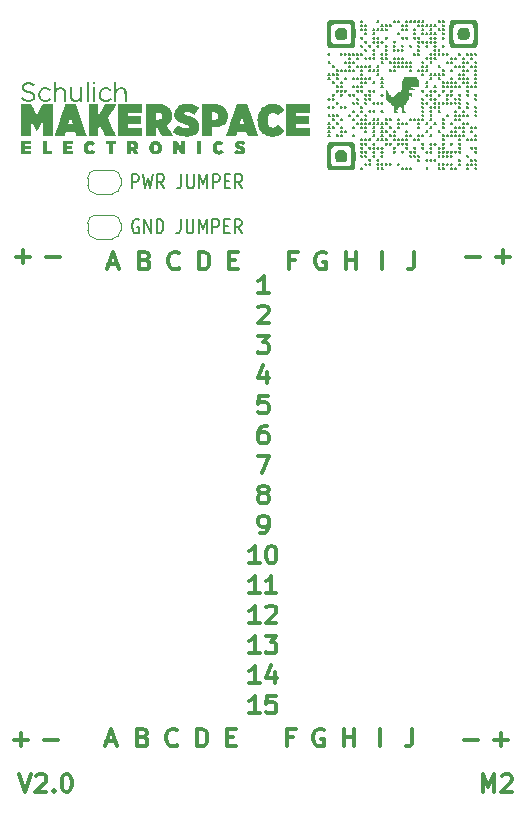
<source format=gto>
G04 #@! TF.GenerationSoftware,KiCad,Pcbnew,8.0.2*
G04 #@! TF.CreationDate,2024-08-26T09:40:55-06:00*
G04 #@! TF.ProjectId,Perfboard_0.25,50657266-626f-4617-9264-5f302e32352e,rev?*
G04 #@! TF.SameCoordinates,Original*
G04 #@! TF.FileFunction,Legend,Top*
G04 #@! TF.FilePolarity,Positive*
%FSLAX46Y46*%
G04 Gerber Fmt 4.6, Leading zero omitted, Abs format (unit mm)*
G04 Created by KiCad (PCBNEW 8.0.2) date 2024-08-26 09:40:55*
%MOMM*%
%LPD*%
G01*
G04 APERTURE LIST*
G04 Aperture macros list*
%AMFreePoly0*
4,1,19,0.500000,-0.750000,0.000000,-0.750000,0.000000,-0.744911,-0.071157,-0.744911,-0.207708,-0.704816,-0.327430,-0.627875,-0.420627,-0.520320,-0.479746,-0.390866,-0.500000,-0.250000,-0.500000,0.250000,-0.479746,0.390866,-0.420627,0.520320,-0.327430,0.627875,-0.207708,0.704816,-0.071157,0.744911,0.000000,0.744911,0.000000,0.750000,0.500000,0.750000,0.500000,-0.750000,0.500000,-0.750000,
$1*%
%AMFreePoly1*
4,1,19,0.000000,0.744911,0.071157,0.744911,0.207708,0.704816,0.327430,0.627875,0.420627,0.520320,0.479746,0.390866,0.500000,0.250000,0.500000,-0.250000,0.479746,-0.390866,0.420627,-0.520320,0.327430,-0.627875,0.207708,-0.704816,0.071157,-0.744911,0.000000,-0.744911,0.000000,-0.750000,-0.500000,-0.750000,-0.500000,0.750000,0.000000,0.750000,0.000000,0.744911,0.000000,0.744911,
$1*%
G04 Aperture macros list end*
%ADD10C,0.300000*%
%ADD11C,0.200000*%
%ADD12C,0.000000*%
%ADD13C,0.120000*%
%ADD14C,1.803200*%
%ADD15C,2.600000*%
%ADD16C,3.800000*%
%ADD17FreePoly0,0.000000*%
%ADD18FreePoly1,0.000000*%
G04 APERTURE END LIST*
D10*
X150438225Y-66602828D02*
X149581082Y-66602828D01*
X150009653Y-66602828D02*
X150009653Y-65102828D01*
X150009653Y-65102828D02*
X149866796Y-65317114D01*
X149866796Y-65317114D02*
X149723939Y-65459971D01*
X149723939Y-65459971D02*
X149581082Y-65531400D01*
X169547368Y-104385400D02*
X170690226Y-104385400D01*
X170118797Y-104956828D02*
X170118797Y-103813971D01*
X128907368Y-104385400D02*
X130050226Y-104385400D01*
X129478797Y-104956828D02*
X129478797Y-103813971D01*
X131618510Y-63491400D02*
X132761368Y-63491400D01*
X149676225Y-99622828D02*
X148819082Y-99622828D01*
X149247653Y-99622828D02*
X149247653Y-98122828D01*
X149247653Y-98122828D02*
X149104796Y-98337114D01*
X149104796Y-98337114D02*
X148961939Y-98479971D01*
X148961939Y-98479971D02*
X148819082Y-98551400D01*
X150961939Y-98622828D02*
X150961939Y-99622828D01*
X150604796Y-98051400D02*
X150247653Y-99122828D01*
X150247653Y-99122828D02*
X151176224Y-99122828D01*
X152521368Y-104171114D02*
X152021368Y-104171114D01*
X152021368Y-104956828D02*
X152021368Y-103456828D01*
X152021368Y-103456828D02*
X152735654Y-103456828D01*
X149723939Y-86922828D02*
X150009653Y-86922828D01*
X150009653Y-86922828D02*
X150152510Y-86851400D01*
X150152510Y-86851400D02*
X150223939Y-86779971D01*
X150223939Y-86779971D02*
X150366796Y-86565685D01*
X150366796Y-86565685D02*
X150438225Y-86279971D01*
X150438225Y-86279971D02*
X150438225Y-85708542D01*
X150438225Y-85708542D02*
X150366796Y-85565685D01*
X150366796Y-85565685D02*
X150295368Y-85494257D01*
X150295368Y-85494257D02*
X150152510Y-85422828D01*
X150152510Y-85422828D02*
X149866796Y-85422828D01*
X149866796Y-85422828D02*
X149723939Y-85494257D01*
X149723939Y-85494257D02*
X149652510Y-85565685D01*
X149652510Y-85565685D02*
X149581082Y-85708542D01*
X149581082Y-85708542D02*
X149581082Y-86065685D01*
X149581082Y-86065685D02*
X149652510Y-86208542D01*
X149652510Y-86208542D02*
X149723939Y-86279971D01*
X149723939Y-86279971D02*
X149866796Y-86351400D01*
X149866796Y-86351400D02*
X150152510Y-86351400D01*
X150152510Y-86351400D02*
X150295368Y-86279971D01*
X150295368Y-86279971D02*
X150366796Y-86208542D01*
X150366796Y-86208542D02*
X150438225Y-86065685D01*
X144401368Y-104956828D02*
X144401368Y-103456828D01*
X144401368Y-103456828D02*
X144758511Y-103456828D01*
X144758511Y-103456828D02*
X144972797Y-103528257D01*
X144972797Y-103528257D02*
X145115654Y-103671114D01*
X145115654Y-103671114D02*
X145187083Y-103813971D01*
X145187083Y-103813971D02*
X145258511Y-104099685D01*
X145258511Y-104099685D02*
X145258511Y-104313971D01*
X145258511Y-104313971D02*
X145187083Y-104599685D01*
X145187083Y-104599685D02*
X145115654Y-104742542D01*
X145115654Y-104742542D02*
X144972797Y-104885400D01*
X144972797Y-104885400D02*
X144758511Y-104956828D01*
X144758511Y-104956828D02*
X144401368Y-104956828D01*
X149676225Y-92002828D02*
X148819082Y-92002828D01*
X149247653Y-92002828D02*
X149247653Y-90502828D01*
X149247653Y-90502828D02*
X149104796Y-90717114D01*
X149104796Y-90717114D02*
X148961939Y-90859971D01*
X148961939Y-90859971D02*
X148819082Y-90931400D01*
X151104796Y-92002828D02*
X150247653Y-92002828D01*
X150676224Y-92002828D02*
X150676224Y-90502828D01*
X150676224Y-90502828D02*
X150533367Y-90717114D01*
X150533367Y-90717114D02*
X150390510Y-90859971D01*
X150390510Y-90859971D02*
X150247653Y-90931400D01*
X149676225Y-89462828D02*
X148819082Y-89462828D01*
X149247653Y-89462828D02*
X149247653Y-87962828D01*
X149247653Y-87962828D02*
X149104796Y-88177114D01*
X149104796Y-88177114D02*
X148961939Y-88319971D01*
X148961939Y-88319971D02*
X148819082Y-88391400D01*
X150604796Y-87962828D02*
X150747653Y-87962828D01*
X150747653Y-87962828D02*
X150890510Y-88034257D01*
X150890510Y-88034257D02*
X150961939Y-88105685D01*
X150961939Y-88105685D02*
X151033367Y-88248542D01*
X151033367Y-88248542D02*
X151104796Y-88534257D01*
X151104796Y-88534257D02*
X151104796Y-88891400D01*
X151104796Y-88891400D02*
X151033367Y-89177114D01*
X151033367Y-89177114D02*
X150961939Y-89319971D01*
X150961939Y-89319971D02*
X150890510Y-89391400D01*
X150890510Y-89391400D02*
X150747653Y-89462828D01*
X150747653Y-89462828D02*
X150604796Y-89462828D01*
X150604796Y-89462828D02*
X150461939Y-89391400D01*
X150461939Y-89391400D02*
X150390510Y-89319971D01*
X150390510Y-89319971D02*
X150319081Y-89177114D01*
X150319081Y-89177114D02*
X150247653Y-88891400D01*
X150247653Y-88891400D02*
X150247653Y-88534257D01*
X150247653Y-88534257D02*
X150319081Y-88248542D01*
X150319081Y-88248542D02*
X150390510Y-88105685D01*
X150390510Y-88105685D02*
X150461939Y-88034257D01*
X150461939Y-88034257D02*
X150604796Y-87962828D01*
X149509653Y-70182828D02*
X150438225Y-70182828D01*
X150438225Y-70182828D02*
X149938225Y-70754257D01*
X149938225Y-70754257D02*
X150152510Y-70754257D01*
X150152510Y-70754257D02*
X150295368Y-70825685D01*
X150295368Y-70825685D02*
X150366796Y-70897114D01*
X150366796Y-70897114D02*
X150438225Y-71039971D01*
X150438225Y-71039971D02*
X150438225Y-71397114D01*
X150438225Y-71397114D02*
X150366796Y-71539971D01*
X150366796Y-71539971D02*
X150295368Y-71611400D01*
X150295368Y-71611400D02*
X150152510Y-71682828D01*
X150152510Y-71682828D02*
X149723939Y-71682828D01*
X149723939Y-71682828D02*
X149581082Y-71611400D01*
X149581082Y-71611400D02*
X149509653Y-71539971D01*
X139821368Y-104171114D02*
X140035654Y-104242542D01*
X140035654Y-104242542D02*
X140107083Y-104313971D01*
X140107083Y-104313971D02*
X140178511Y-104456828D01*
X140178511Y-104456828D02*
X140178511Y-104671114D01*
X140178511Y-104671114D02*
X140107083Y-104813971D01*
X140107083Y-104813971D02*
X140035654Y-104885400D01*
X140035654Y-104885400D02*
X139892797Y-104956828D01*
X139892797Y-104956828D02*
X139321368Y-104956828D01*
X139321368Y-104956828D02*
X139321368Y-103456828D01*
X139321368Y-103456828D02*
X139821368Y-103456828D01*
X139821368Y-103456828D02*
X139964226Y-103528257D01*
X139964226Y-103528257D02*
X140035654Y-103599685D01*
X140035654Y-103599685D02*
X140107083Y-103742542D01*
X140107083Y-103742542D02*
X140107083Y-103885400D01*
X140107083Y-103885400D02*
X140035654Y-104028257D01*
X140035654Y-104028257D02*
X139964226Y-104099685D01*
X139964226Y-104099685D02*
X139821368Y-104171114D01*
X139821368Y-104171114D02*
X139321368Y-104171114D01*
X150366796Y-75262828D02*
X149652510Y-75262828D01*
X149652510Y-75262828D02*
X149581082Y-75977114D01*
X149581082Y-75977114D02*
X149652510Y-75905685D01*
X149652510Y-75905685D02*
X149795368Y-75834257D01*
X149795368Y-75834257D02*
X150152510Y-75834257D01*
X150152510Y-75834257D02*
X150295368Y-75905685D01*
X150295368Y-75905685D02*
X150366796Y-75977114D01*
X150366796Y-75977114D02*
X150438225Y-76119971D01*
X150438225Y-76119971D02*
X150438225Y-76477114D01*
X150438225Y-76477114D02*
X150366796Y-76619971D01*
X150366796Y-76619971D02*
X150295368Y-76691400D01*
X150295368Y-76691400D02*
X150152510Y-76762828D01*
X150152510Y-76762828D02*
X149795368Y-76762828D01*
X149795368Y-76762828D02*
X149652510Y-76691400D01*
X149652510Y-76691400D02*
X149581082Y-76619971D01*
X162781082Y-63070828D02*
X162781082Y-64142257D01*
X162781082Y-64142257D02*
X162709653Y-64356542D01*
X162709653Y-64356542D02*
X162566796Y-64499400D01*
X162566796Y-64499400D02*
X162352510Y-64570828D01*
X162352510Y-64570828D02*
X162209653Y-64570828D01*
X149676225Y-102162828D02*
X148819082Y-102162828D01*
X149247653Y-102162828D02*
X149247653Y-100662828D01*
X149247653Y-100662828D02*
X149104796Y-100877114D01*
X149104796Y-100877114D02*
X148961939Y-101019971D01*
X148961939Y-101019971D02*
X148819082Y-101091400D01*
X151033367Y-100662828D02*
X150319081Y-100662828D01*
X150319081Y-100662828D02*
X150247653Y-101377114D01*
X150247653Y-101377114D02*
X150319081Y-101305685D01*
X150319081Y-101305685D02*
X150461939Y-101234257D01*
X150461939Y-101234257D02*
X150819081Y-101234257D01*
X150819081Y-101234257D02*
X150961939Y-101305685D01*
X150961939Y-101305685D02*
X151033367Y-101377114D01*
X151033367Y-101377114D02*
X151104796Y-101519971D01*
X151104796Y-101519971D02*
X151104796Y-101877114D01*
X151104796Y-101877114D02*
X151033367Y-102019971D01*
X151033367Y-102019971D02*
X150961939Y-102091400D01*
X150961939Y-102091400D02*
X150819081Y-102162828D01*
X150819081Y-102162828D02*
X150461939Y-102162828D01*
X150461939Y-102162828D02*
X150319081Y-102091400D01*
X150319081Y-102091400D02*
X150247653Y-102019971D01*
X147112510Y-63785114D02*
X147612510Y-63785114D01*
X147826796Y-64570828D02*
X147112510Y-64570828D01*
X147112510Y-64570828D02*
X147112510Y-63070828D01*
X147112510Y-63070828D02*
X147826796Y-63070828D01*
X155093083Y-103528257D02*
X154950226Y-103456828D01*
X154950226Y-103456828D02*
X154735940Y-103456828D01*
X154735940Y-103456828D02*
X154521654Y-103528257D01*
X154521654Y-103528257D02*
X154378797Y-103671114D01*
X154378797Y-103671114D02*
X154307368Y-103813971D01*
X154307368Y-103813971D02*
X154235940Y-104099685D01*
X154235940Y-104099685D02*
X154235940Y-104313971D01*
X154235940Y-104313971D02*
X154307368Y-104599685D01*
X154307368Y-104599685D02*
X154378797Y-104742542D01*
X154378797Y-104742542D02*
X154521654Y-104885400D01*
X154521654Y-104885400D02*
X154735940Y-104956828D01*
X154735940Y-104956828D02*
X154878797Y-104956828D01*
X154878797Y-104956828D02*
X155093083Y-104885400D01*
X155093083Y-104885400D02*
X155164511Y-104813971D01*
X155164511Y-104813971D02*
X155164511Y-104313971D01*
X155164511Y-104313971D02*
X154878797Y-104313971D01*
X156847368Y-104956828D02*
X156847368Y-103456828D01*
X156847368Y-104171114D02*
X157704511Y-104171114D01*
X157704511Y-104956828D02*
X157704511Y-103456828D01*
X142718511Y-104813971D02*
X142647083Y-104885400D01*
X142647083Y-104885400D02*
X142432797Y-104956828D01*
X142432797Y-104956828D02*
X142289940Y-104956828D01*
X142289940Y-104956828D02*
X142075654Y-104885400D01*
X142075654Y-104885400D02*
X141932797Y-104742542D01*
X141932797Y-104742542D02*
X141861368Y-104599685D01*
X141861368Y-104599685D02*
X141789940Y-104313971D01*
X141789940Y-104313971D02*
X141789940Y-104099685D01*
X141789940Y-104099685D02*
X141861368Y-103813971D01*
X141861368Y-103813971D02*
X141932797Y-103671114D01*
X141932797Y-103671114D02*
X142075654Y-103528257D01*
X142075654Y-103528257D02*
X142289940Y-103456828D01*
X142289940Y-103456828D02*
X142432797Y-103456828D01*
X142432797Y-103456828D02*
X142647083Y-103528257D01*
X142647083Y-103528257D02*
X142718511Y-103599685D01*
X160066510Y-64570828D02*
X160066510Y-63070828D01*
X136881082Y-64142257D02*
X137595368Y-64142257D01*
X136738225Y-64570828D02*
X137238225Y-63070828D01*
X137238225Y-63070828D02*
X137738225Y-64570828D01*
X131447368Y-104385400D02*
X132590226Y-104385400D01*
X157018510Y-64570828D02*
X157018510Y-63070828D01*
X157018510Y-63785114D02*
X157875653Y-63785114D01*
X157875653Y-64570828D02*
X157875653Y-63070828D01*
X149866796Y-83525685D02*
X149723939Y-83454257D01*
X149723939Y-83454257D02*
X149652510Y-83382828D01*
X149652510Y-83382828D02*
X149581082Y-83239971D01*
X149581082Y-83239971D02*
X149581082Y-83168542D01*
X149581082Y-83168542D02*
X149652510Y-83025685D01*
X149652510Y-83025685D02*
X149723939Y-82954257D01*
X149723939Y-82954257D02*
X149866796Y-82882828D01*
X149866796Y-82882828D02*
X150152510Y-82882828D01*
X150152510Y-82882828D02*
X150295368Y-82954257D01*
X150295368Y-82954257D02*
X150366796Y-83025685D01*
X150366796Y-83025685D02*
X150438225Y-83168542D01*
X150438225Y-83168542D02*
X150438225Y-83239971D01*
X150438225Y-83239971D02*
X150366796Y-83382828D01*
X150366796Y-83382828D02*
X150295368Y-83454257D01*
X150295368Y-83454257D02*
X150152510Y-83525685D01*
X150152510Y-83525685D02*
X149866796Y-83525685D01*
X149866796Y-83525685D02*
X149723939Y-83597114D01*
X149723939Y-83597114D02*
X149652510Y-83668542D01*
X149652510Y-83668542D02*
X149581082Y-83811400D01*
X149581082Y-83811400D02*
X149581082Y-84097114D01*
X149581082Y-84097114D02*
X149652510Y-84239971D01*
X149652510Y-84239971D02*
X149723939Y-84311400D01*
X149723939Y-84311400D02*
X149866796Y-84382828D01*
X149866796Y-84382828D02*
X150152510Y-84382828D01*
X150152510Y-84382828D02*
X150295368Y-84311400D01*
X150295368Y-84311400D02*
X150366796Y-84239971D01*
X150366796Y-84239971D02*
X150438225Y-84097114D01*
X150438225Y-84097114D02*
X150438225Y-83811400D01*
X150438225Y-83811400D02*
X150366796Y-83668542D01*
X150366796Y-83668542D02*
X150295368Y-83597114D01*
X150295368Y-83597114D02*
X150152510Y-83525685D01*
X162609940Y-103456828D02*
X162609940Y-104528257D01*
X162609940Y-104528257D02*
X162538511Y-104742542D01*
X162538511Y-104742542D02*
X162395654Y-104885400D01*
X162395654Y-104885400D02*
X162181368Y-104956828D01*
X162181368Y-104956828D02*
X162038511Y-104956828D01*
X167007368Y-104385400D02*
X168150226Y-104385400D01*
X129340225Y-107300828D02*
X129840225Y-108800828D01*
X129840225Y-108800828D02*
X130340225Y-107300828D01*
X130768796Y-107443685D02*
X130840224Y-107372257D01*
X130840224Y-107372257D02*
X130983082Y-107300828D01*
X130983082Y-107300828D02*
X131340224Y-107300828D01*
X131340224Y-107300828D02*
X131483082Y-107372257D01*
X131483082Y-107372257D02*
X131554510Y-107443685D01*
X131554510Y-107443685D02*
X131625939Y-107586542D01*
X131625939Y-107586542D02*
X131625939Y-107729400D01*
X131625939Y-107729400D02*
X131554510Y-107943685D01*
X131554510Y-107943685D02*
X130697367Y-108800828D01*
X130697367Y-108800828D02*
X131625939Y-108800828D01*
X132268795Y-108657971D02*
X132340224Y-108729400D01*
X132340224Y-108729400D02*
X132268795Y-108800828D01*
X132268795Y-108800828D02*
X132197367Y-108729400D01*
X132197367Y-108729400D02*
X132268795Y-108657971D01*
X132268795Y-108657971D02*
X132268795Y-108800828D01*
X133268796Y-107300828D02*
X133411653Y-107300828D01*
X133411653Y-107300828D02*
X133554510Y-107372257D01*
X133554510Y-107372257D02*
X133625939Y-107443685D01*
X133625939Y-107443685D02*
X133697367Y-107586542D01*
X133697367Y-107586542D02*
X133768796Y-107872257D01*
X133768796Y-107872257D02*
X133768796Y-108229400D01*
X133768796Y-108229400D02*
X133697367Y-108515114D01*
X133697367Y-108515114D02*
X133625939Y-108657971D01*
X133625939Y-108657971D02*
X133554510Y-108729400D01*
X133554510Y-108729400D02*
X133411653Y-108800828D01*
X133411653Y-108800828D02*
X133268796Y-108800828D01*
X133268796Y-108800828D02*
X133125939Y-108729400D01*
X133125939Y-108729400D02*
X133054510Y-108657971D01*
X133054510Y-108657971D02*
X132983081Y-108515114D01*
X132983081Y-108515114D02*
X132911653Y-108229400D01*
X132911653Y-108229400D02*
X132911653Y-107872257D01*
X132911653Y-107872257D02*
X132983081Y-107586542D01*
X132983081Y-107586542D02*
X133054510Y-107443685D01*
X133054510Y-107443685D02*
X133125939Y-107372257D01*
X133125939Y-107372257D02*
X133268796Y-107300828D01*
X167178510Y-63491400D02*
X168321368Y-63491400D01*
X146941368Y-104171114D02*
X147441368Y-104171114D01*
X147655654Y-104956828D02*
X146941368Y-104956828D01*
X146941368Y-104956828D02*
X146941368Y-103456828D01*
X146941368Y-103456828D02*
X147655654Y-103456828D01*
X152692510Y-63785114D02*
X152192510Y-63785114D01*
X152192510Y-64570828D02*
X152192510Y-63070828D01*
X152192510Y-63070828D02*
X152906796Y-63070828D01*
X168554510Y-108800828D02*
X168554510Y-107300828D01*
X168554510Y-107300828D02*
X169054510Y-108372257D01*
X169054510Y-108372257D02*
X169554510Y-107300828D01*
X169554510Y-107300828D02*
X169554510Y-108800828D01*
X170197368Y-107443685D02*
X170268796Y-107372257D01*
X170268796Y-107372257D02*
X170411654Y-107300828D01*
X170411654Y-107300828D02*
X170768796Y-107300828D01*
X170768796Y-107300828D02*
X170911654Y-107372257D01*
X170911654Y-107372257D02*
X170983082Y-107443685D01*
X170983082Y-107443685D02*
X171054511Y-107586542D01*
X171054511Y-107586542D02*
X171054511Y-107729400D01*
X171054511Y-107729400D02*
X170983082Y-107943685D01*
X170983082Y-107943685D02*
X170125939Y-108800828D01*
X170125939Y-108800828D02*
X171054511Y-108800828D01*
X142889653Y-64427971D02*
X142818225Y-64499400D01*
X142818225Y-64499400D02*
X142603939Y-64570828D01*
X142603939Y-64570828D02*
X142461082Y-64570828D01*
X142461082Y-64570828D02*
X142246796Y-64499400D01*
X142246796Y-64499400D02*
X142103939Y-64356542D01*
X142103939Y-64356542D02*
X142032510Y-64213685D01*
X142032510Y-64213685D02*
X141961082Y-63927971D01*
X141961082Y-63927971D02*
X141961082Y-63713685D01*
X141961082Y-63713685D02*
X142032510Y-63427971D01*
X142032510Y-63427971D02*
X142103939Y-63285114D01*
X142103939Y-63285114D02*
X142246796Y-63142257D01*
X142246796Y-63142257D02*
X142461082Y-63070828D01*
X142461082Y-63070828D02*
X142603939Y-63070828D01*
X142603939Y-63070828D02*
X142818225Y-63142257D01*
X142818225Y-63142257D02*
X142889653Y-63213685D01*
X144572510Y-64570828D02*
X144572510Y-63070828D01*
X144572510Y-63070828D02*
X144929653Y-63070828D01*
X144929653Y-63070828D02*
X145143939Y-63142257D01*
X145143939Y-63142257D02*
X145286796Y-63285114D01*
X145286796Y-63285114D02*
X145358225Y-63427971D01*
X145358225Y-63427971D02*
X145429653Y-63713685D01*
X145429653Y-63713685D02*
X145429653Y-63927971D01*
X145429653Y-63927971D02*
X145358225Y-64213685D01*
X145358225Y-64213685D02*
X145286796Y-64356542D01*
X145286796Y-64356542D02*
X145143939Y-64499400D01*
X145143939Y-64499400D02*
X144929653Y-64570828D01*
X144929653Y-64570828D02*
X144572510Y-64570828D01*
X149509653Y-80342828D02*
X150509653Y-80342828D01*
X150509653Y-80342828D02*
X149866796Y-81842828D01*
X159895368Y-104956828D02*
X159895368Y-103456828D01*
X149676225Y-97082828D02*
X148819082Y-97082828D01*
X149247653Y-97082828D02*
X149247653Y-95582828D01*
X149247653Y-95582828D02*
X149104796Y-95797114D01*
X149104796Y-95797114D02*
X148961939Y-95939971D01*
X148961939Y-95939971D02*
X148819082Y-96011400D01*
X150176224Y-95582828D02*
X151104796Y-95582828D01*
X151104796Y-95582828D02*
X150604796Y-96154257D01*
X150604796Y-96154257D02*
X150819081Y-96154257D01*
X150819081Y-96154257D02*
X150961939Y-96225685D01*
X150961939Y-96225685D02*
X151033367Y-96297114D01*
X151033367Y-96297114D02*
X151104796Y-96439971D01*
X151104796Y-96439971D02*
X151104796Y-96797114D01*
X151104796Y-96797114D02*
X151033367Y-96939971D01*
X151033367Y-96939971D02*
X150961939Y-97011400D01*
X150961939Y-97011400D02*
X150819081Y-97082828D01*
X150819081Y-97082828D02*
X150390510Y-97082828D01*
X150390510Y-97082828D02*
X150247653Y-97011400D01*
X150247653Y-97011400D02*
X150176224Y-96939971D01*
X150295368Y-77802828D02*
X150009653Y-77802828D01*
X150009653Y-77802828D02*
X149866796Y-77874257D01*
X149866796Y-77874257D02*
X149795368Y-77945685D01*
X149795368Y-77945685D02*
X149652510Y-78159971D01*
X149652510Y-78159971D02*
X149581082Y-78445685D01*
X149581082Y-78445685D02*
X149581082Y-79017114D01*
X149581082Y-79017114D02*
X149652510Y-79159971D01*
X149652510Y-79159971D02*
X149723939Y-79231400D01*
X149723939Y-79231400D02*
X149866796Y-79302828D01*
X149866796Y-79302828D02*
X150152510Y-79302828D01*
X150152510Y-79302828D02*
X150295368Y-79231400D01*
X150295368Y-79231400D02*
X150366796Y-79159971D01*
X150366796Y-79159971D02*
X150438225Y-79017114D01*
X150438225Y-79017114D02*
X150438225Y-78659971D01*
X150438225Y-78659971D02*
X150366796Y-78517114D01*
X150366796Y-78517114D02*
X150295368Y-78445685D01*
X150295368Y-78445685D02*
X150152510Y-78374257D01*
X150152510Y-78374257D02*
X149866796Y-78374257D01*
X149866796Y-78374257D02*
X149723939Y-78445685D01*
X149723939Y-78445685D02*
X149652510Y-78517114D01*
X149652510Y-78517114D02*
X149581082Y-78659971D01*
X149581082Y-67785685D02*
X149652510Y-67714257D01*
X149652510Y-67714257D02*
X149795368Y-67642828D01*
X149795368Y-67642828D02*
X150152510Y-67642828D01*
X150152510Y-67642828D02*
X150295368Y-67714257D01*
X150295368Y-67714257D02*
X150366796Y-67785685D01*
X150366796Y-67785685D02*
X150438225Y-67928542D01*
X150438225Y-67928542D02*
X150438225Y-68071400D01*
X150438225Y-68071400D02*
X150366796Y-68285685D01*
X150366796Y-68285685D02*
X149509653Y-69142828D01*
X149509653Y-69142828D02*
X150438225Y-69142828D01*
X169718510Y-63491400D02*
X170861368Y-63491400D01*
X170289939Y-64062828D02*
X170289939Y-62919971D01*
X150295368Y-73222828D02*
X150295368Y-74222828D01*
X149938225Y-72651400D02*
X149581082Y-73722828D01*
X149581082Y-73722828D02*
X150509653Y-73722828D01*
X139992510Y-63785114D02*
X140206796Y-63856542D01*
X140206796Y-63856542D02*
X140278225Y-63927971D01*
X140278225Y-63927971D02*
X140349653Y-64070828D01*
X140349653Y-64070828D02*
X140349653Y-64285114D01*
X140349653Y-64285114D02*
X140278225Y-64427971D01*
X140278225Y-64427971D02*
X140206796Y-64499400D01*
X140206796Y-64499400D02*
X140063939Y-64570828D01*
X140063939Y-64570828D02*
X139492510Y-64570828D01*
X139492510Y-64570828D02*
X139492510Y-63070828D01*
X139492510Y-63070828D02*
X139992510Y-63070828D01*
X139992510Y-63070828D02*
X140135368Y-63142257D01*
X140135368Y-63142257D02*
X140206796Y-63213685D01*
X140206796Y-63213685D02*
X140278225Y-63356542D01*
X140278225Y-63356542D02*
X140278225Y-63499400D01*
X140278225Y-63499400D02*
X140206796Y-63642257D01*
X140206796Y-63642257D02*
X140135368Y-63713685D01*
X140135368Y-63713685D02*
X139992510Y-63785114D01*
X139992510Y-63785114D02*
X139492510Y-63785114D01*
X149676225Y-94542828D02*
X148819082Y-94542828D01*
X149247653Y-94542828D02*
X149247653Y-93042828D01*
X149247653Y-93042828D02*
X149104796Y-93257114D01*
X149104796Y-93257114D02*
X148961939Y-93399971D01*
X148961939Y-93399971D02*
X148819082Y-93471400D01*
X150247653Y-93185685D02*
X150319081Y-93114257D01*
X150319081Y-93114257D02*
X150461939Y-93042828D01*
X150461939Y-93042828D02*
X150819081Y-93042828D01*
X150819081Y-93042828D02*
X150961939Y-93114257D01*
X150961939Y-93114257D02*
X151033367Y-93185685D01*
X151033367Y-93185685D02*
X151104796Y-93328542D01*
X151104796Y-93328542D02*
X151104796Y-93471400D01*
X151104796Y-93471400D02*
X151033367Y-93685685D01*
X151033367Y-93685685D02*
X150176224Y-94542828D01*
X150176224Y-94542828D02*
X151104796Y-94542828D01*
X136709940Y-104528257D02*
X137424226Y-104528257D01*
X136567083Y-104956828D02*
X137067083Y-103456828D01*
X137067083Y-103456828D02*
X137567083Y-104956828D01*
X155264225Y-63142257D02*
X155121368Y-63070828D01*
X155121368Y-63070828D02*
X154907082Y-63070828D01*
X154907082Y-63070828D02*
X154692796Y-63142257D01*
X154692796Y-63142257D02*
X154549939Y-63285114D01*
X154549939Y-63285114D02*
X154478510Y-63427971D01*
X154478510Y-63427971D02*
X154407082Y-63713685D01*
X154407082Y-63713685D02*
X154407082Y-63927971D01*
X154407082Y-63927971D02*
X154478510Y-64213685D01*
X154478510Y-64213685D02*
X154549939Y-64356542D01*
X154549939Y-64356542D02*
X154692796Y-64499400D01*
X154692796Y-64499400D02*
X154907082Y-64570828D01*
X154907082Y-64570828D02*
X155049939Y-64570828D01*
X155049939Y-64570828D02*
X155264225Y-64499400D01*
X155264225Y-64499400D02*
X155335653Y-64427971D01*
X155335653Y-64427971D02*
X155335653Y-63927971D01*
X155335653Y-63927971D02*
X155049939Y-63927971D01*
X129078510Y-63491400D02*
X130221368Y-63491400D01*
X129649939Y-64062828D02*
X129649939Y-62919971D01*
D11*
X139438571Y-60361885D02*
X139343333Y-60304742D01*
X139343333Y-60304742D02*
X139200476Y-60304742D01*
X139200476Y-60304742D02*
X139057619Y-60361885D01*
X139057619Y-60361885D02*
X138962381Y-60476171D01*
X138962381Y-60476171D02*
X138914762Y-60590457D01*
X138914762Y-60590457D02*
X138867143Y-60819028D01*
X138867143Y-60819028D02*
X138867143Y-60990457D01*
X138867143Y-60990457D02*
X138914762Y-61219028D01*
X138914762Y-61219028D02*
X138962381Y-61333314D01*
X138962381Y-61333314D02*
X139057619Y-61447600D01*
X139057619Y-61447600D02*
X139200476Y-61504742D01*
X139200476Y-61504742D02*
X139295714Y-61504742D01*
X139295714Y-61504742D02*
X139438571Y-61447600D01*
X139438571Y-61447600D02*
X139486190Y-61390457D01*
X139486190Y-61390457D02*
X139486190Y-60990457D01*
X139486190Y-60990457D02*
X139295714Y-60990457D01*
X139914762Y-61504742D02*
X139914762Y-60304742D01*
X139914762Y-60304742D02*
X140486190Y-61504742D01*
X140486190Y-61504742D02*
X140486190Y-60304742D01*
X140962381Y-61504742D02*
X140962381Y-60304742D01*
X140962381Y-60304742D02*
X141200476Y-60304742D01*
X141200476Y-60304742D02*
X141343333Y-60361885D01*
X141343333Y-60361885D02*
X141438571Y-60476171D01*
X141438571Y-60476171D02*
X141486190Y-60590457D01*
X141486190Y-60590457D02*
X141533809Y-60819028D01*
X141533809Y-60819028D02*
X141533809Y-60990457D01*
X141533809Y-60990457D02*
X141486190Y-61219028D01*
X141486190Y-61219028D02*
X141438571Y-61333314D01*
X141438571Y-61333314D02*
X141343333Y-61447600D01*
X141343333Y-61447600D02*
X141200476Y-61504742D01*
X141200476Y-61504742D02*
X140962381Y-61504742D01*
X143010000Y-60304742D02*
X143010000Y-61161885D01*
X143010000Y-61161885D02*
X142962381Y-61333314D01*
X142962381Y-61333314D02*
X142867143Y-61447600D01*
X142867143Y-61447600D02*
X142724286Y-61504742D01*
X142724286Y-61504742D02*
X142629048Y-61504742D01*
X143486191Y-60304742D02*
X143486191Y-61276171D01*
X143486191Y-61276171D02*
X143533810Y-61390457D01*
X143533810Y-61390457D02*
X143581429Y-61447600D01*
X143581429Y-61447600D02*
X143676667Y-61504742D01*
X143676667Y-61504742D02*
X143867143Y-61504742D01*
X143867143Y-61504742D02*
X143962381Y-61447600D01*
X143962381Y-61447600D02*
X144010000Y-61390457D01*
X144010000Y-61390457D02*
X144057619Y-61276171D01*
X144057619Y-61276171D02*
X144057619Y-60304742D01*
X144533810Y-61504742D02*
X144533810Y-60304742D01*
X144533810Y-60304742D02*
X144867143Y-61161885D01*
X144867143Y-61161885D02*
X145200476Y-60304742D01*
X145200476Y-60304742D02*
X145200476Y-61504742D01*
X145676667Y-61504742D02*
X145676667Y-60304742D01*
X145676667Y-60304742D02*
X146057619Y-60304742D01*
X146057619Y-60304742D02*
X146152857Y-60361885D01*
X146152857Y-60361885D02*
X146200476Y-60419028D01*
X146200476Y-60419028D02*
X146248095Y-60533314D01*
X146248095Y-60533314D02*
X146248095Y-60704742D01*
X146248095Y-60704742D02*
X146200476Y-60819028D01*
X146200476Y-60819028D02*
X146152857Y-60876171D01*
X146152857Y-60876171D02*
X146057619Y-60933314D01*
X146057619Y-60933314D02*
X145676667Y-60933314D01*
X146676667Y-60876171D02*
X147010000Y-60876171D01*
X147152857Y-61504742D02*
X146676667Y-61504742D01*
X146676667Y-61504742D02*
X146676667Y-60304742D01*
X146676667Y-60304742D02*
X147152857Y-60304742D01*
X148152857Y-61504742D02*
X147819524Y-60933314D01*
X147581429Y-61504742D02*
X147581429Y-60304742D01*
X147581429Y-60304742D02*
X147962381Y-60304742D01*
X147962381Y-60304742D02*
X148057619Y-60361885D01*
X148057619Y-60361885D02*
X148105238Y-60419028D01*
X148105238Y-60419028D02*
X148152857Y-60533314D01*
X148152857Y-60533314D02*
X148152857Y-60704742D01*
X148152857Y-60704742D02*
X148105238Y-60819028D01*
X148105238Y-60819028D02*
X148057619Y-60876171D01*
X148057619Y-60876171D02*
X147962381Y-60933314D01*
X147962381Y-60933314D02*
X147581429Y-60933314D01*
X138867143Y-57694742D02*
X138867143Y-56494742D01*
X138867143Y-56494742D02*
X139248095Y-56494742D01*
X139248095Y-56494742D02*
X139343333Y-56551885D01*
X139343333Y-56551885D02*
X139390952Y-56609028D01*
X139390952Y-56609028D02*
X139438571Y-56723314D01*
X139438571Y-56723314D02*
X139438571Y-56894742D01*
X139438571Y-56894742D02*
X139390952Y-57009028D01*
X139390952Y-57009028D02*
X139343333Y-57066171D01*
X139343333Y-57066171D02*
X139248095Y-57123314D01*
X139248095Y-57123314D02*
X138867143Y-57123314D01*
X139771905Y-56494742D02*
X140010000Y-57694742D01*
X140010000Y-57694742D02*
X140200476Y-56837600D01*
X140200476Y-56837600D02*
X140390952Y-57694742D01*
X140390952Y-57694742D02*
X140629048Y-56494742D01*
X141581428Y-57694742D02*
X141248095Y-57123314D01*
X141010000Y-57694742D02*
X141010000Y-56494742D01*
X141010000Y-56494742D02*
X141390952Y-56494742D01*
X141390952Y-56494742D02*
X141486190Y-56551885D01*
X141486190Y-56551885D02*
X141533809Y-56609028D01*
X141533809Y-56609028D02*
X141581428Y-56723314D01*
X141581428Y-56723314D02*
X141581428Y-56894742D01*
X141581428Y-56894742D02*
X141533809Y-57009028D01*
X141533809Y-57009028D02*
X141486190Y-57066171D01*
X141486190Y-57066171D02*
X141390952Y-57123314D01*
X141390952Y-57123314D02*
X141010000Y-57123314D01*
X143057619Y-56494742D02*
X143057619Y-57351885D01*
X143057619Y-57351885D02*
X143010000Y-57523314D01*
X143010000Y-57523314D02*
X142914762Y-57637600D01*
X142914762Y-57637600D02*
X142771905Y-57694742D01*
X142771905Y-57694742D02*
X142676667Y-57694742D01*
X143533810Y-56494742D02*
X143533810Y-57466171D01*
X143533810Y-57466171D02*
X143581429Y-57580457D01*
X143581429Y-57580457D02*
X143629048Y-57637600D01*
X143629048Y-57637600D02*
X143724286Y-57694742D01*
X143724286Y-57694742D02*
X143914762Y-57694742D01*
X143914762Y-57694742D02*
X144010000Y-57637600D01*
X144010000Y-57637600D02*
X144057619Y-57580457D01*
X144057619Y-57580457D02*
X144105238Y-57466171D01*
X144105238Y-57466171D02*
X144105238Y-56494742D01*
X144581429Y-57694742D02*
X144581429Y-56494742D01*
X144581429Y-56494742D02*
X144914762Y-57351885D01*
X144914762Y-57351885D02*
X145248095Y-56494742D01*
X145248095Y-56494742D02*
X145248095Y-57694742D01*
X145724286Y-57694742D02*
X145724286Y-56494742D01*
X145724286Y-56494742D02*
X146105238Y-56494742D01*
X146105238Y-56494742D02*
X146200476Y-56551885D01*
X146200476Y-56551885D02*
X146248095Y-56609028D01*
X146248095Y-56609028D02*
X146295714Y-56723314D01*
X146295714Y-56723314D02*
X146295714Y-56894742D01*
X146295714Y-56894742D02*
X146248095Y-57009028D01*
X146248095Y-57009028D02*
X146200476Y-57066171D01*
X146200476Y-57066171D02*
X146105238Y-57123314D01*
X146105238Y-57123314D02*
X145724286Y-57123314D01*
X146724286Y-57066171D02*
X147057619Y-57066171D01*
X147200476Y-57694742D02*
X146724286Y-57694742D01*
X146724286Y-57694742D02*
X146724286Y-56494742D01*
X146724286Y-56494742D02*
X147200476Y-56494742D01*
X148200476Y-57694742D02*
X147867143Y-57123314D01*
X147629048Y-57694742D02*
X147629048Y-56494742D01*
X147629048Y-56494742D02*
X148010000Y-56494742D01*
X148010000Y-56494742D02*
X148105238Y-56551885D01*
X148105238Y-56551885D02*
X148152857Y-56609028D01*
X148152857Y-56609028D02*
X148200476Y-56723314D01*
X148200476Y-56723314D02*
X148200476Y-56894742D01*
X148200476Y-56894742D02*
X148152857Y-57009028D01*
X148152857Y-57009028D02*
X148105238Y-57066171D01*
X148105238Y-57066171D02*
X148010000Y-57123314D01*
X148010000Y-57123314D02*
X147629048Y-57123314D01*
D12*
G36*
X158374796Y-43471131D02*
G01*
X158436824Y-43542391D01*
X158442185Y-43628185D01*
X158416559Y-43675979D01*
X158340575Y-43721551D01*
X158255473Y-43710344D01*
X158212245Y-43675979D01*
X158182077Y-43598996D01*
X158200857Y-43523880D01*
X158253888Y-43469149D01*
X158326476Y-43453322D01*
X158374796Y-43471131D01*
G37*
G36*
X158374796Y-43816240D02*
G01*
X158436824Y-43887500D01*
X158442185Y-43973293D01*
X158416559Y-44021087D01*
X158340575Y-44066659D01*
X158255473Y-44055453D01*
X158212245Y-44021087D01*
X158182077Y-43944105D01*
X158200857Y-43868989D01*
X158253888Y-43814257D01*
X158326476Y-43798430D01*
X158374796Y-43816240D01*
G37*
G36*
X158374796Y-44161348D02*
G01*
X158436824Y-44232608D01*
X158442185Y-44318402D01*
X158416559Y-44366196D01*
X158340575Y-44411768D01*
X158255473Y-44400562D01*
X158212245Y-44366196D01*
X158182077Y-44289214D01*
X158200857Y-44214097D01*
X158253888Y-44159366D01*
X158326476Y-44143539D01*
X158374796Y-44161348D01*
G37*
G36*
X158374796Y-44851566D02*
G01*
X158436824Y-44922826D01*
X158442185Y-45008620D01*
X158416559Y-45056413D01*
X158340575Y-45101985D01*
X158255473Y-45090779D01*
X158212245Y-45056413D01*
X158182077Y-44979431D01*
X158200857Y-44904315D01*
X158253888Y-44849583D01*
X158326476Y-44833756D01*
X158374796Y-44851566D01*
G37*
G36*
X158719905Y-44506457D02*
G01*
X158781933Y-44577717D01*
X158787294Y-44663511D01*
X158761668Y-44711305D01*
X158685684Y-44756877D01*
X158600582Y-44745670D01*
X158557354Y-44711305D01*
X158527186Y-44634323D01*
X158545966Y-44559206D01*
X158598997Y-44504475D01*
X158671585Y-44488648D01*
X158719905Y-44506457D01*
G37*
G36*
X158719905Y-45196674D02*
G01*
X158781933Y-45267934D01*
X158787294Y-45353728D01*
X158761668Y-45401522D01*
X158685684Y-45447094D01*
X158600582Y-45435888D01*
X158557354Y-45401522D01*
X158527186Y-45324540D01*
X158545966Y-45249423D01*
X158598997Y-45194692D01*
X158671585Y-45178865D01*
X158719905Y-45196674D01*
G37*
G36*
X158743321Y-43831516D02*
G01*
X158785042Y-43896193D01*
X158786916Y-43974203D01*
X158761668Y-44021087D01*
X158685684Y-44066659D01*
X158600582Y-44055453D01*
X158557354Y-44021087D01*
X158526753Y-43938200D01*
X158555768Y-43855375D01*
X158599117Y-43816240D01*
X158676447Y-43798692D01*
X158743321Y-43831516D01*
G37*
G36*
X158743321Y-44176625D02*
G01*
X158785042Y-44241302D01*
X158786916Y-44319312D01*
X158761668Y-44366196D01*
X158685684Y-44411768D01*
X158600582Y-44400562D01*
X158557354Y-44366196D01*
X158526753Y-44283308D01*
X158555768Y-44200484D01*
X158599117Y-44161348D01*
X158676447Y-44143801D01*
X158743321Y-44176625D01*
G37*
G36*
X159410122Y-44506457D02*
G01*
X159472150Y-44577717D01*
X159477512Y-44663511D01*
X159451885Y-44711305D01*
X159375901Y-44756877D01*
X159290799Y-44745670D01*
X159247572Y-44711305D01*
X159217403Y-44634323D01*
X159236183Y-44559206D01*
X159289214Y-44504475D01*
X159361802Y-44488648D01*
X159410122Y-44506457D01*
G37*
G36*
X159410122Y-44851566D02*
G01*
X159472150Y-44922826D01*
X159477512Y-45008620D01*
X159451885Y-45056413D01*
X159375901Y-45101985D01*
X159290799Y-45090779D01*
X159247572Y-45056413D01*
X159217403Y-44979431D01*
X159236183Y-44904315D01*
X159289214Y-44849583D01*
X159361802Y-44833756D01*
X159410122Y-44851566D01*
G37*
G36*
X159410122Y-45196674D02*
G01*
X159472150Y-45267934D01*
X159477512Y-45353728D01*
X159451885Y-45401522D01*
X159375901Y-45447094D01*
X159290799Y-45435888D01*
X159247572Y-45401522D01*
X159217403Y-45324540D01*
X159236183Y-45249423D01*
X159289214Y-45194692D01*
X159361802Y-45178865D01*
X159410122Y-45196674D01*
G37*
G36*
X159433538Y-44176625D02*
G01*
X159475260Y-44241302D01*
X159477134Y-44319312D01*
X159451885Y-44366196D01*
X159375901Y-44411768D01*
X159290799Y-44400562D01*
X159247572Y-44366196D01*
X159216970Y-44283308D01*
X159245985Y-44200484D01*
X159289334Y-44161348D01*
X159366665Y-44143801D01*
X159433538Y-44176625D01*
G37*
G36*
X159755231Y-44161348D02*
G01*
X159817259Y-44232608D01*
X159822620Y-44318402D01*
X159796994Y-44366196D01*
X159721010Y-44411768D01*
X159635908Y-44400562D01*
X159592680Y-44366196D01*
X159562512Y-44289214D01*
X159581292Y-44214097D01*
X159634323Y-44159366D01*
X159706911Y-44143539D01*
X159755231Y-44161348D01*
G37*
G36*
X159755231Y-44851566D02*
G01*
X159817259Y-44922826D01*
X159822620Y-45008620D01*
X159796994Y-45056413D01*
X159721010Y-45101985D01*
X159635908Y-45090779D01*
X159592680Y-45056413D01*
X159562512Y-44979431D01*
X159581292Y-44904315D01*
X159634323Y-44849583D01*
X159706911Y-44833756D01*
X159755231Y-44851566D01*
G37*
G36*
X159755231Y-45196674D02*
G01*
X159817259Y-45267934D01*
X159822620Y-45353728D01*
X159796994Y-45401522D01*
X159721010Y-45447094D01*
X159635908Y-45435888D01*
X159592680Y-45401522D01*
X159562512Y-45324540D01*
X159581292Y-45249423D01*
X159634323Y-45194692D01*
X159706911Y-45178865D01*
X159755231Y-45196674D01*
G37*
G36*
X159778647Y-43486408D02*
G01*
X159820369Y-43551085D01*
X159822242Y-43629095D01*
X159796994Y-43675979D01*
X159721010Y-43721551D01*
X159635908Y-43710344D01*
X159592680Y-43675979D01*
X159562079Y-43593091D01*
X159591094Y-43510266D01*
X159634443Y-43471131D01*
X159711773Y-43453583D01*
X159778647Y-43486408D01*
G37*
G36*
X160100340Y-43816240D02*
G01*
X160162367Y-43887500D01*
X160167729Y-43973293D01*
X160142102Y-44021087D01*
X160066118Y-44066659D01*
X159981017Y-44055453D01*
X159937789Y-44021087D01*
X159907621Y-43944105D01*
X159926400Y-43868989D01*
X159979432Y-43814257D01*
X160052020Y-43798430D01*
X160100340Y-43816240D01*
G37*
G36*
X160100340Y-44161348D02*
G01*
X160162367Y-44232608D01*
X160167729Y-44318402D01*
X160142102Y-44366196D01*
X160066118Y-44411768D01*
X159981017Y-44400562D01*
X159937789Y-44366196D01*
X159907621Y-44289214D01*
X159926400Y-44214097D01*
X159979432Y-44159366D01*
X160052020Y-44143539D01*
X160100340Y-44161348D01*
G37*
G36*
X160100340Y-45196674D02*
G01*
X160162367Y-45267934D01*
X160167729Y-45353728D01*
X160142102Y-45401522D01*
X160066118Y-45447094D01*
X159981017Y-45435888D01*
X159937789Y-45401522D01*
X159907621Y-45324540D01*
X159926400Y-45249423D01*
X159979432Y-45194692D01*
X160052020Y-45178865D01*
X160100340Y-45196674D01*
G37*
G36*
X160445448Y-43816240D02*
G01*
X160507476Y-43887500D01*
X160512838Y-43973293D01*
X160487211Y-44021087D01*
X160411227Y-44066659D01*
X160326126Y-44055453D01*
X160282898Y-44021087D01*
X160252730Y-43944105D01*
X160271509Y-43868989D01*
X160324541Y-43814257D01*
X160397129Y-43798430D01*
X160445448Y-43816240D01*
G37*
G36*
X160445448Y-44851566D02*
G01*
X160507476Y-44922826D01*
X160512838Y-45008620D01*
X160487211Y-45056413D01*
X160411227Y-45101985D01*
X160326126Y-45090779D01*
X160282898Y-45056413D01*
X160252730Y-44979431D01*
X160271509Y-44904315D01*
X160324541Y-44849583D01*
X160397129Y-44833756D01*
X160445448Y-44851566D01*
G37*
G36*
X160468864Y-44176625D02*
G01*
X160510586Y-44241302D01*
X160512460Y-44319312D01*
X160487211Y-44366196D01*
X160411227Y-44411768D01*
X160326126Y-44400562D01*
X160282898Y-44366196D01*
X160252296Y-44283308D01*
X160281311Y-44200484D01*
X160324660Y-44161348D01*
X160401991Y-44143801D01*
X160468864Y-44176625D01*
G37*
G36*
X160790557Y-43816240D02*
G01*
X160852585Y-43887500D01*
X160857946Y-43973293D01*
X160832320Y-44021087D01*
X160756336Y-44066659D01*
X160671234Y-44055453D01*
X160628006Y-44021087D01*
X160597838Y-43944105D01*
X160616618Y-43868989D01*
X160669649Y-43814257D01*
X160742237Y-43798430D01*
X160790557Y-43816240D01*
G37*
G36*
X161135666Y-43471131D02*
G01*
X161197693Y-43542391D01*
X161203055Y-43628185D01*
X161177428Y-43675979D01*
X161101444Y-43721551D01*
X161016343Y-43710344D01*
X160973115Y-43675979D01*
X160942947Y-43598996D01*
X160961726Y-43523880D01*
X161014758Y-43469149D01*
X161087346Y-43453322D01*
X161135666Y-43471131D01*
G37*
G36*
X161135666Y-45196674D02*
G01*
X161197693Y-45267934D01*
X161203055Y-45353728D01*
X161177428Y-45401522D01*
X161101444Y-45447094D01*
X161016343Y-45435888D01*
X160973115Y-45401522D01*
X160942947Y-45324540D01*
X160961726Y-45249423D01*
X161014758Y-45194692D01*
X161087346Y-45178865D01*
X161135666Y-45196674D01*
G37*
G36*
X161480774Y-44506457D02*
G01*
X161542802Y-44577717D01*
X161548164Y-44663511D01*
X161522537Y-44711305D01*
X161446553Y-44756877D01*
X161361452Y-44745670D01*
X161318224Y-44711305D01*
X161288056Y-44634323D01*
X161306835Y-44559206D01*
X161359867Y-44504475D01*
X161432455Y-44488648D01*
X161480774Y-44506457D01*
G37*
G36*
X161504191Y-43486408D02*
G01*
X161545912Y-43551085D01*
X161547786Y-43629095D01*
X161522537Y-43675979D01*
X161446553Y-43721551D01*
X161361452Y-43710344D01*
X161318224Y-43675979D01*
X161287622Y-43593091D01*
X161316637Y-43510266D01*
X161359986Y-43471131D01*
X161437317Y-43453583D01*
X161504191Y-43486408D01*
G37*
G36*
X161825883Y-43816240D02*
G01*
X161887911Y-43887500D01*
X161893272Y-43973293D01*
X161867646Y-44021087D01*
X161791662Y-44066659D01*
X161706560Y-44055453D01*
X161663332Y-44021087D01*
X161633164Y-43944105D01*
X161651944Y-43868989D01*
X161704975Y-43814257D01*
X161777563Y-43798430D01*
X161825883Y-43816240D01*
G37*
G36*
X161825883Y-44851566D02*
G01*
X161887911Y-44922826D01*
X161893272Y-45008620D01*
X161867646Y-45056413D01*
X161791662Y-45101985D01*
X161706560Y-45090779D01*
X161663332Y-45056413D01*
X161633164Y-44979431D01*
X161651944Y-44904315D01*
X161704975Y-44849583D01*
X161777563Y-44833756D01*
X161825883Y-44851566D01*
G37*
G36*
X161849299Y-44176625D02*
G01*
X161891021Y-44241302D01*
X161892894Y-44319312D01*
X161867646Y-44366196D01*
X161791662Y-44411768D01*
X161706560Y-44400562D01*
X161663332Y-44366196D01*
X161632731Y-44283308D01*
X161661746Y-44200484D01*
X161705095Y-44161348D01*
X161782426Y-44143801D01*
X161849299Y-44176625D01*
G37*
G36*
X162170992Y-43816240D02*
G01*
X162233019Y-43887500D01*
X162238381Y-43973293D01*
X162212754Y-44021087D01*
X162136771Y-44066659D01*
X162051669Y-44055453D01*
X162008441Y-44021087D01*
X161978273Y-43944105D01*
X161997053Y-43868989D01*
X162050084Y-43814257D01*
X162122672Y-43798430D01*
X162170992Y-43816240D01*
G37*
G36*
X162170992Y-44851566D02*
G01*
X162233019Y-44922826D01*
X162238381Y-45008620D01*
X162212754Y-45056413D01*
X162136771Y-45101985D01*
X162051669Y-45090779D01*
X162008441Y-45056413D01*
X161978273Y-44979431D01*
X161997053Y-44904315D01*
X162050084Y-44849583D01*
X162122672Y-44833756D01*
X162170992Y-44851566D01*
G37*
G36*
X162194408Y-43486408D02*
G01*
X162236129Y-43551085D01*
X162238003Y-43629095D01*
X162212754Y-43675979D01*
X162136771Y-43721551D01*
X162051669Y-43710344D01*
X162008441Y-43675979D01*
X161977840Y-43593091D01*
X162006855Y-43510266D01*
X162050204Y-43471131D01*
X162127534Y-43453583D01*
X162194408Y-43486408D01*
G37*
G36*
X162194408Y-44176625D02*
G01*
X162236129Y-44241302D01*
X162238003Y-44319312D01*
X162212754Y-44366196D01*
X162136771Y-44411768D01*
X162051669Y-44400562D01*
X162008441Y-44366196D01*
X161977840Y-44283308D01*
X162006855Y-44200484D01*
X162050204Y-44161348D01*
X162127534Y-44143801D01*
X162194408Y-44176625D01*
G37*
G36*
X162539517Y-43486408D02*
G01*
X162581238Y-43551085D01*
X162583112Y-43629095D01*
X162557863Y-43675979D01*
X162481879Y-43721551D01*
X162396778Y-43710344D01*
X162353550Y-43675979D01*
X162322948Y-43593091D01*
X162351963Y-43510266D01*
X162395312Y-43471131D01*
X162472643Y-43453583D01*
X162539517Y-43486408D01*
G37*
G36*
X162861209Y-44506457D02*
G01*
X162923237Y-44577717D01*
X162928598Y-44663511D01*
X162902972Y-44711305D01*
X162826988Y-44756877D01*
X162741886Y-44745670D01*
X162698659Y-44711305D01*
X162668490Y-44634323D01*
X162687270Y-44559206D01*
X162740301Y-44504475D01*
X162812889Y-44488648D01*
X162861209Y-44506457D01*
G37*
G36*
X162861209Y-44851566D02*
G01*
X162923237Y-44922826D01*
X162928598Y-45008620D01*
X162902972Y-45056413D01*
X162826988Y-45101985D01*
X162741886Y-45090779D01*
X162698659Y-45056413D01*
X162668490Y-44979431D01*
X162687270Y-44904315D01*
X162740301Y-44849583D01*
X162812889Y-44833756D01*
X162861209Y-44851566D01*
G37*
G36*
X162884625Y-43486408D02*
G01*
X162926347Y-43551085D01*
X162928221Y-43629095D01*
X162902972Y-43675979D01*
X162826988Y-43721551D01*
X162741886Y-43710344D01*
X162698659Y-43675979D01*
X162668057Y-43593091D01*
X162697072Y-43510266D01*
X162740421Y-43471131D01*
X162817752Y-43453583D01*
X162884625Y-43486408D01*
G37*
G36*
X162884625Y-44176625D02*
G01*
X162926347Y-44241302D01*
X162928221Y-44319312D01*
X162902972Y-44366196D01*
X162826988Y-44411768D01*
X162741886Y-44400562D01*
X162698659Y-44366196D01*
X162668057Y-44283308D01*
X162697072Y-44200484D01*
X162740421Y-44161348D01*
X162817752Y-44143801D01*
X162884625Y-44176625D01*
G37*
G36*
X163206318Y-43816240D02*
G01*
X163268346Y-43887500D01*
X163273707Y-43973293D01*
X163248081Y-44021087D01*
X163172097Y-44066659D01*
X163086995Y-44055453D01*
X163043767Y-44021087D01*
X163013599Y-43944105D01*
X163032379Y-43868989D01*
X163085410Y-43814257D01*
X163157998Y-43798430D01*
X163206318Y-43816240D01*
G37*
G36*
X163206318Y-44851566D02*
G01*
X163268346Y-44922826D01*
X163273707Y-45008620D01*
X163248081Y-45056413D01*
X163172097Y-45101985D01*
X163086995Y-45090779D01*
X163043767Y-45056413D01*
X163013599Y-44979431D01*
X163032379Y-44904315D01*
X163085410Y-44849583D01*
X163157998Y-44833756D01*
X163206318Y-44851566D01*
G37*
G36*
X163206318Y-45196674D02*
G01*
X163268346Y-45267934D01*
X163273707Y-45353728D01*
X163248081Y-45401522D01*
X163172097Y-45447094D01*
X163086995Y-45435888D01*
X163043767Y-45401522D01*
X163013599Y-45324540D01*
X163032379Y-45249423D01*
X163085410Y-45194692D01*
X163157998Y-45178865D01*
X163206318Y-45196674D01*
G37*
G36*
X163229734Y-43486408D02*
G01*
X163271456Y-43551085D01*
X163273329Y-43629095D01*
X163248081Y-43675979D01*
X163172097Y-43721551D01*
X163086995Y-43710344D01*
X163043767Y-43675979D01*
X163013166Y-43593091D01*
X163042181Y-43510266D01*
X163085530Y-43471131D01*
X163162860Y-43453583D01*
X163229734Y-43486408D01*
G37*
G36*
X163551427Y-43816240D02*
G01*
X163613454Y-43887500D01*
X163618816Y-43973293D01*
X163593189Y-44021087D01*
X163517205Y-44066659D01*
X163432104Y-44055453D01*
X163388876Y-44021087D01*
X163358708Y-43944105D01*
X163377487Y-43868989D01*
X163430519Y-43814257D01*
X163503107Y-43798430D01*
X163551427Y-43816240D01*
G37*
G36*
X163551427Y-44506457D02*
G01*
X163613454Y-44577717D01*
X163618816Y-44663511D01*
X163593189Y-44711305D01*
X163517205Y-44756877D01*
X163432104Y-44745670D01*
X163388876Y-44711305D01*
X163358708Y-44634323D01*
X163377487Y-44559206D01*
X163430519Y-44504475D01*
X163503107Y-44488648D01*
X163551427Y-44506457D01*
G37*
G36*
X163551427Y-45196674D02*
G01*
X163613454Y-45267934D01*
X163618816Y-45353728D01*
X163593189Y-45401522D01*
X163517205Y-45447094D01*
X163432104Y-45435888D01*
X163388876Y-45401522D01*
X163358708Y-45324540D01*
X163377487Y-45249423D01*
X163430519Y-45194692D01*
X163503107Y-45178865D01*
X163551427Y-45196674D01*
G37*
G36*
X163574843Y-43486408D02*
G01*
X163616564Y-43551085D01*
X163618438Y-43629095D01*
X163593189Y-43675979D01*
X163517205Y-43721551D01*
X163432104Y-43710344D01*
X163388876Y-43675979D01*
X163358275Y-43593091D01*
X163387290Y-43510266D01*
X163430639Y-43471131D01*
X163507969Y-43453583D01*
X163574843Y-43486408D01*
G37*
G36*
X163574843Y-44176625D02*
G01*
X163616564Y-44241302D01*
X163618438Y-44319312D01*
X163593189Y-44366196D01*
X163517205Y-44411768D01*
X163432104Y-44400562D01*
X163388876Y-44366196D01*
X163358275Y-44283308D01*
X163387290Y-44200484D01*
X163430639Y-44161348D01*
X163507969Y-44143801D01*
X163574843Y-44176625D01*
G37*
G36*
X163896535Y-43816240D02*
G01*
X163958563Y-43887500D01*
X163963925Y-43973293D01*
X163938298Y-44021087D01*
X163862314Y-44066659D01*
X163777212Y-44055453D01*
X163733985Y-44021087D01*
X163703817Y-43944105D01*
X163722596Y-43868989D01*
X163775628Y-43814257D01*
X163848215Y-43798430D01*
X163896535Y-43816240D01*
G37*
G36*
X163919951Y-44521734D02*
G01*
X163961673Y-44586411D01*
X163963547Y-44664421D01*
X163938298Y-44711305D01*
X163862314Y-44756877D01*
X163777212Y-44745670D01*
X163733985Y-44711305D01*
X163703383Y-44628417D01*
X163732398Y-44545592D01*
X163775747Y-44506457D01*
X163853078Y-44488909D01*
X163919951Y-44521734D01*
G37*
G36*
X163919951Y-45211951D02*
G01*
X163961673Y-45276628D01*
X163963547Y-45354638D01*
X163938298Y-45401522D01*
X163862314Y-45447094D01*
X163777212Y-45435888D01*
X163733985Y-45401522D01*
X163703383Y-45318635D01*
X163732398Y-45235810D01*
X163775747Y-45196674D01*
X163853078Y-45179127D01*
X163919951Y-45211951D01*
G37*
G36*
X164241644Y-44506457D02*
G01*
X164303672Y-44577717D01*
X164309033Y-44663511D01*
X164283407Y-44711305D01*
X164207423Y-44756877D01*
X164122321Y-44745670D01*
X164079093Y-44711305D01*
X164048925Y-44634323D01*
X164067705Y-44559206D01*
X164120736Y-44504475D01*
X164193324Y-44488648D01*
X164241644Y-44506457D01*
G37*
G36*
X164241644Y-44851566D02*
G01*
X164303672Y-44922826D01*
X164309033Y-45008620D01*
X164283407Y-45056413D01*
X164207423Y-45101985D01*
X164122321Y-45090779D01*
X164079093Y-45056413D01*
X164048925Y-44979431D01*
X164067705Y-44904315D01*
X164120736Y-44849583D01*
X164193324Y-44833756D01*
X164241644Y-44851566D01*
G37*
G36*
X164241644Y-45196674D02*
G01*
X164303672Y-45267934D01*
X164309033Y-45353728D01*
X164283407Y-45401522D01*
X164207423Y-45447094D01*
X164122321Y-45435888D01*
X164079093Y-45401522D01*
X164048925Y-45324540D01*
X164067705Y-45249423D01*
X164120736Y-45194692D01*
X164193324Y-45178865D01*
X164241644Y-45196674D01*
G37*
G36*
X164586753Y-43816240D02*
G01*
X164648780Y-43887500D01*
X164654142Y-43973293D01*
X164628515Y-44021087D01*
X164552531Y-44066659D01*
X164467430Y-44055453D01*
X164424202Y-44021087D01*
X164394034Y-43944105D01*
X164412813Y-43868989D01*
X164465845Y-43814257D01*
X164538433Y-43798430D01*
X164586753Y-43816240D01*
G37*
G36*
X164586753Y-44506457D02*
G01*
X164648780Y-44577717D01*
X164654142Y-44663511D01*
X164628515Y-44711305D01*
X164552531Y-44756877D01*
X164467430Y-44745670D01*
X164424202Y-44711305D01*
X164394034Y-44634323D01*
X164412813Y-44559206D01*
X164465845Y-44504475D01*
X164538433Y-44488648D01*
X164586753Y-44506457D01*
G37*
G36*
X164586753Y-44851566D02*
G01*
X164648780Y-44922826D01*
X164654142Y-45008620D01*
X164628515Y-45056413D01*
X164552531Y-45101985D01*
X164467430Y-45090779D01*
X164424202Y-45056413D01*
X164394034Y-44979431D01*
X164412813Y-44904315D01*
X164465845Y-44849583D01*
X164538433Y-44833756D01*
X164586753Y-44851566D01*
G37*
G36*
X164586753Y-45196674D02*
G01*
X164648780Y-45267934D01*
X164654142Y-45353728D01*
X164628515Y-45401522D01*
X164552531Y-45447094D01*
X164467430Y-45435888D01*
X164424202Y-45401522D01*
X164394034Y-45324540D01*
X164412813Y-45249423D01*
X164465845Y-45194692D01*
X164538433Y-45178865D01*
X164586753Y-45196674D01*
G37*
G36*
X165300386Y-43831516D02*
G01*
X165342108Y-43896193D01*
X165343981Y-43974203D01*
X165318733Y-44021087D01*
X165242749Y-44066659D01*
X165157647Y-44055453D01*
X165114419Y-44021087D01*
X165083818Y-43938200D01*
X165112833Y-43855375D01*
X165156182Y-43816240D01*
X165233512Y-43798692D01*
X165300386Y-43831516D01*
G37*
G36*
X165300386Y-44521734D02*
G01*
X165342108Y-44586411D01*
X165343981Y-44664421D01*
X165318733Y-44711305D01*
X165242749Y-44756877D01*
X165157647Y-44745670D01*
X165114419Y-44711305D01*
X165083818Y-44628417D01*
X165112833Y-44545592D01*
X165156182Y-44506457D01*
X165233512Y-44488909D01*
X165300386Y-44521734D01*
G37*
G36*
X165300386Y-44866842D02*
G01*
X165342108Y-44931519D01*
X165343981Y-45009530D01*
X165318733Y-45056413D01*
X165242749Y-45101985D01*
X165157647Y-45090779D01*
X165114419Y-45056413D01*
X165083818Y-44973526D01*
X165112833Y-44890701D01*
X165156182Y-44851566D01*
X165233512Y-44834018D01*
X165300386Y-44866842D01*
G37*
G36*
X155613927Y-46232000D02*
G01*
X155672604Y-46299635D01*
X155681665Y-46379785D01*
X155646551Y-46449478D01*
X155572704Y-46485738D01*
X155553533Y-46486957D01*
X155480590Y-46462066D01*
X155451376Y-46436848D01*
X155421208Y-46359866D01*
X155439987Y-46284750D01*
X155493019Y-46230018D01*
X155565607Y-46214191D01*
X155613927Y-46232000D01*
G37*
G36*
X155613927Y-46922218D02*
G01*
X155672604Y-46989852D01*
X155681665Y-47070003D01*
X155646551Y-47139695D01*
X155572704Y-47175955D01*
X155553533Y-47177174D01*
X155480590Y-47152284D01*
X155451376Y-47127065D01*
X155421208Y-47050083D01*
X155439987Y-46974967D01*
X155493019Y-46920236D01*
X155565607Y-46904409D01*
X155613927Y-46922218D01*
G37*
G36*
X155613927Y-47957544D02*
G01*
X155672604Y-48025178D01*
X155681665Y-48105329D01*
X155646551Y-48175021D01*
X155572704Y-48211281D01*
X155553533Y-48212500D01*
X155480590Y-48187610D01*
X155451376Y-48162392D01*
X155421208Y-48085409D01*
X155439987Y-48010293D01*
X155493019Y-47955562D01*
X155565607Y-47939735D01*
X155613927Y-47957544D01*
G37*
G36*
X155613927Y-48302653D02*
G01*
X155672604Y-48370287D01*
X155681665Y-48450438D01*
X155646551Y-48520130D01*
X155572704Y-48556390D01*
X155553533Y-48557609D01*
X155480590Y-48532718D01*
X155451376Y-48507500D01*
X155421208Y-48430518D01*
X155439987Y-48355402D01*
X155493019Y-48300670D01*
X155565607Y-48284843D01*
X155613927Y-48302653D01*
G37*
G36*
X155613927Y-50028196D02*
G01*
X155672604Y-50095831D01*
X155681665Y-50175981D01*
X155646551Y-50245674D01*
X155572704Y-50281934D01*
X155553533Y-50283152D01*
X155480590Y-50258262D01*
X155451376Y-50233044D01*
X155421208Y-50156062D01*
X155439987Y-50080945D01*
X155493019Y-50026214D01*
X155565607Y-50010387D01*
X155613927Y-50028196D01*
G37*
G36*
X155613927Y-50718414D02*
G01*
X155672604Y-50786048D01*
X155681665Y-50866198D01*
X155646551Y-50935891D01*
X155572704Y-50972151D01*
X155553533Y-50973370D01*
X155480590Y-50948479D01*
X155451376Y-50923261D01*
X155421208Y-50846279D01*
X155439987Y-50771163D01*
X155493019Y-50716431D01*
X155565607Y-50700604D01*
X155613927Y-50718414D01*
G37*
G36*
X155613927Y-51408631D02*
G01*
X155672604Y-51476265D01*
X155681665Y-51556416D01*
X155646551Y-51626108D01*
X155572704Y-51662368D01*
X155553533Y-51663587D01*
X155480590Y-51638697D01*
X155451376Y-51613479D01*
X155421208Y-51536496D01*
X155439987Y-51461380D01*
X155493019Y-51406649D01*
X155565607Y-51390822D01*
X155613927Y-51408631D01*
G37*
G36*
X155613927Y-52098848D02*
G01*
X155672604Y-52166483D01*
X155681665Y-52246633D01*
X155646551Y-52316326D01*
X155572704Y-52352586D01*
X155553533Y-52353804D01*
X155480590Y-52328914D01*
X155451376Y-52303696D01*
X155421208Y-52226714D01*
X155439987Y-52151597D01*
X155493019Y-52096866D01*
X155565607Y-52081039D01*
X155613927Y-52098848D01*
G37*
G36*
X155613927Y-52443957D02*
G01*
X155672604Y-52511591D01*
X155681665Y-52591742D01*
X155646551Y-52661434D01*
X155572704Y-52697694D01*
X155553533Y-52698913D01*
X155480590Y-52674023D01*
X155451376Y-52648805D01*
X155421208Y-52571823D01*
X155439987Y-52496706D01*
X155493019Y-52441975D01*
X155565607Y-52426148D01*
X155613927Y-52443957D01*
G37*
G36*
X155613927Y-52789066D02*
G01*
X155672604Y-52856700D01*
X155681665Y-52936851D01*
X155646551Y-53006543D01*
X155572704Y-53042803D01*
X155553533Y-53044022D01*
X155480590Y-53019132D01*
X155451376Y-52993913D01*
X155421208Y-52916931D01*
X155439987Y-52841815D01*
X155493019Y-52787083D01*
X155565607Y-52771256D01*
X155613927Y-52789066D01*
G37*
G36*
X155613927Y-53134174D02*
G01*
X155672604Y-53201809D01*
X155681665Y-53281959D01*
X155646551Y-53351652D01*
X155572704Y-53387912D01*
X155553533Y-53389130D01*
X155480590Y-53364240D01*
X155451376Y-53339022D01*
X155421208Y-53262040D01*
X155439987Y-53186923D01*
X155493019Y-53132192D01*
X155565607Y-53116365D01*
X155613927Y-53134174D01*
G37*
G36*
X155959035Y-47267327D02*
G01*
X156017713Y-47334961D01*
X156026774Y-47415112D01*
X155991659Y-47484804D01*
X155917812Y-47521064D01*
X155898641Y-47522283D01*
X155825699Y-47497392D01*
X155796485Y-47472174D01*
X155766317Y-47395192D01*
X155785096Y-47320076D01*
X155838128Y-47265344D01*
X155910715Y-47249517D01*
X155959035Y-47267327D01*
G37*
G36*
X155959035Y-47957544D02*
G01*
X156017713Y-48025178D01*
X156026774Y-48105329D01*
X155991659Y-48175021D01*
X155917812Y-48211281D01*
X155898641Y-48212500D01*
X155825699Y-48187610D01*
X155796485Y-48162392D01*
X155766317Y-48085409D01*
X155785096Y-48010293D01*
X155838128Y-47955562D01*
X155910715Y-47939735D01*
X155959035Y-47957544D01*
G37*
G36*
X155959035Y-48647761D02*
G01*
X156017713Y-48715396D01*
X156026774Y-48795546D01*
X155991659Y-48865239D01*
X155917812Y-48901499D01*
X155898641Y-48902717D01*
X155825699Y-48877827D01*
X155796485Y-48852609D01*
X155766317Y-48775627D01*
X155785096Y-48700510D01*
X155838128Y-48645779D01*
X155910715Y-48629952D01*
X155959035Y-48647761D01*
G37*
G36*
X155959035Y-49683087D02*
G01*
X156017713Y-49750722D01*
X156026774Y-49830872D01*
X155991659Y-49900565D01*
X155917812Y-49936825D01*
X155898641Y-49938043D01*
X155825699Y-49913153D01*
X155796485Y-49887935D01*
X155766317Y-49810953D01*
X155785096Y-49735837D01*
X155838128Y-49681105D01*
X155910715Y-49665278D01*
X155959035Y-49683087D01*
G37*
G36*
X155959035Y-50028196D02*
G01*
X156017713Y-50095831D01*
X156026774Y-50175981D01*
X155991659Y-50245674D01*
X155917812Y-50281934D01*
X155898641Y-50283152D01*
X155825699Y-50258262D01*
X155796485Y-50233044D01*
X155766317Y-50156062D01*
X155785096Y-50080945D01*
X155838128Y-50026214D01*
X155910715Y-50010387D01*
X155959035Y-50028196D01*
G37*
G36*
X155959035Y-50718414D02*
G01*
X156017713Y-50786048D01*
X156026774Y-50866198D01*
X155991659Y-50935891D01*
X155917812Y-50972151D01*
X155898641Y-50973370D01*
X155825699Y-50948479D01*
X155796485Y-50923261D01*
X155766317Y-50846279D01*
X155785096Y-50771163D01*
X155838128Y-50716431D01*
X155910715Y-50700604D01*
X155959035Y-50718414D01*
G37*
G36*
X155959035Y-51408631D02*
G01*
X156017713Y-51476265D01*
X156026774Y-51556416D01*
X155991659Y-51626108D01*
X155917812Y-51662368D01*
X155898641Y-51663587D01*
X155825699Y-51638697D01*
X155796485Y-51613479D01*
X155766317Y-51536496D01*
X155785096Y-51461380D01*
X155838128Y-51406649D01*
X155910715Y-51390822D01*
X155959035Y-51408631D01*
G37*
G36*
X155959035Y-51753740D02*
G01*
X156017713Y-51821374D01*
X156026774Y-51901525D01*
X155991659Y-51971217D01*
X155917812Y-52007477D01*
X155898641Y-52008696D01*
X155825699Y-51983805D01*
X155796485Y-51958587D01*
X155766317Y-51881605D01*
X155785096Y-51806489D01*
X155838128Y-51751757D01*
X155910715Y-51735930D01*
X155959035Y-51753740D01*
G37*
G36*
X155959035Y-52443957D02*
G01*
X156017713Y-52511591D01*
X156026774Y-52591742D01*
X155991659Y-52661434D01*
X155917812Y-52697694D01*
X155898641Y-52698913D01*
X155825699Y-52674023D01*
X155796485Y-52648805D01*
X155766317Y-52571823D01*
X155785096Y-52496706D01*
X155838128Y-52441975D01*
X155910715Y-52426148D01*
X155959035Y-52443957D01*
G37*
G36*
X156304144Y-47612435D02*
G01*
X156362822Y-47680070D01*
X156371882Y-47760220D01*
X156336768Y-47829913D01*
X156262921Y-47866173D01*
X156243750Y-47867391D01*
X156170808Y-47842501D01*
X156141593Y-47817283D01*
X156111425Y-47740301D01*
X156130205Y-47665184D01*
X156183236Y-47610453D01*
X156255824Y-47594626D01*
X156304144Y-47612435D01*
G37*
G36*
X156304144Y-47957544D02*
G01*
X156362822Y-48025178D01*
X156371882Y-48105329D01*
X156336768Y-48175021D01*
X156262921Y-48211281D01*
X156243750Y-48212500D01*
X156170808Y-48187610D01*
X156141593Y-48162392D01*
X156111425Y-48085409D01*
X156130205Y-48010293D01*
X156183236Y-47955562D01*
X156255824Y-47939735D01*
X156304144Y-47957544D01*
G37*
G36*
X156304144Y-48302653D02*
G01*
X156362822Y-48370287D01*
X156371882Y-48450438D01*
X156336768Y-48520130D01*
X156262921Y-48556390D01*
X156243750Y-48557609D01*
X156170808Y-48532718D01*
X156141593Y-48507500D01*
X156111425Y-48430518D01*
X156130205Y-48355402D01*
X156183236Y-48300670D01*
X156255824Y-48284843D01*
X156304144Y-48302653D01*
G37*
G36*
X156304144Y-48992870D02*
G01*
X156362822Y-49060504D01*
X156371882Y-49140655D01*
X156336768Y-49210347D01*
X156262921Y-49246608D01*
X156243750Y-49247826D01*
X156170808Y-49222936D01*
X156141593Y-49197718D01*
X156111425Y-49120736D01*
X156130205Y-49045619D01*
X156183236Y-48990888D01*
X156255824Y-48975061D01*
X156304144Y-48992870D01*
G37*
G36*
X156304144Y-49337979D02*
G01*
X156362822Y-49405613D01*
X156371882Y-49485764D01*
X156336768Y-49555456D01*
X156262921Y-49591716D01*
X156243750Y-49592935D01*
X156170808Y-49568045D01*
X156141593Y-49542826D01*
X156111425Y-49465844D01*
X156130205Y-49390728D01*
X156183236Y-49335996D01*
X156255824Y-49320169D01*
X156304144Y-49337979D01*
G37*
G36*
X156304144Y-50373305D02*
G01*
X156362822Y-50440939D01*
X156371882Y-50521090D01*
X156336768Y-50590782D01*
X156262921Y-50627042D01*
X156243750Y-50628261D01*
X156170808Y-50603371D01*
X156141593Y-50578152D01*
X156111425Y-50501170D01*
X156130205Y-50426054D01*
X156183236Y-50371323D01*
X156255824Y-50355496D01*
X156304144Y-50373305D01*
G37*
G36*
X156304144Y-51408631D02*
G01*
X156362822Y-51476265D01*
X156371882Y-51556416D01*
X156336768Y-51626108D01*
X156262921Y-51662368D01*
X156243750Y-51663587D01*
X156170808Y-51638697D01*
X156141593Y-51613479D01*
X156111425Y-51536496D01*
X156130205Y-51461380D01*
X156183236Y-51406649D01*
X156255824Y-51390822D01*
X156304144Y-51408631D01*
G37*
G36*
X156304144Y-52098848D02*
G01*
X156362822Y-52166483D01*
X156371882Y-52246633D01*
X156336768Y-52316326D01*
X156262921Y-52352586D01*
X156243750Y-52353804D01*
X156170808Y-52328914D01*
X156141593Y-52303696D01*
X156111425Y-52226714D01*
X156130205Y-52151597D01*
X156183236Y-52096866D01*
X156255824Y-52081039D01*
X156304144Y-52098848D01*
G37*
G36*
X156304144Y-53134174D02*
G01*
X156362822Y-53201809D01*
X156371882Y-53281959D01*
X156336768Y-53351652D01*
X156262921Y-53387912D01*
X156243750Y-53389130D01*
X156170808Y-53364240D01*
X156141593Y-53339022D01*
X156111425Y-53262040D01*
X156130205Y-53186923D01*
X156183236Y-53132192D01*
X156255824Y-53116365D01*
X156304144Y-53134174D01*
G37*
G36*
X156649253Y-46232000D02*
G01*
X156707930Y-46299635D01*
X156716991Y-46379785D01*
X156681877Y-46449478D01*
X156608030Y-46485738D01*
X156588859Y-46486957D01*
X156515916Y-46462066D01*
X156486702Y-46436848D01*
X156456534Y-46359866D01*
X156475313Y-46284750D01*
X156528345Y-46230018D01*
X156600933Y-46214191D01*
X156649253Y-46232000D01*
G37*
G36*
X156649253Y-47612435D02*
G01*
X156707930Y-47680070D01*
X156716991Y-47760220D01*
X156681877Y-47829913D01*
X156608030Y-47866173D01*
X156588859Y-47867391D01*
X156515916Y-47842501D01*
X156486702Y-47817283D01*
X156456534Y-47740301D01*
X156475313Y-47665184D01*
X156528345Y-47610453D01*
X156600933Y-47594626D01*
X156649253Y-47612435D01*
G37*
G36*
X156649253Y-48647761D02*
G01*
X156707930Y-48715396D01*
X156716991Y-48795546D01*
X156681877Y-48865239D01*
X156608030Y-48901499D01*
X156588859Y-48902717D01*
X156515916Y-48877827D01*
X156486702Y-48852609D01*
X156456534Y-48775627D01*
X156475313Y-48700510D01*
X156528345Y-48645779D01*
X156600933Y-48629952D01*
X156649253Y-48647761D01*
G37*
G36*
X156649253Y-48992870D02*
G01*
X156707930Y-49060504D01*
X156716991Y-49140655D01*
X156681877Y-49210347D01*
X156608030Y-49246608D01*
X156588859Y-49247826D01*
X156515916Y-49222936D01*
X156486702Y-49197718D01*
X156456534Y-49120736D01*
X156475313Y-49045619D01*
X156528345Y-48990888D01*
X156600933Y-48975061D01*
X156649253Y-48992870D01*
G37*
G36*
X156649253Y-49337979D02*
G01*
X156707930Y-49405613D01*
X156716991Y-49485764D01*
X156681877Y-49555456D01*
X156608030Y-49591716D01*
X156588859Y-49592935D01*
X156515916Y-49568045D01*
X156486702Y-49542826D01*
X156456534Y-49465844D01*
X156475313Y-49390728D01*
X156528345Y-49335996D01*
X156600933Y-49320169D01*
X156649253Y-49337979D01*
G37*
G36*
X156649253Y-49683087D02*
G01*
X156707930Y-49750722D01*
X156716991Y-49830872D01*
X156681877Y-49900565D01*
X156608030Y-49936825D01*
X156588859Y-49938043D01*
X156515916Y-49913153D01*
X156486702Y-49887935D01*
X156456534Y-49810953D01*
X156475313Y-49735837D01*
X156528345Y-49681105D01*
X156600933Y-49665278D01*
X156649253Y-49683087D01*
G37*
G36*
X156649253Y-50718414D02*
G01*
X156707930Y-50786048D01*
X156716991Y-50866198D01*
X156681877Y-50935891D01*
X156608030Y-50972151D01*
X156588859Y-50973370D01*
X156515916Y-50948479D01*
X156486702Y-50923261D01*
X156456534Y-50846279D01*
X156475313Y-50771163D01*
X156528345Y-50716431D01*
X156600933Y-50700604D01*
X156649253Y-50718414D01*
G37*
G36*
X156649253Y-51753740D02*
G01*
X156707930Y-51821374D01*
X156716991Y-51901525D01*
X156681877Y-51971217D01*
X156608030Y-52007477D01*
X156588859Y-52008696D01*
X156515916Y-51983805D01*
X156486702Y-51958587D01*
X156456534Y-51881605D01*
X156475313Y-51806489D01*
X156528345Y-51751757D01*
X156600933Y-51735930D01*
X156649253Y-51753740D01*
G37*
G36*
X156649253Y-52443957D02*
G01*
X156707930Y-52511591D01*
X156716991Y-52591742D01*
X156681877Y-52661434D01*
X156608030Y-52697694D01*
X156588859Y-52698913D01*
X156515916Y-52674023D01*
X156486702Y-52648805D01*
X156456534Y-52571823D01*
X156475313Y-52496706D01*
X156528345Y-52441975D01*
X156600933Y-52426148D01*
X156649253Y-52443957D01*
G37*
G36*
X156649253Y-52789066D02*
G01*
X156707930Y-52856700D01*
X156716991Y-52936851D01*
X156681877Y-53006543D01*
X156608030Y-53042803D01*
X156588859Y-53044022D01*
X156515916Y-53019132D01*
X156486702Y-52993913D01*
X156456534Y-52916931D01*
X156475313Y-52841815D01*
X156528345Y-52787083D01*
X156600933Y-52771256D01*
X156649253Y-52789066D01*
G37*
G36*
X156649253Y-53134174D02*
G01*
X156707930Y-53201809D01*
X156716991Y-53281959D01*
X156681877Y-53351652D01*
X156608030Y-53387912D01*
X156588859Y-53389130D01*
X156515916Y-53364240D01*
X156486702Y-53339022D01*
X156456534Y-53262040D01*
X156475313Y-53186923D01*
X156528345Y-53132192D01*
X156600933Y-53116365D01*
X156649253Y-53134174D01*
G37*
G36*
X156994361Y-46232000D02*
G01*
X157053039Y-46299635D01*
X157062100Y-46379785D01*
X157026986Y-46449478D01*
X156953138Y-46485738D01*
X156933967Y-46486957D01*
X156861025Y-46462066D01*
X156831811Y-46436848D01*
X156801643Y-46359866D01*
X156820422Y-46284750D01*
X156873454Y-46230018D01*
X156946042Y-46214191D01*
X156994361Y-46232000D01*
G37*
G36*
X156994361Y-46922218D02*
G01*
X157053039Y-46989852D01*
X157062100Y-47070003D01*
X157026986Y-47139695D01*
X156953138Y-47175955D01*
X156933967Y-47177174D01*
X156861025Y-47152284D01*
X156831811Y-47127065D01*
X156801643Y-47050083D01*
X156820422Y-46974967D01*
X156873454Y-46920236D01*
X156946042Y-46904409D01*
X156994361Y-46922218D01*
G37*
G36*
X156994361Y-47612435D02*
G01*
X157053039Y-47680070D01*
X157062100Y-47760220D01*
X157026986Y-47829913D01*
X156953138Y-47866173D01*
X156933967Y-47867391D01*
X156861025Y-47842501D01*
X156831811Y-47817283D01*
X156801643Y-47740301D01*
X156820422Y-47665184D01*
X156873454Y-47610453D01*
X156946042Y-47594626D01*
X156994361Y-47612435D01*
G37*
G36*
X156994361Y-48302653D02*
G01*
X157053039Y-48370287D01*
X157062100Y-48450438D01*
X157026986Y-48520130D01*
X156953138Y-48556390D01*
X156933967Y-48557609D01*
X156861025Y-48532718D01*
X156831811Y-48507500D01*
X156801643Y-48430518D01*
X156820422Y-48355402D01*
X156873454Y-48300670D01*
X156946042Y-48284843D01*
X156994361Y-48302653D01*
G37*
G36*
X156994361Y-49337979D02*
G01*
X157053039Y-49405613D01*
X157062100Y-49485764D01*
X157026986Y-49555456D01*
X156953138Y-49591716D01*
X156933967Y-49592935D01*
X156861025Y-49568045D01*
X156831811Y-49542826D01*
X156801643Y-49465844D01*
X156820422Y-49390728D01*
X156873454Y-49335996D01*
X156946042Y-49320169D01*
X156994361Y-49337979D01*
G37*
G36*
X156994361Y-50718414D02*
G01*
X157053039Y-50786048D01*
X157062100Y-50866198D01*
X157026986Y-50935891D01*
X156953138Y-50972151D01*
X156933967Y-50973370D01*
X156861025Y-50948479D01*
X156831811Y-50923261D01*
X156801643Y-50846279D01*
X156820422Y-50771163D01*
X156873454Y-50716431D01*
X156946042Y-50700604D01*
X156994361Y-50718414D01*
G37*
G36*
X156994361Y-52789066D02*
G01*
X157053039Y-52856700D01*
X157062100Y-52936851D01*
X157026986Y-53006543D01*
X156953138Y-53042803D01*
X156933967Y-53044022D01*
X156861025Y-53019132D01*
X156831811Y-52993913D01*
X156801643Y-52916931D01*
X156820422Y-52841815D01*
X156873454Y-52787083D01*
X156946042Y-52771256D01*
X156994361Y-52789066D01*
G37*
G36*
X157339470Y-46232000D02*
G01*
X157398148Y-46299635D01*
X157407209Y-46379785D01*
X157372094Y-46449478D01*
X157298247Y-46485738D01*
X157279076Y-46486957D01*
X157206134Y-46462066D01*
X157176919Y-46436848D01*
X157146751Y-46359866D01*
X157165531Y-46284750D01*
X157218562Y-46230018D01*
X157291150Y-46214191D01*
X157339470Y-46232000D01*
G37*
G36*
X157339470Y-46577109D02*
G01*
X157398148Y-46644744D01*
X157407209Y-46724894D01*
X157372094Y-46794587D01*
X157298247Y-46830847D01*
X157279076Y-46832065D01*
X157206134Y-46807175D01*
X157176919Y-46781957D01*
X157146751Y-46704975D01*
X157165531Y-46629858D01*
X157218562Y-46575127D01*
X157291150Y-46559300D01*
X157339470Y-46577109D01*
G37*
G36*
X157339470Y-46922218D02*
G01*
X157398148Y-46989852D01*
X157407209Y-47070003D01*
X157372094Y-47139695D01*
X157298247Y-47175955D01*
X157279076Y-47177174D01*
X157206134Y-47152284D01*
X157176919Y-47127065D01*
X157146751Y-47050083D01*
X157165531Y-46974967D01*
X157218562Y-46920236D01*
X157291150Y-46904409D01*
X157339470Y-46922218D01*
G37*
G36*
X157339470Y-47267327D02*
G01*
X157398148Y-47334961D01*
X157407209Y-47415112D01*
X157372094Y-47484804D01*
X157298247Y-47521064D01*
X157279076Y-47522283D01*
X157206134Y-47497392D01*
X157176919Y-47472174D01*
X157146751Y-47395192D01*
X157165531Y-47320076D01*
X157218562Y-47265344D01*
X157291150Y-47249517D01*
X157339470Y-47267327D01*
G37*
G36*
X157339470Y-47612435D02*
G01*
X157398148Y-47680070D01*
X157407209Y-47760220D01*
X157372094Y-47829913D01*
X157298247Y-47866173D01*
X157279076Y-47867391D01*
X157206134Y-47842501D01*
X157176919Y-47817283D01*
X157146751Y-47740301D01*
X157165531Y-47665184D01*
X157218562Y-47610453D01*
X157291150Y-47594626D01*
X157339470Y-47612435D01*
G37*
G36*
X157339470Y-49683087D02*
G01*
X157398148Y-49750722D01*
X157407209Y-49830872D01*
X157372094Y-49900565D01*
X157298247Y-49936825D01*
X157279076Y-49938043D01*
X157206134Y-49913153D01*
X157176919Y-49887935D01*
X157146751Y-49810953D01*
X157165531Y-49735837D01*
X157218562Y-49681105D01*
X157291150Y-49665278D01*
X157339470Y-49683087D01*
G37*
G36*
X157339470Y-51408631D02*
G01*
X157398148Y-51476265D01*
X157407209Y-51556416D01*
X157372094Y-51626108D01*
X157298247Y-51662368D01*
X157279076Y-51663587D01*
X157206134Y-51638697D01*
X157176919Y-51613479D01*
X157146751Y-51536496D01*
X157165531Y-51461380D01*
X157218562Y-51406649D01*
X157291150Y-51390822D01*
X157339470Y-51408631D01*
G37*
G36*
X157684579Y-46232000D02*
G01*
X157743257Y-46299635D01*
X157752317Y-46379785D01*
X157717203Y-46449478D01*
X157643356Y-46485738D01*
X157624185Y-46486957D01*
X157551242Y-46462066D01*
X157522028Y-46436848D01*
X157491860Y-46359866D01*
X157510639Y-46284750D01*
X157563671Y-46230018D01*
X157636259Y-46214191D01*
X157684579Y-46232000D01*
G37*
G36*
X157684579Y-46922218D02*
G01*
X157743257Y-46989852D01*
X157752317Y-47070003D01*
X157717203Y-47139695D01*
X157643356Y-47175955D01*
X157624185Y-47177174D01*
X157551242Y-47152284D01*
X157522028Y-47127065D01*
X157491860Y-47050083D01*
X157510639Y-46974967D01*
X157563671Y-46920236D01*
X157636259Y-46904409D01*
X157684579Y-46922218D01*
G37*
G36*
X157684579Y-47612435D02*
G01*
X157743257Y-47680070D01*
X157752317Y-47760220D01*
X157717203Y-47829913D01*
X157643356Y-47866173D01*
X157624185Y-47867391D01*
X157551242Y-47842501D01*
X157522028Y-47817283D01*
X157491860Y-47740301D01*
X157510639Y-47665184D01*
X157563671Y-47610453D01*
X157636259Y-47594626D01*
X157684579Y-47612435D01*
G37*
G36*
X157684579Y-48302653D02*
G01*
X157743257Y-48370287D01*
X157752317Y-48450438D01*
X157717203Y-48520130D01*
X157643356Y-48556390D01*
X157624185Y-48557609D01*
X157551242Y-48532718D01*
X157522028Y-48507500D01*
X157491860Y-48430518D01*
X157510639Y-48355402D01*
X157563671Y-48300670D01*
X157636259Y-48284843D01*
X157684579Y-48302653D01*
G37*
G36*
X157684579Y-48992870D02*
G01*
X157743257Y-49060504D01*
X157752317Y-49140655D01*
X157717203Y-49210347D01*
X157643356Y-49246608D01*
X157624185Y-49247826D01*
X157551242Y-49222936D01*
X157522028Y-49197718D01*
X157491860Y-49120736D01*
X157510639Y-49045619D01*
X157563671Y-48990888D01*
X157636259Y-48975061D01*
X157684579Y-48992870D01*
G37*
G36*
X157684579Y-49683087D02*
G01*
X157743257Y-49750722D01*
X157752317Y-49830872D01*
X157717203Y-49900565D01*
X157643356Y-49936825D01*
X157624185Y-49938043D01*
X157551242Y-49913153D01*
X157522028Y-49887935D01*
X157491860Y-49810953D01*
X157510639Y-49735837D01*
X157563671Y-49681105D01*
X157636259Y-49665278D01*
X157684579Y-49683087D01*
G37*
G36*
X157684579Y-50373305D02*
G01*
X157743257Y-50440939D01*
X157752317Y-50521090D01*
X157717203Y-50590782D01*
X157643356Y-50627042D01*
X157624185Y-50628261D01*
X157551242Y-50603371D01*
X157522028Y-50578152D01*
X157491860Y-50501170D01*
X157510639Y-50426054D01*
X157563671Y-50371323D01*
X157636259Y-50355496D01*
X157684579Y-50373305D01*
G37*
G36*
X157684579Y-51063522D02*
G01*
X157743257Y-51131157D01*
X157752317Y-51211307D01*
X157717203Y-51281000D01*
X157643356Y-51317260D01*
X157624185Y-51318478D01*
X157551242Y-51293588D01*
X157522028Y-51268370D01*
X157491860Y-51191388D01*
X157510639Y-51116271D01*
X157563671Y-51061540D01*
X157636259Y-51045713D01*
X157684579Y-51063522D01*
G37*
G36*
X157684579Y-51753740D02*
G01*
X157743257Y-51821374D01*
X157752317Y-51901525D01*
X157717203Y-51971217D01*
X157643356Y-52007477D01*
X157624185Y-52008696D01*
X157551242Y-51983805D01*
X157522028Y-51958587D01*
X157491860Y-51881605D01*
X157510639Y-51806489D01*
X157563671Y-51751757D01*
X157636259Y-51735930D01*
X157684579Y-51753740D01*
G37*
G36*
X157684579Y-52443957D02*
G01*
X157743257Y-52511591D01*
X157752317Y-52591742D01*
X157717203Y-52661434D01*
X157643356Y-52697694D01*
X157624185Y-52698913D01*
X157551242Y-52674023D01*
X157522028Y-52648805D01*
X157491860Y-52571823D01*
X157510639Y-52496706D01*
X157563671Y-52441975D01*
X157636259Y-52426148D01*
X157684579Y-52443957D01*
G37*
G36*
X157684579Y-53134174D02*
G01*
X157743257Y-53201809D01*
X157752317Y-53281959D01*
X157717203Y-53351652D01*
X157643356Y-53387912D01*
X157624185Y-53389130D01*
X157551242Y-53364240D01*
X157522028Y-53339022D01*
X157491860Y-53262040D01*
X157510639Y-53186923D01*
X157563671Y-53132192D01*
X157636259Y-53116365D01*
X157684579Y-53134174D01*
G37*
G36*
X158029687Y-46232000D02*
G01*
X158088365Y-46299635D01*
X158097426Y-46379785D01*
X158062312Y-46449478D01*
X157988465Y-46485738D01*
X157969293Y-46486957D01*
X157896351Y-46462066D01*
X157867137Y-46436848D01*
X157836969Y-46359866D01*
X157855748Y-46284750D01*
X157908780Y-46230018D01*
X157981368Y-46214191D01*
X158029687Y-46232000D01*
G37*
G36*
X158029687Y-46577109D02*
G01*
X158088365Y-46644744D01*
X158097426Y-46724894D01*
X158062312Y-46794587D01*
X157988465Y-46830847D01*
X157969293Y-46832065D01*
X157896351Y-46807175D01*
X157867137Y-46781957D01*
X157836969Y-46704975D01*
X157855748Y-46629858D01*
X157908780Y-46575127D01*
X157981368Y-46559300D01*
X158029687Y-46577109D01*
G37*
G36*
X158029687Y-47267327D02*
G01*
X158088365Y-47334961D01*
X158097426Y-47415112D01*
X158062312Y-47484804D01*
X157988465Y-47521064D01*
X157969293Y-47522283D01*
X157896351Y-47497392D01*
X157867137Y-47472174D01*
X157836969Y-47395192D01*
X157855748Y-47320076D01*
X157908780Y-47265344D01*
X157981368Y-47249517D01*
X158029687Y-47267327D01*
G37*
G36*
X158029687Y-48302653D02*
G01*
X158088365Y-48370287D01*
X158097426Y-48450438D01*
X158062312Y-48520130D01*
X157988465Y-48556390D01*
X157969293Y-48557609D01*
X157896351Y-48532718D01*
X157867137Y-48507500D01*
X157836969Y-48430518D01*
X157855748Y-48355402D01*
X157908780Y-48300670D01*
X157981368Y-48284843D01*
X158029687Y-48302653D01*
G37*
G36*
X158029687Y-48992870D02*
G01*
X158088365Y-49060504D01*
X158097426Y-49140655D01*
X158062312Y-49210347D01*
X157988465Y-49246608D01*
X157969293Y-49247826D01*
X157896351Y-49222936D01*
X157867137Y-49197718D01*
X157836969Y-49120736D01*
X157855748Y-49045619D01*
X157908780Y-48990888D01*
X157981368Y-48975061D01*
X158029687Y-48992870D01*
G37*
G36*
X158029687Y-49337979D02*
G01*
X158088365Y-49405613D01*
X158097426Y-49485764D01*
X158062312Y-49555456D01*
X157988465Y-49591716D01*
X157969293Y-49592935D01*
X157896351Y-49568045D01*
X157867137Y-49542826D01*
X157836969Y-49465844D01*
X157855748Y-49390728D01*
X157908780Y-49335996D01*
X157981368Y-49320169D01*
X158029687Y-49337979D01*
G37*
G36*
X158029687Y-50028196D02*
G01*
X158088365Y-50095831D01*
X158097426Y-50175981D01*
X158062312Y-50245674D01*
X157988465Y-50281934D01*
X157969293Y-50283152D01*
X157896351Y-50258262D01*
X157867137Y-50233044D01*
X157836969Y-50156062D01*
X157855748Y-50080945D01*
X157908780Y-50026214D01*
X157981368Y-50010387D01*
X158029687Y-50028196D01*
G37*
G36*
X158029687Y-50373305D02*
G01*
X158088365Y-50440939D01*
X158097426Y-50521090D01*
X158062312Y-50590782D01*
X157988465Y-50627042D01*
X157969293Y-50628261D01*
X157896351Y-50603371D01*
X157867137Y-50578152D01*
X157836969Y-50501170D01*
X157855748Y-50426054D01*
X157908780Y-50371323D01*
X157981368Y-50355496D01*
X158029687Y-50373305D01*
G37*
G36*
X158029687Y-51408631D02*
G01*
X158088365Y-51476265D01*
X158097426Y-51556416D01*
X158062312Y-51626108D01*
X157988465Y-51662368D01*
X157969293Y-51663587D01*
X157896351Y-51638697D01*
X157867137Y-51613479D01*
X157836969Y-51536496D01*
X157855748Y-51461380D01*
X157908780Y-51406649D01*
X157981368Y-51390822D01*
X158029687Y-51408631D01*
G37*
G36*
X158029687Y-52098848D02*
G01*
X158088365Y-52166483D01*
X158097426Y-52246633D01*
X158062312Y-52316326D01*
X157988465Y-52352586D01*
X157969293Y-52353804D01*
X157896351Y-52328914D01*
X157867137Y-52303696D01*
X157836969Y-52226714D01*
X157855748Y-52151597D01*
X157908780Y-52096866D01*
X157981368Y-52081039D01*
X158029687Y-52098848D01*
G37*
G36*
X158374796Y-45541783D02*
G01*
X158433474Y-45609417D01*
X158442535Y-45689568D01*
X158407420Y-45759261D01*
X158333573Y-45795521D01*
X158314402Y-45796739D01*
X158241460Y-45771849D01*
X158212245Y-45746631D01*
X158182077Y-45669649D01*
X158200857Y-45594532D01*
X158253888Y-45539801D01*
X158326476Y-45523974D01*
X158374796Y-45541783D01*
G37*
G36*
X158374796Y-46232000D02*
G01*
X158433474Y-46299635D01*
X158442535Y-46379785D01*
X158407420Y-46449478D01*
X158333573Y-46485738D01*
X158314402Y-46486957D01*
X158241460Y-46462066D01*
X158212245Y-46436848D01*
X158182077Y-46359866D01*
X158200857Y-46284750D01*
X158253888Y-46230018D01*
X158326476Y-46214191D01*
X158374796Y-46232000D01*
G37*
G36*
X158374796Y-47267327D02*
G01*
X158433474Y-47334961D01*
X158442535Y-47415112D01*
X158407420Y-47484804D01*
X158333573Y-47521064D01*
X158314402Y-47522283D01*
X158241460Y-47497392D01*
X158212245Y-47472174D01*
X158182077Y-47395192D01*
X158200857Y-47320076D01*
X158253888Y-47265344D01*
X158326476Y-47249517D01*
X158374796Y-47267327D01*
G37*
G36*
X158374796Y-47612435D02*
G01*
X158433474Y-47680070D01*
X158442535Y-47760220D01*
X158407420Y-47829913D01*
X158333573Y-47866173D01*
X158314402Y-47867391D01*
X158241460Y-47842501D01*
X158212245Y-47817283D01*
X158182077Y-47740301D01*
X158200857Y-47665184D01*
X158253888Y-47610453D01*
X158326476Y-47594626D01*
X158374796Y-47612435D01*
G37*
G36*
X158374796Y-47957544D02*
G01*
X158433474Y-48025178D01*
X158442535Y-48105329D01*
X158407420Y-48175021D01*
X158333573Y-48211281D01*
X158314402Y-48212500D01*
X158241460Y-48187610D01*
X158212245Y-48162392D01*
X158182077Y-48085409D01*
X158200857Y-48010293D01*
X158253888Y-47955562D01*
X158326476Y-47939735D01*
X158374796Y-47957544D01*
G37*
G36*
X158374796Y-48302653D02*
G01*
X158433474Y-48370287D01*
X158442535Y-48450438D01*
X158407420Y-48520130D01*
X158333573Y-48556390D01*
X158314402Y-48557609D01*
X158241460Y-48532718D01*
X158212245Y-48507500D01*
X158182077Y-48430518D01*
X158200857Y-48355402D01*
X158253888Y-48300670D01*
X158326476Y-48284843D01*
X158374796Y-48302653D01*
G37*
G36*
X158374796Y-48647761D02*
G01*
X158433474Y-48715396D01*
X158442535Y-48795546D01*
X158407420Y-48865239D01*
X158333573Y-48901499D01*
X158314402Y-48902717D01*
X158241460Y-48877827D01*
X158212245Y-48852609D01*
X158182077Y-48775627D01*
X158200857Y-48700510D01*
X158253888Y-48645779D01*
X158326476Y-48629952D01*
X158374796Y-48647761D01*
G37*
G36*
X158374796Y-48992870D02*
G01*
X158433474Y-49060504D01*
X158442535Y-49140655D01*
X158407420Y-49210347D01*
X158333573Y-49246608D01*
X158314402Y-49247826D01*
X158241460Y-49222936D01*
X158212245Y-49197718D01*
X158182077Y-49120736D01*
X158200857Y-49045619D01*
X158253888Y-48990888D01*
X158326476Y-48975061D01*
X158374796Y-48992870D01*
G37*
G36*
X158374796Y-49337979D02*
G01*
X158433474Y-49405613D01*
X158442535Y-49485764D01*
X158407420Y-49555456D01*
X158333573Y-49591716D01*
X158314402Y-49592935D01*
X158241460Y-49568045D01*
X158212245Y-49542826D01*
X158182077Y-49465844D01*
X158200857Y-49390728D01*
X158253888Y-49335996D01*
X158326476Y-49320169D01*
X158374796Y-49337979D01*
G37*
G36*
X158374796Y-50718414D02*
G01*
X158433474Y-50786048D01*
X158442535Y-50866198D01*
X158407420Y-50935891D01*
X158333573Y-50972151D01*
X158314402Y-50973370D01*
X158241460Y-50948479D01*
X158212245Y-50923261D01*
X158182077Y-50846279D01*
X158200857Y-50771163D01*
X158253888Y-50716431D01*
X158326476Y-50700604D01*
X158374796Y-50718414D01*
G37*
G36*
X158374796Y-51063522D02*
G01*
X158433474Y-51131157D01*
X158442535Y-51211307D01*
X158407420Y-51281000D01*
X158333573Y-51317260D01*
X158314402Y-51318478D01*
X158241460Y-51293588D01*
X158212245Y-51268370D01*
X158182077Y-51191388D01*
X158200857Y-51116271D01*
X158253888Y-51061540D01*
X158326476Y-51045713D01*
X158374796Y-51063522D01*
G37*
G36*
X158374796Y-51753740D02*
G01*
X158433474Y-51821374D01*
X158442535Y-51901525D01*
X158407420Y-51971217D01*
X158333573Y-52007477D01*
X158314402Y-52008696D01*
X158241460Y-51983805D01*
X158212245Y-51958587D01*
X158182077Y-51881605D01*
X158200857Y-51806489D01*
X158253888Y-51751757D01*
X158326476Y-51735930D01*
X158374796Y-51753740D01*
G37*
G36*
X158374796Y-52098848D02*
G01*
X158433474Y-52166483D01*
X158442535Y-52246633D01*
X158407420Y-52316326D01*
X158333573Y-52352586D01*
X158314402Y-52353804D01*
X158241460Y-52328914D01*
X158212245Y-52303696D01*
X158182077Y-52226714D01*
X158200857Y-52151597D01*
X158253888Y-52096866D01*
X158326476Y-52081039D01*
X158374796Y-52098848D01*
G37*
G36*
X158374796Y-52443957D02*
G01*
X158433474Y-52511591D01*
X158442535Y-52591742D01*
X158407420Y-52661434D01*
X158333573Y-52697694D01*
X158314402Y-52698913D01*
X158241460Y-52674023D01*
X158212245Y-52648805D01*
X158182077Y-52571823D01*
X158200857Y-52496706D01*
X158253888Y-52441975D01*
X158326476Y-52426148D01*
X158374796Y-52443957D01*
G37*
G36*
X158374796Y-53479283D02*
G01*
X158433474Y-53546917D01*
X158442535Y-53627068D01*
X158407420Y-53696761D01*
X158333573Y-53733021D01*
X158314402Y-53734239D01*
X158241460Y-53709349D01*
X158212245Y-53684131D01*
X158182077Y-53607149D01*
X158200857Y-53532032D01*
X158253888Y-53477301D01*
X158326476Y-53461474D01*
X158374796Y-53479283D01*
G37*
G36*
X158374796Y-53824392D02*
G01*
X158433474Y-53892026D01*
X158442535Y-53972177D01*
X158407420Y-54041869D01*
X158333573Y-54078129D01*
X158314402Y-54079348D01*
X158241460Y-54054458D01*
X158212245Y-54029239D01*
X158182077Y-53952257D01*
X158200857Y-53877141D01*
X158253888Y-53822409D01*
X158326476Y-53806583D01*
X158374796Y-53824392D01*
G37*
G36*
X158374796Y-54169500D02*
G01*
X158433474Y-54237135D01*
X158442535Y-54317285D01*
X158407420Y-54386978D01*
X158333573Y-54423238D01*
X158314402Y-54424457D01*
X158241460Y-54399566D01*
X158212245Y-54374348D01*
X158182077Y-54297366D01*
X158200857Y-54222250D01*
X158253888Y-54167518D01*
X158326476Y-54151691D01*
X158374796Y-54169500D01*
G37*
G36*
X158374796Y-54514609D02*
G01*
X158433474Y-54582244D01*
X158442535Y-54662394D01*
X158407420Y-54732087D01*
X158333573Y-54768347D01*
X158314402Y-54769565D01*
X158241460Y-54744675D01*
X158212245Y-54719457D01*
X158182077Y-54642475D01*
X158200857Y-54567358D01*
X158253888Y-54512627D01*
X158326476Y-54496800D01*
X158374796Y-54514609D01*
G37*
G36*
X158374796Y-54859718D02*
G01*
X158433474Y-54927352D01*
X158442535Y-55007503D01*
X158407420Y-55077195D01*
X158333573Y-55113455D01*
X158314402Y-55114674D01*
X158241460Y-55089784D01*
X158212245Y-55064565D01*
X158182077Y-54987583D01*
X158200857Y-54912467D01*
X158253888Y-54857736D01*
X158326476Y-54841909D01*
X158374796Y-54859718D01*
G37*
G36*
X158374796Y-55895044D02*
G01*
X158433474Y-55962678D01*
X158442535Y-56042829D01*
X158407420Y-56112521D01*
X158333573Y-56148781D01*
X158314402Y-56150000D01*
X158241460Y-56125110D01*
X158212245Y-56099892D01*
X158182077Y-56022909D01*
X158200857Y-55947793D01*
X158253888Y-55893062D01*
X158326476Y-55877235D01*
X158374796Y-55895044D01*
G37*
G36*
X158719905Y-45886892D02*
G01*
X158778583Y-45954526D01*
X158787643Y-46034677D01*
X158752529Y-46104369D01*
X158678682Y-46140629D01*
X158659511Y-46141848D01*
X158586569Y-46116958D01*
X158557354Y-46091739D01*
X158527186Y-46014757D01*
X158545966Y-45939641D01*
X158598997Y-45884909D01*
X158671585Y-45869083D01*
X158719905Y-45886892D01*
G37*
G36*
X158719905Y-46577109D02*
G01*
X158778583Y-46644744D01*
X158787643Y-46724894D01*
X158752529Y-46794587D01*
X158678682Y-46830847D01*
X158659511Y-46832065D01*
X158586569Y-46807175D01*
X158557354Y-46781957D01*
X158527186Y-46704975D01*
X158545966Y-46629858D01*
X158598997Y-46575127D01*
X158671585Y-46559300D01*
X158719905Y-46577109D01*
G37*
G36*
X158719905Y-47267327D02*
G01*
X158778583Y-47334961D01*
X158787643Y-47415112D01*
X158752529Y-47484804D01*
X158678682Y-47521064D01*
X158659511Y-47522283D01*
X158586569Y-47497392D01*
X158557354Y-47472174D01*
X158527186Y-47395192D01*
X158545966Y-47320076D01*
X158598997Y-47265344D01*
X158671585Y-47249517D01*
X158719905Y-47267327D01*
G37*
G36*
X158719905Y-48302653D02*
G01*
X158778583Y-48370287D01*
X158787643Y-48450438D01*
X158752529Y-48520130D01*
X158678682Y-48556390D01*
X158659511Y-48557609D01*
X158586569Y-48532718D01*
X158557354Y-48507500D01*
X158527186Y-48430518D01*
X158545966Y-48355402D01*
X158598997Y-48300670D01*
X158671585Y-48284843D01*
X158719905Y-48302653D01*
G37*
G36*
X158719905Y-48647761D02*
G01*
X158778583Y-48715396D01*
X158787643Y-48795546D01*
X158752529Y-48865239D01*
X158678682Y-48901499D01*
X158659511Y-48902717D01*
X158586569Y-48877827D01*
X158557354Y-48852609D01*
X158527186Y-48775627D01*
X158545966Y-48700510D01*
X158598997Y-48645779D01*
X158671585Y-48629952D01*
X158719905Y-48647761D01*
G37*
G36*
X158719905Y-49683087D02*
G01*
X158778583Y-49750722D01*
X158787643Y-49830872D01*
X158752529Y-49900565D01*
X158678682Y-49936825D01*
X158659511Y-49938043D01*
X158586569Y-49913153D01*
X158557354Y-49887935D01*
X158527186Y-49810953D01*
X158545966Y-49735837D01*
X158598997Y-49681105D01*
X158671585Y-49665278D01*
X158719905Y-49683087D01*
G37*
G36*
X158719905Y-50028196D02*
G01*
X158778583Y-50095831D01*
X158787643Y-50175981D01*
X158752529Y-50245674D01*
X158678682Y-50281934D01*
X158659511Y-50283152D01*
X158586569Y-50258262D01*
X158557354Y-50233044D01*
X158527186Y-50156062D01*
X158545966Y-50080945D01*
X158598997Y-50026214D01*
X158671585Y-50010387D01*
X158719905Y-50028196D01*
G37*
G36*
X158719905Y-50373305D02*
G01*
X158778583Y-50440939D01*
X158787643Y-50521090D01*
X158752529Y-50590782D01*
X158678682Y-50627042D01*
X158659511Y-50628261D01*
X158586569Y-50603371D01*
X158557354Y-50578152D01*
X158527186Y-50501170D01*
X158545966Y-50426054D01*
X158598997Y-50371323D01*
X158671585Y-50355496D01*
X158719905Y-50373305D01*
G37*
G36*
X158719905Y-51408631D02*
G01*
X158778583Y-51476265D01*
X158787643Y-51556416D01*
X158752529Y-51626108D01*
X158678682Y-51662368D01*
X158659511Y-51663587D01*
X158586569Y-51638697D01*
X158557354Y-51613479D01*
X158527186Y-51536496D01*
X158545966Y-51461380D01*
X158598997Y-51406649D01*
X158671585Y-51390822D01*
X158719905Y-51408631D01*
G37*
G36*
X158719905Y-51753740D02*
G01*
X158778583Y-51821374D01*
X158787643Y-51901525D01*
X158752529Y-51971217D01*
X158678682Y-52007477D01*
X158659511Y-52008696D01*
X158586569Y-51983805D01*
X158557354Y-51958587D01*
X158527186Y-51881605D01*
X158545966Y-51806489D01*
X158598997Y-51751757D01*
X158671585Y-51735930D01*
X158719905Y-51753740D01*
G37*
G36*
X158719905Y-52098848D02*
G01*
X158778583Y-52166483D01*
X158787643Y-52246633D01*
X158752529Y-52316326D01*
X158678682Y-52352586D01*
X158659511Y-52353804D01*
X158586569Y-52328914D01*
X158557354Y-52303696D01*
X158527186Y-52226714D01*
X158545966Y-52151597D01*
X158598997Y-52096866D01*
X158671585Y-52081039D01*
X158719905Y-52098848D01*
G37*
G36*
X158719905Y-52443957D02*
G01*
X158778583Y-52511591D01*
X158787643Y-52591742D01*
X158752529Y-52661434D01*
X158678682Y-52697694D01*
X158659511Y-52698913D01*
X158586569Y-52674023D01*
X158557354Y-52648805D01*
X158527186Y-52571823D01*
X158545966Y-52496706D01*
X158598997Y-52441975D01*
X158671585Y-52426148D01*
X158719905Y-52443957D01*
G37*
G36*
X158719905Y-52789066D02*
G01*
X158778583Y-52856700D01*
X158787643Y-52936851D01*
X158752529Y-53006543D01*
X158678682Y-53042803D01*
X158659511Y-53044022D01*
X158586569Y-53019132D01*
X158557354Y-52993913D01*
X158527186Y-52916931D01*
X158545966Y-52841815D01*
X158598997Y-52787083D01*
X158671585Y-52771256D01*
X158719905Y-52789066D01*
G37*
G36*
X158719905Y-53479283D02*
G01*
X158778583Y-53546917D01*
X158787643Y-53627068D01*
X158752529Y-53696761D01*
X158678682Y-53733021D01*
X158659511Y-53734239D01*
X158586569Y-53709349D01*
X158557354Y-53684131D01*
X158527186Y-53607149D01*
X158545966Y-53532032D01*
X158598997Y-53477301D01*
X158671585Y-53461474D01*
X158719905Y-53479283D01*
G37*
G36*
X158719905Y-53824392D02*
G01*
X158778583Y-53892026D01*
X158787643Y-53972177D01*
X158752529Y-54041869D01*
X158678682Y-54078129D01*
X158659511Y-54079348D01*
X158586569Y-54054458D01*
X158557354Y-54029239D01*
X158527186Y-53952257D01*
X158545966Y-53877141D01*
X158598997Y-53822409D01*
X158671585Y-53806583D01*
X158719905Y-53824392D01*
G37*
G36*
X158719905Y-54514609D02*
G01*
X158778583Y-54582244D01*
X158787643Y-54662394D01*
X158752529Y-54732087D01*
X158678682Y-54768347D01*
X158659511Y-54769565D01*
X158586569Y-54744675D01*
X158557354Y-54719457D01*
X158527186Y-54642475D01*
X158545966Y-54567358D01*
X158598997Y-54512627D01*
X158671585Y-54496800D01*
X158719905Y-54514609D01*
G37*
G36*
X158719905Y-54859718D02*
G01*
X158778583Y-54927352D01*
X158787643Y-55007503D01*
X158752529Y-55077195D01*
X158678682Y-55113455D01*
X158659511Y-55114674D01*
X158586569Y-55089784D01*
X158557354Y-55064565D01*
X158527186Y-54987583D01*
X158545966Y-54912467D01*
X158598997Y-54857736D01*
X158671585Y-54841909D01*
X158719905Y-54859718D01*
G37*
G36*
X158719905Y-55549935D02*
G01*
X158778583Y-55617570D01*
X158787643Y-55697720D01*
X158752529Y-55767413D01*
X158678682Y-55803673D01*
X158659511Y-55804891D01*
X158586569Y-55780001D01*
X158557354Y-55754783D01*
X158527186Y-55677801D01*
X158545966Y-55602684D01*
X158598997Y-55547953D01*
X158671585Y-55532126D01*
X158719905Y-55549935D01*
G37*
G36*
X159065014Y-45541783D02*
G01*
X159123691Y-45609417D01*
X159132752Y-45689568D01*
X159097638Y-45759261D01*
X159023791Y-45795521D01*
X159004620Y-45796739D01*
X158931677Y-45771849D01*
X158902463Y-45746631D01*
X158872295Y-45669649D01*
X158891074Y-45594532D01*
X158944106Y-45539801D01*
X159016694Y-45523974D01*
X159065014Y-45541783D01*
G37*
G36*
X159065014Y-46577109D02*
G01*
X159123691Y-46644744D01*
X159132752Y-46724894D01*
X159097638Y-46794587D01*
X159023791Y-46830847D01*
X159004620Y-46832065D01*
X158931677Y-46807175D01*
X158902463Y-46781957D01*
X158872295Y-46704975D01*
X158891074Y-46629858D01*
X158944106Y-46575127D01*
X159016694Y-46559300D01*
X159065014Y-46577109D01*
G37*
G36*
X159065014Y-47267327D02*
G01*
X159123691Y-47334961D01*
X159132752Y-47415112D01*
X159097638Y-47484804D01*
X159023791Y-47521064D01*
X159004620Y-47522283D01*
X158931677Y-47497392D01*
X158902463Y-47472174D01*
X158872295Y-47395192D01*
X158891074Y-47320076D01*
X158944106Y-47265344D01*
X159016694Y-47249517D01*
X159065014Y-47267327D01*
G37*
G36*
X159065014Y-47612435D02*
G01*
X159123691Y-47680070D01*
X159132752Y-47760220D01*
X159097638Y-47829913D01*
X159023791Y-47866173D01*
X159004620Y-47867391D01*
X158931677Y-47842501D01*
X158902463Y-47817283D01*
X158872295Y-47740301D01*
X158891074Y-47665184D01*
X158944106Y-47610453D01*
X159016694Y-47594626D01*
X159065014Y-47612435D01*
G37*
G36*
X159065014Y-48302653D02*
G01*
X159123691Y-48370287D01*
X159132752Y-48450438D01*
X159097638Y-48520130D01*
X159023791Y-48556390D01*
X159004620Y-48557609D01*
X158931677Y-48532718D01*
X158902463Y-48507500D01*
X158872295Y-48430518D01*
X158891074Y-48355402D01*
X158944106Y-48300670D01*
X159016694Y-48284843D01*
X159065014Y-48302653D01*
G37*
G36*
X159065014Y-49337979D02*
G01*
X159123691Y-49405613D01*
X159132752Y-49485764D01*
X159097638Y-49555456D01*
X159023791Y-49591716D01*
X159004620Y-49592935D01*
X158931677Y-49568045D01*
X158902463Y-49542826D01*
X158872295Y-49465844D01*
X158891074Y-49390728D01*
X158944106Y-49335996D01*
X159016694Y-49320169D01*
X159065014Y-49337979D01*
G37*
G36*
X159065014Y-49683087D02*
G01*
X159123691Y-49750722D01*
X159132752Y-49830872D01*
X159097638Y-49900565D01*
X159023791Y-49936825D01*
X159004620Y-49938043D01*
X158931677Y-49913153D01*
X158902463Y-49887935D01*
X158872295Y-49810953D01*
X158891074Y-49735837D01*
X158944106Y-49681105D01*
X159016694Y-49665278D01*
X159065014Y-49683087D01*
G37*
G36*
X159065014Y-50028196D02*
G01*
X159123691Y-50095831D01*
X159132752Y-50175981D01*
X159097638Y-50245674D01*
X159023791Y-50281934D01*
X159004620Y-50283152D01*
X158931677Y-50258262D01*
X158902463Y-50233044D01*
X158872295Y-50156062D01*
X158891074Y-50080945D01*
X158944106Y-50026214D01*
X159016694Y-50010387D01*
X159065014Y-50028196D01*
G37*
G36*
X159065014Y-51063522D02*
G01*
X159123691Y-51131157D01*
X159132752Y-51211307D01*
X159097638Y-51281000D01*
X159023791Y-51317260D01*
X159004620Y-51318478D01*
X158931677Y-51293588D01*
X158902463Y-51268370D01*
X158872295Y-51191388D01*
X158891074Y-51116271D01*
X158944106Y-51061540D01*
X159016694Y-51045713D01*
X159065014Y-51063522D01*
G37*
G36*
X159065014Y-52098848D02*
G01*
X159123691Y-52166483D01*
X159132752Y-52246633D01*
X159097638Y-52316326D01*
X159023791Y-52352586D01*
X159004620Y-52353804D01*
X158931677Y-52328914D01*
X158902463Y-52303696D01*
X158872295Y-52226714D01*
X158891074Y-52151597D01*
X158944106Y-52096866D01*
X159016694Y-52081039D01*
X159065014Y-52098848D01*
G37*
G36*
X159065014Y-53479283D02*
G01*
X159123691Y-53546917D01*
X159132752Y-53627068D01*
X159097638Y-53696761D01*
X159023791Y-53733021D01*
X159004620Y-53734239D01*
X158931677Y-53709349D01*
X158902463Y-53684131D01*
X158872295Y-53607149D01*
X158891074Y-53532032D01*
X158944106Y-53477301D01*
X159016694Y-53461474D01*
X159065014Y-53479283D01*
G37*
G36*
X159065014Y-54169500D02*
G01*
X159123691Y-54237135D01*
X159132752Y-54317285D01*
X159097638Y-54386978D01*
X159023791Y-54423238D01*
X159004620Y-54424457D01*
X158931677Y-54399566D01*
X158902463Y-54374348D01*
X158872295Y-54297366D01*
X158891074Y-54222250D01*
X158944106Y-54167518D01*
X159016694Y-54151691D01*
X159065014Y-54169500D01*
G37*
G36*
X159065014Y-55204827D02*
G01*
X159123691Y-55272461D01*
X159132752Y-55352612D01*
X159097638Y-55422304D01*
X159023791Y-55458564D01*
X159004620Y-55459783D01*
X158931677Y-55434892D01*
X158902463Y-55409674D01*
X158872295Y-55332692D01*
X158891074Y-55257576D01*
X158944106Y-55202844D01*
X159016694Y-55187017D01*
X159065014Y-55204827D01*
G37*
G36*
X159065014Y-55549935D02*
G01*
X159123691Y-55617570D01*
X159132752Y-55697720D01*
X159097638Y-55767413D01*
X159023791Y-55803673D01*
X159004620Y-55804891D01*
X158931677Y-55780001D01*
X158902463Y-55754783D01*
X158872295Y-55677801D01*
X158891074Y-55602684D01*
X158944106Y-55547953D01*
X159016694Y-55532126D01*
X159065014Y-55549935D01*
G37*
G36*
X159410122Y-45886892D02*
G01*
X159468800Y-45954526D01*
X159477861Y-46034677D01*
X159442746Y-46104369D01*
X159368899Y-46140629D01*
X159349728Y-46141848D01*
X159276786Y-46116958D01*
X159247572Y-46091739D01*
X159217403Y-46014757D01*
X159236183Y-45939641D01*
X159289214Y-45884909D01*
X159361802Y-45869083D01*
X159410122Y-45886892D01*
G37*
G36*
X159410122Y-46232000D02*
G01*
X159468800Y-46299635D01*
X159477861Y-46379785D01*
X159442746Y-46449478D01*
X159368899Y-46485738D01*
X159349728Y-46486957D01*
X159276786Y-46462066D01*
X159247572Y-46436848D01*
X159217403Y-46359866D01*
X159236183Y-46284750D01*
X159289214Y-46230018D01*
X159361802Y-46214191D01*
X159410122Y-46232000D01*
G37*
G36*
X159410122Y-46577109D02*
G01*
X159468800Y-46644744D01*
X159477861Y-46724894D01*
X159442746Y-46794587D01*
X159368899Y-46830847D01*
X159349728Y-46832065D01*
X159276786Y-46807175D01*
X159247572Y-46781957D01*
X159217403Y-46704975D01*
X159236183Y-46629858D01*
X159289214Y-46575127D01*
X159361802Y-46559300D01*
X159410122Y-46577109D01*
G37*
G36*
X159410122Y-47612435D02*
G01*
X159468800Y-47680070D01*
X159477861Y-47760220D01*
X159442746Y-47829913D01*
X159368899Y-47866173D01*
X159349728Y-47867391D01*
X159276786Y-47842501D01*
X159247572Y-47817283D01*
X159217403Y-47740301D01*
X159236183Y-47665184D01*
X159289214Y-47610453D01*
X159361802Y-47594626D01*
X159410122Y-47612435D01*
G37*
G36*
X159410122Y-48647761D02*
G01*
X159468800Y-48715396D01*
X159477861Y-48795546D01*
X159442746Y-48865239D01*
X159368899Y-48901499D01*
X159349728Y-48902717D01*
X159276786Y-48877827D01*
X159247572Y-48852609D01*
X159217403Y-48775627D01*
X159236183Y-48700510D01*
X159289214Y-48645779D01*
X159361802Y-48629952D01*
X159410122Y-48647761D01*
G37*
G36*
X159410122Y-49337979D02*
G01*
X159468800Y-49405613D01*
X159477861Y-49485764D01*
X159442746Y-49555456D01*
X159368899Y-49591716D01*
X159349728Y-49592935D01*
X159276786Y-49568045D01*
X159247572Y-49542826D01*
X159217403Y-49465844D01*
X159236183Y-49390728D01*
X159289214Y-49335996D01*
X159361802Y-49320169D01*
X159410122Y-49337979D01*
G37*
G36*
X159410122Y-50373305D02*
G01*
X159468800Y-50440939D01*
X159477861Y-50521090D01*
X159442746Y-50590782D01*
X159368899Y-50627042D01*
X159349728Y-50628261D01*
X159276786Y-50603371D01*
X159247572Y-50578152D01*
X159217403Y-50501170D01*
X159236183Y-50426054D01*
X159289214Y-50371323D01*
X159361802Y-50355496D01*
X159410122Y-50373305D01*
G37*
G36*
X159410122Y-51063522D02*
G01*
X159468800Y-51131157D01*
X159477861Y-51211307D01*
X159442746Y-51281000D01*
X159368899Y-51317260D01*
X159349728Y-51318478D01*
X159276786Y-51293588D01*
X159247572Y-51268370D01*
X159217403Y-51191388D01*
X159236183Y-51116271D01*
X159289214Y-51061540D01*
X159361802Y-51045713D01*
X159410122Y-51063522D01*
G37*
G36*
X159410122Y-51753740D02*
G01*
X159468800Y-51821374D01*
X159477861Y-51901525D01*
X159442746Y-51971217D01*
X159368899Y-52007477D01*
X159349728Y-52008696D01*
X159276786Y-51983805D01*
X159247572Y-51958587D01*
X159217403Y-51881605D01*
X159236183Y-51806489D01*
X159289214Y-51751757D01*
X159361802Y-51735930D01*
X159410122Y-51753740D01*
G37*
G36*
X159410122Y-52098848D02*
G01*
X159468800Y-52166483D01*
X159477861Y-52246633D01*
X159442746Y-52316326D01*
X159368899Y-52352586D01*
X159349728Y-52353804D01*
X159276786Y-52328914D01*
X159247572Y-52303696D01*
X159217403Y-52226714D01*
X159236183Y-52151597D01*
X159289214Y-52096866D01*
X159361802Y-52081039D01*
X159410122Y-52098848D01*
G37*
G36*
X159410122Y-52443957D02*
G01*
X159468800Y-52511591D01*
X159477861Y-52591742D01*
X159442746Y-52661434D01*
X159368899Y-52697694D01*
X159349728Y-52698913D01*
X159276786Y-52674023D01*
X159247572Y-52648805D01*
X159217403Y-52571823D01*
X159236183Y-52496706D01*
X159289214Y-52441975D01*
X159361802Y-52426148D01*
X159410122Y-52443957D01*
G37*
G36*
X159410122Y-52789066D02*
G01*
X159468800Y-52856700D01*
X159477861Y-52936851D01*
X159442746Y-53006543D01*
X159368899Y-53042803D01*
X159349728Y-53044022D01*
X159276786Y-53019132D01*
X159247572Y-52993913D01*
X159217403Y-52916931D01*
X159236183Y-52841815D01*
X159289214Y-52787083D01*
X159361802Y-52771256D01*
X159410122Y-52789066D01*
G37*
G36*
X159410122Y-53134174D02*
G01*
X159468800Y-53201809D01*
X159477861Y-53281959D01*
X159442746Y-53351652D01*
X159368899Y-53387912D01*
X159349728Y-53389130D01*
X159276786Y-53364240D01*
X159247572Y-53339022D01*
X159217403Y-53262040D01*
X159236183Y-53186923D01*
X159289214Y-53132192D01*
X159361802Y-53116365D01*
X159410122Y-53134174D01*
G37*
G36*
X159410122Y-53824392D02*
G01*
X159468800Y-53892026D01*
X159477861Y-53972177D01*
X159442746Y-54041869D01*
X159368899Y-54078129D01*
X159349728Y-54079348D01*
X159276786Y-54054458D01*
X159247572Y-54029239D01*
X159217403Y-53952257D01*
X159236183Y-53877141D01*
X159289214Y-53822409D01*
X159361802Y-53806583D01*
X159410122Y-53824392D01*
G37*
G36*
X159410122Y-54169500D02*
G01*
X159468800Y-54237135D01*
X159477861Y-54317285D01*
X159442746Y-54386978D01*
X159368899Y-54423238D01*
X159349728Y-54424457D01*
X159276786Y-54399566D01*
X159247572Y-54374348D01*
X159217403Y-54297366D01*
X159236183Y-54222250D01*
X159289214Y-54167518D01*
X159361802Y-54151691D01*
X159410122Y-54169500D01*
G37*
G36*
X159410122Y-54514609D02*
G01*
X159468800Y-54582244D01*
X159477861Y-54662394D01*
X159442746Y-54732087D01*
X159368899Y-54768347D01*
X159349728Y-54769565D01*
X159276786Y-54744675D01*
X159247572Y-54719457D01*
X159217403Y-54642475D01*
X159236183Y-54567358D01*
X159289214Y-54512627D01*
X159361802Y-54496800D01*
X159410122Y-54514609D01*
G37*
G36*
X159410122Y-54859718D02*
G01*
X159468800Y-54927352D01*
X159477861Y-55007503D01*
X159442746Y-55077195D01*
X159368899Y-55113455D01*
X159349728Y-55114674D01*
X159276786Y-55089784D01*
X159247572Y-55064565D01*
X159217403Y-54987583D01*
X159236183Y-54912467D01*
X159289214Y-54857736D01*
X159361802Y-54841909D01*
X159410122Y-54859718D01*
G37*
G36*
X159755231Y-45541783D02*
G01*
X159813909Y-45609417D01*
X159822969Y-45689568D01*
X159787855Y-45759261D01*
X159714008Y-45795521D01*
X159694837Y-45796739D01*
X159621895Y-45771849D01*
X159592680Y-45746631D01*
X159562512Y-45669649D01*
X159581292Y-45594532D01*
X159634323Y-45539801D01*
X159706911Y-45523974D01*
X159755231Y-45541783D01*
G37*
G36*
X159755231Y-47267327D02*
G01*
X159813909Y-47334961D01*
X159822969Y-47415112D01*
X159787855Y-47484804D01*
X159714008Y-47521064D01*
X159694837Y-47522283D01*
X159621895Y-47497392D01*
X159592680Y-47472174D01*
X159562512Y-47395192D01*
X159581292Y-47320076D01*
X159634323Y-47265344D01*
X159706911Y-47249517D01*
X159755231Y-47267327D01*
G37*
G36*
X159755231Y-47612435D02*
G01*
X159813909Y-47680070D01*
X159822969Y-47760220D01*
X159787855Y-47829913D01*
X159714008Y-47866173D01*
X159694837Y-47867391D01*
X159621895Y-47842501D01*
X159592680Y-47817283D01*
X159562512Y-47740301D01*
X159581292Y-47665184D01*
X159634323Y-47610453D01*
X159706911Y-47594626D01*
X159755231Y-47612435D01*
G37*
G36*
X159755231Y-47957544D02*
G01*
X159813909Y-48025178D01*
X159822969Y-48105329D01*
X159787855Y-48175021D01*
X159714008Y-48211281D01*
X159694837Y-48212500D01*
X159621895Y-48187610D01*
X159592680Y-48162392D01*
X159562512Y-48085409D01*
X159581292Y-48010293D01*
X159634323Y-47955562D01*
X159706911Y-47939735D01*
X159755231Y-47957544D01*
G37*
G36*
X159755231Y-50373305D02*
G01*
X159813909Y-50440939D01*
X159822969Y-50521090D01*
X159787855Y-50590782D01*
X159714008Y-50627042D01*
X159694837Y-50628261D01*
X159621895Y-50603371D01*
X159592680Y-50578152D01*
X159562512Y-50501170D01*
X159581292Y-50426054D01*
X159634323Y-50371323D01*
X159706911Y-50355496D01*
X159755231Y-50373305D01*
G37*
G36*
X159755231Y-51753740D02*
G01*
X159813909Y-51821374D01*
X159822969Y-51901525D01*
X159787855Y-51971217D01*
X159714008Y-52007477D01*
X159694837Y-52008696D01*
X159621895Y-51983805D01*
X159592680Y-51958587D01*
X159562512Y-51881605D01*
X159581292Y-51806489D01*
X159634323Y-51751757D01*
X159706911Y-51735930D01*
X159755231Y-51753740D01*
G37*
G36*
X159755231Y-52098848D02*
G01*
X159813909Y-52166483D01*
X159822969Y-52246633D01*
X159787855Y-52316326D01*
X159714008Y-52352586D01*
X159694837Y-52353804D01*
X159621895Y-52328914D01*
X159592680Y-52303696D01*
X159562512Y-52226714D01*
X159581292Y-52151597D01*
X159634323Y-52096866D01*
X159706911Y-52081039D01*
X159755231Y-52098848D01*
G37*
G36*
X159755231Y-53479283D02*
G01*
X159813909Y-53546917D01*
X159822969Y-53627068D01*
X159787855Y-53696761D01*
X159714008Y-53733021D01*
X159694837Y-53734239D01*
X159621895Y-53709349D01*
X159592680Y-53684131D01*
X159562512Y-53607149D01*
X159581292Y-53532032D01*
X159634323Y-53477301D01*
X159706911Y-53461474D01*
X159755231Y-53479283D01*
G37*
G36*
X159755231Y-54169500D02*
G01*
X159813909Y-54237135D01*
X159822969Y-54317285D01*
X159787855Y-54386978D01*
X159714008Y-54423238D01*
X159694837Y-54424457D01*
X159621895Y-54399566D01*
X159592680Y-54374348D01*
X159562512Y-54297366D01*
X159581292Y-54222250D01*
X159634323Y-54167518D01*
X159706911Y-54151691D01*
X159755231Y-54169500D01*
G37*
G36*
X159755231Y-55204827D02*
G01*
X159813909Y-55272461D01*
X159822969Y-55352612D01*
X159787855Y-55422304D01*
X159714008Y-55458564D01*
X159694837Y-55459783D01*
X159621895Y-55434892D01*
X159592680Y-55409674D01*
X159562512Y-55332692D01*
X159581292Y-55257576D01*
X159634323Y-55202844D01*
X159706911Y-55187017D01*
X159755231Y-55204827D01*
G37*
G36*
X159755231Y-55549935D02*
G01*
X159813909Y-55617570D01*
X159822969Y-55697720D01*
X159787855Y-55767413D01*
X159714008Y-55803673D01*
X159694837Y-55804891D01*
X159621895Y-55780001D01*
X159592680Y-55754783D01*
X159562512Y-55677801D01*
X159581292Y-55602684D01*
X159634323Y-55547953D01*
X159706911Y-55532126D01*
X159755231Y-55549935D01*
G37*
G36*
X159755231Y-55895044D02*
G01*
X159813909Y-55962678D01*
X159822969Y-56042829D01*
X159787855Y-56112521D01*
X159714008Y-56148781D01*
X159694837Y-56150000D01*
X159621895Y-56125110D01*
X159592680Y-56099892D01*
X159562512Y-56022909D01*
X159581292Y-55947793D01*
X159634323Y-55893062D01*
X159706911Y-55877235D01*
X159755231Y-55895044D01*
G37*
G36*
X160100340Y-46232000D02*
G01*
X160159017Y-46299635D01*
X160168078Y-46379785D01*
X160132964Y-46449478D01*
X160059117Y-46485738D01*
X160039946Y-46486957D01*
X159967003Y-46462066D01*
X159937789Y-46436848D01*
X159907621Y-46359866D01*
X159926400Y-46284750D01*
X159979432Y-46230018D01*
X160052020Y-46214191D01*
X160100340Y-46232000D01*
G37*
G36*
X160100340Y-46577109D02*
G01*
X160159017Y-46644744D01*
X160168078Y-46724894D01*
X160132964Y-46794587D01*
X160059117Y-46830847D01*
X160039946Y-46832065D01*
X159967003Y-46807175D01*
X159937789Y-46781957D01*
X159907621Y-46704975D01*
X159926400Y-46629858D01*
X159979432Y-46575127D01*
X160052020Y-46559300D01*
X160100340Y-46577109D01*
G37*
G36*
X160100340Y-46922218D02*
G01*
X160159017Y-46989852D01*
X160168078Y-47070003D01*
X160132964Y-47139695D01*
X160059117Y-47175955D01*
X160039946Y-47177174D01*
X159967003Y-47152284D01*
X159937789Y-47127065D01*
X159907621Y-47050083D01*
X159926400Y-46974967D01*
X159979432Y-46920236D01*
X160052020Y-46904409D01*
X160100340Y-46922218D01*
G37*
G36*
X160100340Y-48302653D02*
G01*
X160159017Y-48370287D01*
X160168078Y-48450438D01*
X160132964Y-48520130D01*
X160059117Y-48556390D01*
X160039946Y-48557609D01*
X159967003Y-48532718D01*
X159937789Y-48507500D01*
X159907621Y-48430518D01*
X159926400Y-48355402D01*
X159979432Y-48300670D01*
X160052020Y-48284843D01*
X160100340Y-48302653D01*
G37*
G36*
X160100340Y-48647761D02*
G01*
X160159017Y-48715396D01*
X160168078Y-48795546D01*
X160132964Y-48865239D01*
X160059117Y-48901499D01*
X160039946Y-48902717D01*
X159967003Y-48877827D01*
X159937789Y-48852609D01*
X159907621Y-48775627D01*
X159926400Y-48700510D01*
X159979432Y-48645779D01*
X160052020Y-48629952D01*
X160100340Y-48647761D01*
G37*
G36*
X160100340Y-48992870D02*
G01*
X160159017Y-49060504D01*
X160168078Y-49140655D01*
X160132964Y-49210347D01*
X160059117Y-49246608D01*
X160039946Y-49247826D01*
X159967003Y-49222936D01*
X159937789Y-49197718D01*
X159907621Y-49120736D01*
X159926400Y-49045619D01*
X159979432Y-48990888D01*
X160052020Y-48975061D01*
X160100340Y-48992870D01*
G37*
G36*
X160100340Y-49683087D02*
G01*
X160159017Y-49750722D01*
X160168078Y-49830872D01*
X160132964Y-49900565D01*
X160059117Y-49936825D01*
X160039946Y-49938043D01*
X159967003Y-49913153D01*
X159937789Y-49887935D01*
X159907621Y-49810953D01*
X159926400Y-49735837D01*
X159979432Y-49681105D01*
X160052020Y-49665278D01*
X160100340Y-49683087D01*
G37*
G36*
X160100340Y-50373305D02*
G01*
X160159017Y-50440939D01*
X160168078Y-50521090D01*
X160132964Y-50590782D01*
X160059117Y-50627042D01*
X160039946Y-50628261D01*
X159967003Y-50603371D01*
X159937789Y-50578152D01*
X159907621Y-50501170D01*
X159926400Y-50426054D01*
X159979432Y-50371323D01*
X160052020Y-50355496D01*
X160100340Y-50373305D01*
G37*
G36*
X160100340Y-51063522D02*
G01*
X160159017Y-51131157D01*
X160168078Y-51211307D01*
X160132964Y-51281000D01*
X160059117Y-51317260D01*
X160039946Y-51318478D01*
X159967003Y-51293588D01*
X159937789Y-51268370D01*
X159907621Y-51191388D01*
X159926400Y-51116271D01*
X159979432Y-51061540D01*
X160052020Y-51045713D01*
X160100340Y-51063522D01*
G37*
G36*
X160100340Y-52098848D02*
G01*
X160159017Y-52166483D01*
X160168078Y-52246633D01*
X160132964Y-52316326D01*
X160059117Y-52352586D01*
X160039946Y-52353804D01*
X159967003Y-52328914D01*
X159937789Y-52303696D01*
X159907621Y-52226714D01*
X159926400Y-52151597D01*
X159979432Y-52096866D01*
X160052020Y-52081039D01*
X160100340Y-52098848D01*
G37*
G36*
X160100340Y-52443957D02*
G01*
X160159017Y-52511591D01*
X160168078Y-52591742D01*
X160132964Y-52661434D01*
X160059117Y-52697694D01*
X160039946Y-52698913D01*
X159967003Y-52674023D01*
X159937789Y-52648805D01*
X159907621Y-52571823D01*
X159926400Y-52496706D01*
X159979432Y-52441975D01*
X160052020Y-52426148D01*
X160100340Y-52443957D01*
G37*
G36*
X160100340Y-52789066D02*
G01*
X160159017Y-52856700D01*
X160168078Y-52936851D01*
X160132964Y-53006543D01*
X160059117Y-53042803D01*
X160039946Y-53044022D01*
X159967003Y-53019132D01*
X159937789Y-52993913D01*
X159907621Y-52916931D01*
X159926400Y-52841815D01*
X159979432Y-52787083D01*
X160052020Y-52771256D01*
X160100340Y-52789066D01*
G37*
G36*
X160100340Y-53134174D02*
G01*
X160159017Y-53201809D01*
X160168078Y-53281959D01*
X160132964Y-53351652D01*
X160059117Y-53387912D01*
X160039946Y-53389130D01*
X159967003Y-53364240D01*
X159937789Y-53339022D01*
X159907621Y-53262040D01*
X159926400Y-53186923D01*
X159979432Y-53132192D01*
X160052020Y-53116365D01*
X160100340Y-53134174D01*
G37*
G36*
X160100340Y-53479283D02*
G01*
X160159017Y-53546917D01*
X160168078Y-53627068D01*
X160132964Y-53696761D01*
X160059117Y-53733021D01*
X160039946Y-53734239D01*
X159967003Y-53709349D01*
X159937789Y-53684131D01*
X159907621Y-53607149D01*
X159926400Y-53532032D01*
X159979432Y-53477301D01*
X160052020Y-53461474D01*
X160100340Y-53479283D01*
G37*
G36*
X160100340Y-54169500D02*
G01*
X160159017Y-54237135D01*
X160168078Y-54317285D01*
X160132964Y-54386978D01*
X160059117Y-54423238D01*
X160039946Y-54424457D01*
X159967003Y-54399566D01*
X159937789Y-54374348D01*
X159907621Y-54297366D01*
X159926400Y-54222250D01*
X159979432Y-54167518D01*
X160052020Y-54151691D01*
X160100340Y-54169500D01*
G37*
G36*
X160100340Y-54514609D02*
G01*
X160159017Y-54582244D01*
X160168078Y-54662394D01*
X160132964Y-54732087D01*
X160059117Y-54768347D01*
X160039946Y-54769565D01*
X159967003Y-54744675D01*
X159937789Y-54719457D01*
X159907621Y-54642475D01*
X159926400Y-54567358D01*
X159979432Y-54512627D01*
X160052020Y-54496800D01*
X160100340Y-54514609D01*
G37*
G36*
X160100340Y-54859718D02*
G01*
X160159017Y-54927352D01*
X160168078Y-55007503D01*
X160132964Y-55077195D01*
X160059117Y-55113455D01*
X160039946Y-55114674D01*
X159967003Y-55089784D01*
X159937789Y-55064565D01*
X159907621Y-54987583D01*
X159926400Y-54912467D01*
X159979432Y-54857736D01*
X160052020Y-54841909D01*
X160100340Y-54859718D01*
G37*
G36*
X160100340Y-55549935D02*
G01*
X160159017Y-55617570D01*
X160168078Y-55697720D01*
X160132964Y-55767413D01*
X160059117Y-55803673D01*
X160039946Y-55804891D01*
X159967003Y-55780001D01*
X159937789Y-55754783D01*
X159907621Y-55677801D01*
X159926400Y-55602684D01*
X159979432Y-55547953D01*
X160052020Y-55532126D01*
X160100340Y-55549935D01*
G37*
G36*
X160100340Y-55895044D02*
G01*
X160159017Y-55962678D01*
X160168078Y-56042829D01*
X160132964Y-56112521D01*
X160059117Y-56148781D01*
X160039946Y-56150000D01*
X159967003Y-56125110D01*
X159937789Y-56099892D01*
X159907621Y-56022909D01*
X159926400Y-55947793D01*
X159979432Y-55893062D01*
X160052020Y-55877235D01*
X160100340Y-55895044D01*
G37*
G36*
X160445448Y-45541783D02*
G01*
X160504126Y-45609417D01*
X160513187Y-45689568D01*
X160478072Y-45759261D01*
X160404225Y-45795521D01*
X160385054Y-45796739D01*
X160312112Y-45771849D01*
X160282898Y-45746631D01*
X160252730Y-45669649D01*
X160271509Y-45594532D01*
X160324541Y-45539801D01*
X160397129Y-45523974D01*
X160445448Y-45541783D01*
G37*
G36*
X160445448Y-45886892D02*
G01*
X160504126Y-45954526D01*
X160513187Y-46034677D01*
X160478072Y-46104369D01*
X160404225Y-46140629D01*
X160385054Y-46141848D01*
X160312112Y-46116958D01*
X160282898Y-46091739D01*
X160252730Y-46014757D01*
X160271509Y-45939641D01*
X160324541Y-45884909D01*
X160397129Y-45869083D01*
X160445448Y-45886892D01*
G37*
G36*
X160445448Y-46232000D02*
G01*
X160504126Y-46299635D01*
X160513187Y-46379785D01*
X160478072Y-46449478D01*
X160404225Y-46485738D01*
X160385054Y-46486957D01*
X160312112Y-46462066D01*
X160282898Y-46436848D01*
X160252730Y-46359866D01*
X160271509Y-46284750D01*
X160324541Y-46230018D01*
X160397129Y-46214191D01*
X160445448Y-46232000D01*
G37*
G36*
X160445448Y-46577109D02*
G01*
X160504126Y-46644744D01*
X160513187Y-46724894D01*
X160478072Y-46794587D01*
X160404225Y-46830847D01*
X160385054Y-46832065D01*
X160312112Y-46807175D01*
X160282898Y-46781957D01*
X160252730Y-46704975D01*
X160271509Y-46629858D01*
X160324541Y-46575127D01*
X160397129Y-46559300D01*
X160445448Y-46577109D01*
G37*
G36*
X160445448Y-51753740D02*
G01*
X160504126Y-51821374D01*
X160513187Y-51901525D01*
X160478072Y-51971217D01*
X160404225Y-52007477D01*
X160385054Y-52008696D01*
X160312112Y-51983805D01*
X160282898Y-51958587D01*
X160252730Y-51881605D01*
X160271509Y-51806489D01*
X160324541Y-51751757D01*
X160397129Y-51735930D01*
X160445448Y-51753740D01*
G37*
G36*
X160445448Y-52098848D02*
G01*
X160504126Y-52166483D01*
X160513187Y-52246633D01*
X160478072Y-52316326D01*
X160404225Y-52352586D01*
X160385054Y-52353804D01*
X160312112Y-52328914D01*
X160282898Y-52303696D01*
X160252730Y-52226714D01*
X160271509Y-52151597D01*
X160324541Y-52096866D01*
X160397129Y-52081039D01*
X160445448Y-52098848D01*
G37*
G36*
X160445448Y-52789066D02*
G01*
X160504126Y-52856700D01*
X160513187Y-52936851D01*
X160478072Y-53006543D01*
X160404225Y-53042803D01*
X160385054Y-53044022D01*
X160312112Y-53019132D01*
X160282898Y-52993913D01*
X160252730Y-52916931D01*
X160271509Y-52841815D01*
X160324541Y-52787083D01*
X160397129Y-52771256D01*
X160445448Y-52789066D01*
G37*
G36*
X160445448Y-53479283D02*
G01*
X160504126Y-53546917D01*
X160513187Y-53627068D01*
X160478072Y-53696761D01*
X160404225Y-53733021D01*
X160385054Y-53734239D01*
X160312112Y-53709349D01*
X160282898Y-53684131D01*
X160252730Y-53607149D01*
X160271509Y-53532032D01*
X160324541Y-53477301D01*
X160397129Y-53461474D01*
X160445448Y-53479283D01*
G37*
G36*
X160445448Y-53824392D02*
G01*
X160504126Y-53892026D01*
X160513187Y-53972177D01*
X160478072Y-54041869D01*
X160404225Y-54078129D01*
X160385054Y-54079348D01*
X160312112Y-54054458D01*
X160282898Y-54029239D01*
X160252730Y-53952257D01*
X160271509Y-53877141D01*
X160324541Y-53822409D01*
X160397129Y-53806583D01*
X160445448Y-53824392D01*
G37*
G36*
X160445448Y-55549935D02*
G01*
X160504126Y-55617570D01*
X160513187Y-55697720D01*
X160478072Y-55767413D01*
X160404225Y-55803673D01*
X160385054Y-55804891D01*
X160312112Y-55780001D01*
X160282898Y-55754783D01*
X160252730Y-55677801D01*
X160271509Y-55602684D01*
X160324541Y-55547953D01*
X160397129Y-55532126D01*
X160445448Y-55549935D01*
G37*
G36*
X160790557Y-46922218D02*
G01*
X160849235Y-46989852D01*
X160858295Y-47070003D01*
X160823181Y-47139695D01*
X160749334Y-47175955D01*
X160730163Y-47177174D01*
X160657221Y-47152284D01*
X160628006Y-47127065D01*
X160597838Y-47050083D01*
X160616618Y-46974967D01*
X160669649Y-46920236D01*
X160742237Y-46904409D01*
X160790557Y-46922218D01*
G37*
G36*
X160790557Y-47612435D02*
G01*
X160849235Y-47680070D01*
X160858295Y-47760220D01*
X160823181Y-47829913D01*
X160749334Y-47866173D01*
X160730163Y-47867391D01*
X160657221Y-47842501D01*
X160628006Y-47817283D01*
X160597838Y-47740301D01*
X160616618Y-47665184D01*
X160669649Y-47610453D01*
X160742237Y-47594626D01*
X160790557Y-47612435D01*
G37*
G36*
X160790557Y-51753740D02*
G01*
X160849235Y-51821374D01*
X160858295Y-51901525D01*
X160823181Y-51971217D01*
X160749334Y-52007477D01*
X160730163Y-52008696D01*
X160657221Y-51983805D01*
X160628006Y-51958587D01*
X160597838Y-51881605D01*
X160616618Y-51806489D01*
X160669649Y-51751757D01*
X160742237Y-51735930D01*
X160790557Y-51753740D01*
G37*
G36*
X160790557Y-52443957D02*
G01*
X160849235Y-52511591D01*
X160858295Y-52591742D01*
X160823181Y-52661434D01*
X160749334Y-52697694D01*
X160730163Y-52698913D01*
X160657221Y-52674023D01*
X160628006Y-52648805D01*
X160597838Y-52571823D01*
X160616618Y-52496706D01*
X160669649Y-52441975D01*
X160742237Y-52426148D01*
X160790557Y-52443957D01*
G37*
G36*
X160790557Y-53134174D02*
G01*
X160849235Y-53201809D01*
X160858295Y-53281959D01*
X160823181Y-53351652D01*
X160749334Y-53387912D01*
X160730163Y-53389130D01*
X160657221Y-53364240D01*
X160628006Y-53339022D01*
X160597838Y-53262040D01*
X160616618Y-53186923D01*
X160669649Y-53132192D01*
X160742237Y-53116365D01*
X160790557Y-53134174D01*
G37*
G36*
X160790557Y-53824392D02*
G01*
X160849235Y-53892026D01*
X160858295Y-53972177D01*
X160823181Y-54041869D01*
X160749334Y-54078129D01*
X160730163Y-54079348D01*
X160657221Y-54054458D01*
X160628006Y-54029239D01*
X160597838Y-53952257D01*
X160616618Y-53877141D01*
X160669649Y-53822409D01*
X160742237Y-53806583D01*
X160790557Y-53824392D01*
G37*
G36*
X160790557Y-55549935D02*
G01*
X160849235Y-55617570D01*
X160858295Y-55697720D01*
X160823181Y-55767413D01*
X160749334Y-55803673D01*
X160730163Y-55804891D01*
X160657221Y-55780001D01*
X160628006Y-55754783D01*
X160597838Y-55677801D01*
X160616618Y-55602684D01*
X160669649Y-55547953D01*
X160742237Y-55532126D01*
X160790557Y-55549935D01*
G37*
G36*
X161135666Y-45541783D02*
G01*
X161194343Y-45609417D01*
X161203404Y-45689568D01*
X161168290Y-45759261D01*
X161094443Y-45795521D01*
X161075272Y-45796739D01*
X161002329Y-45771849D01*
X160973115Y-45746631D01*
X160942947Y-45669649D01*
X160961726Y-45594532D01*
X161014758Y-45539801D01*
X161087346Y-45523974D01*
X161135666Y-45541783D01*
G37*
G36*
X161135666Y-45886892D02*
G01*
X161194343Y-45954526D01*
X161203404Y-46034677D01*
X161168290Y-46104369D01*
X161094443Y-46140629D01*
X161075272Y-46141848D01*
X161002329Y-46116958D01*
X160973115Y-46091739D01*
X160942947Y-46014757D01*
X160961726Y-45939641D01*
X161014758Y-45884909D01*
X161087346Y-45869083D01*
X161135666Y-45886892D01*
G37*
G36*
X161135666Y-46577109D02*
G01*
X161194343Y-46644744D01*
X161203404Y-46724894D01*
X161168290Y-46794587D01*
X161094443Y-46830847D01*
X161075272Y-46832065D01*
X161002329Y-46807175D01*
X160973115Y-46781957D01*
X160942947Y-46704975D01*
X160961726Y-46629858D01*
X161014758Y-46575127D01*
X161087346Y-46559300D01*
X161135666Y-46577109D01*
G37*
G36*
X161135666Y-46922218D02*
G01*
X161194343Y-46989852D01*
X161203404Y-47070003D01*
X161168290Y-47139695D01*
X161094443Y-47175955D01*
X161075272Y-47177174D01*
X161002329Y-47152284D01*
X160973115Y-47127065D01*
X160942947Y-47050083D01*
X160961726Y-46974967D01*
X161014758Y-46920236D01*
X161087346Y-46904409D01*
X161135666Y-46922218D01*
G37*
G36*
X161135666Y-47267327D02*
G01*
X161194343Y-47334961D01*
X161203404Y-47415112D01*
X161168290Y-47484804D01*
X161094443Y-47521064D01*
X161075272Y-47522283D01*
X161002329Y-47497392D01*
X160973115Y-47472174D01*
X160942947Y-47395192D01*
X160961726Y-47320076D01*
X161014758Y-47265344D01*
X161087346Y-47249517D01*
X161135666Y-47267327D01*
G37*
G36*
X161135666Y-47612435D02*
G01*
X161194343Y-47680070D01*
X161203404Y-47760220D01*
X161168290Y-47829913D01*
X161094443Y-47866173D01*
X161075272Y-47867391D01*
X161002329Y-47842501D01*
X160973115Y-47817283D01*
X160942947Y-47740301D01*
X160961726Y-47665184D01*
X161014758Y-47610453D01*
X161087346Y-47594626D01*
X161135666Y-47612435D01*
G37*
G36*
X161135666Y-52789066D02*
G01*
X161194343Y-52856700D01*
X161203404Y-52936851D01*
X161168290Y-53006543D01*
X161094443Y-53042803D01*
X161075272Y-53044022D01*
X161002329Y-53019132D01*
X160973115Y-52993913D01*
X160942947Y-52916931D01*
X160961726Y-52841815D01*
X161014758Y-52787083D01*
X161087346Y-52771256D01*
X161135666Y-52789066D01*
G37*
G36*
X161135666Y-53134174D02*
G01*
X161194343Y-53201809D01*
X161203404Y-53281959D01*
X161168290Y-53351652D01*
X161094443Y-53387912D01*
X161075272Y-53389130D01*
X161002329Y-53364240D01*
X160973115Y-53339022D01*
X160942947Y-53262040D01*
X160961726Y-53186923D01*
X161014758Y-53132192D01*
X161087346Y-53116365D01*
X161135666Y-53134174D01*
G37*
G36*
X161135666Y-53479283D02*
G01*
X161194343Y-53546917D01*
X161203404Y-53627068D01*
X161168290Y-53696761D01*
X161094443Y-53733021D01*
X161075272Y-53734239D01*
X161002329Y-53709349D01*
X160973115Y-53684131D01*
X160942947Y-53607149D01*
X160961726Y-53532032D01*
X161014758Y-53477301D01*
X161087346Y-53461474D01*
X161135666Y-53479283D01*
G37*
G36*
X161135666Y-54169500D02*
G01*
X161194343Y-54237135D01*
X161203404Y-54317285D01*
X161168290Y-54386978D01*
X161094443Y-54423238D01*
X161075272Y-54424457D01*
X161002329Y-54399566D01*
X160973115Y-54374348D01*
X160942947Y-54297366D01*
X160961726Y-54222250D01*
X161014758Y-54167518D01*
X161087346Y-54151691D01*
X161135666Y-54169500D01*
G37*
G36*
X161135666Y-54514609D02*
G01*
X161194343Y-54582244D01*
X161203404Y-54662394D01*
X161168290Y-54732087D01*
X161094443Y-54768347D01*
X161075272Y-54769565D01*
X161002329Y-54744675D01*
X160973115Y-54719457D01*
X160942947Y-54642475D01*
X160961726Y-54567358D01*
X161014758Y-54512627D01*
X161087346Y-54496800D01*
X161135666Y-54514609D01*
G37*
G36*
X161480774Y-45886892D02*
G01*
X161539452Y-45954526D01*
X161548513Y-46034677D01*
X161513399Y-46104369D01*
X161439552Y-46140629D01*
X161420380Y-46141848D01*
X161347438Y-46116958D01*
X161318224Y-46091739D01*
X161288056Y-46014757D01*
X161306835Y-45939641D01*
X161359867Y-45884909D01*
X161432455Y-45869083D01*
X161480774Y-45886892D01*
G37*
G36*
X161480774Y-46577109D02*
G01*
X161539452Y-46644744D01*
X161548513Y-46724894D01*
X161513399Y-46794587D01*
X161439552Y-46830847D01*
X161420380Y-46832065D01*
X161347438Y-46807175D01*
X161318224Y-46781957D01*
X161288056Y-46704975D01*
X161306835Y-46629858D01*
X161359867Y-46575127D01*
X161432455Y-46559300D01*
X161480774Y-46577109D01*
G37*
G36*
X161480774Y-46922218D02*
G01*
X161539452Y-46989852D01*
X161548513Y-47070003D01*
X161513399Y-47139695D01*
X161439552Y-47175955D01*
X161420380Y-47177174D01*
X161347438Y-47152284D01*
X161318224Y-47127065D01*
X161288056Y-47050083D01*
X161306835Y-46974967D01*
X161359867Y-46920236D01*
X161432455Y-46904409D01*
X161480774Y-46922218D01*
G37*
G36*
X161480774Y-47267327D02*
G01*
X161539452Y-47334961D01*
X161548513Y-47415112D01*
X161513399Y-47484804D01*
X161439552Y-47521064D01*
X161420380Y-47522283D01*
X161347438Y-47497392D01*
X161318224Y-47472174D01*
X161288056Y-47395192D01*
X161306835Y-47320076D01*
X161359867Y-47265344D01*
X161432455Y-47249517D01*
X161480774Y-47267327D01*
G37*
G36*
X161480774Y-51753740D02*
G01*
X161539452Y-51821374D01*
X161548513Y-51901525D01*
X161513399Y-51971217D01*
X161439552Y-52007477D01*
X161420380Y-52008696D01*
X161347438Y-51983805D01*
X161318224Y-51958587D01*
X161288056Y-51881605D01*
X161306835Y-51806489D01*
X161359867Y-51751757D01*
X161432455Y-51735930D01*
X161480774Y-51753740D01*
G37*
G36*
X161480774Y-52098848D02*
G01*
X161539452Y-52166483D01*
X161548513Y-52246633D01*
X161513399Y-52316326D01*
X161439552Y-52352586D01*
X161420380Y-52353804D01*
X161347438Y-52328914D01*
X161318224Y-52303696D01*
X161288056Y-52226714D01*
X161306835Y-52151597D01*
X161359867Y-52096866D01*
X161432455Y-52081039D01*
X161480774Y-52098848D01*
G37*
G36*
X161480774Y-52443957D02*
G01*
X161539452Y-52511591D01*
X161548513Y-52591742D01*
X161513399Y-52661434D01*
X161439552Y-52697694D01*
X161420380Y-52698913D01*
X161347438Y-52674023D01*
X161318224Y-52648805D01*
X161288056Y-52571823D01*
X161306835Y-52496706D01*
X161359867Y-52441975D01*
X161432455Y-52426148D01*
X161480774Y-52443957D01*
G37*
G36*
X161480774Y-53479283D02*
G01*
X161539452Y-53546917D01*
X161548513Y-53627068D01*
X161513399Y-53696761D01*
X161439552Y-53733021D01*
X161420380Y-53734239D01*
X161347438Y-53709349D01*
X161318224Y-53684131D01*
X161288056Y-53607149D01*
X161306835Y-53532032D01*
X161359867Y-53477301D01*
X161432455Y-53461474D01*
X161480774Y-53479283D01*
G37*
G36*
X161480774Y-53824392D02*
G01*
X161539452Y-53892026D01*
X161548513Y-53972177D01*
X161513399Y-54041869D01*
X161439552Y-54078129D01*
X161420380Y-54079348D01*
X161347438Y-54054458D01*
X161318224Y-54029239D01*
X161288056Y-53952257D01*
X161306835Y-53877141D01*
X161359867Y-53822409D01*
X161432455Y-53806583D01*
X161480774Y-53824392D01*
G37*
G36*
X161480774Y-55549935D02*
G01*
X161539452Y-55617570D01*
X161548513Y-55697720D01*
X161513399Y-55767413D01*
X161439552Y-55803673D01*
X161420380Y-55804891D01*
X161347438Y-55780001D01*
X161318224Y-55754783D01*
X161288056Y-55677801D01*
X161306835Y-55602684D01*
X161359867Y-55547953D01*
X161432455Y-55532126D01*
X161480774Y-55549935D01*
G37*
G36*
X161825883Y-45541783D02*
G01*
X161884561Y-45609417D01*
X161893622Y-45689568D01*
X161858507Y-45759261D01*
X161784660Y-45795521D01*
X161765489Y-45796739D01*
X161692547Y-45771849D01*
X161663332Y-45746631D01*
X161633164Y-45669649D01*
X161651944Y-45594532D01*
X161704975Y-45539801D01*
X161777563Y-45523974D01*
X161825883Y-45541783D01*
G37*
G36*
X161825883Y-45886892D02*
G01*
X161884561Y-45954526D01*
X161893622Y-46034677D01*
X161858507Y-46104369D01*
X161784660Y-46140629D01*
X161765489Y-46141848D01*
X161692547Y-46116958D01*
X161663332Y-46091739D01*
X161633164Y-46014757D01*
X161651944Y-45939641D01*
X161704975Y-45884909D01*
X161777563Y-45869083D01*
X161825883Y-45886892D01*
G37*
G36*
X161825883Y-46577109D02*
G01*
X161884561Y-46644744D01*
X161893622Y-46724894D01*
X161858507Y-46794587D01*
X161784660Y-46830847D01*
X161765489Y-46832065D01*
X161692547Y-46807175D01*
X161663332Y-46781957D01*
X161633164Y-46704975D01*
X161651944Y-46629858D01*
X161704975Y-46575127D01*
X161777563Y-46559300D01*
X161825883Y-46577109D01*
G37*
G36*
X161825883Y-46922218D02*
G01*
X161884561Y-46989852D01*
X161893622Y-47070003D01*
X161858507Y-47139695D01*
X161784660Y-47175955D01*
X161765489Y-47177174D01*
X161692547Y-47152284D01*
X161663332Y-47127065D01*
X161633164Y-47050083D01*
X161651944Y-46974967D01*
X161704975Y-46920236D01*
X161777563Y-46904409D01*
X161825883Y-46922218D01*
G37*
G36*
X161825883Y-47267327D02*
G01*
X161884561Y-47334961D01*
X161893622Y-47415112D01*
X161858507Y-47484804D01*
X161784660Y-47521064D01*
X161765489Y-47522283D01*
X161692547Y-47497392D01*
X161663332Y-47472174D01*
X161633164Y-47395192D01*
X161651944Y-47320076D01*
X161704975Y-47265344D01*
X161777563Y-47249517D01*
X161825883Y-47267327D01*
G37*
G36*
X161825883Y-52098848D02*
G01*
X161884561Y-52166483D01*
X161893622Y-52246633D01*
X161858507Y-52316326D01*
X161784660Y-52352586D01*
X161765489Y-52353804D01*
X161692547Y-52328914D01*
X161663332Y-52303696D01*
X161633164Y-52226714D01*
X161651944Y-52151597D01*
X161704975Y-52096866D01*
X161777563Y-52081039D01*
X161825883Y-52098848D01*
G37*
G36*
X161825883Y-53479283D02*
G01*
X161884561Y-53546917D01*
X161893622Y-53627068D01*
X161858507Y-53696761D01*
X161784660Y-53733021D01*
X161765489Y-53734239D01*
X161692547Y-53709349D01*
X161663332Y-53684131D01*
X161633164Y-53607149D01*
X161651944Y-53532032D01*
X161704975Y-53477301D01*
X161777563Y-53461474D01*
X161825883Y-53479283D01*
G37*
G36*
X161825883Y-53824392D02*
G01*
X161884561Y-53892026D01*
X161893622Y-53972177D01*
X161858507Y-54041869D01*
X161784660Y-54078129D01*
X161765489Y-54079348D01*
X161692547Y-54054458D01*
X161663332Y-54029239D01*
X161633164Y-53952257D01*
X161651944Y-53877141D01*
X161704975Y-53822409D01*
X161777563Y-53806583D01*
X161825883Y-53824392D01*
G37*
G36*
X161825883Y-54514609D02*
G01*
X161884561Y-54582244D01*
X161893622Y-54662394D01*
X161858507Y-54732087D01*
X161784660Y-54768347D01*
X161765489Y-54769565D01*
X161692547Y-54744675D01*
X161663332Y-54719457D01*
X161633164Y-54642475D01*
X161651944Y-54567358D01*
X161704975Y-54512627D01*
X161777563Y-54496800D01*
X161825883Y-54514609D01*
G37*
G36*
X161825883Y-55895044D02*
G01*
X161884561Y-55962678D01*
X161893622Y-56042829D01*
X161858507Y-56112521D01*
X161784660Y-56148781D01*
X161765489Y-56150000D01*
X161692547Y-56125110D01*
X161663332Y-56099892D01*
X161633164Y-56022909D01*
X161651944Y-55947793D01*
X161704975Y-55893062D01*
X161777563Y-55877235D01*
X161825883Y-55895044D01*
G37*
G36*
X162170992Y-46922218D02*
G01*
X162229670Y-46989852D01*
X162238730Y-47070003D01*
X162203616Y-47139695D01*
X162129769Y-47175955D01*
X162110598Y-47177174D01*
X162037655Y-47152284D01*
X162008441Y-47127065D01*
X161978273Y-47050083D01*
X161997053Y-46974967D01*
X162050084Y-46920236D01*
X162122672Y-46904409D01*
X162170992Y-46922218D01*
G37*
G36*
X162170992Y-47267327D02*
G01*
X162229670Y-47334961D01*
X162238730Y-47415112D01*
X162203616Y-47484804D01*
X162129769Y-47521064D01*
X162110598Y-47522283D01*
X162037655Y-47497392D01*
X162008441Y-47472174D01*
X161978273Y-47395192D01*
X161997053Y-47320076D01*
X162050084Y-47265344D01*
X162122672Y-47249517D01*
X162170992Y-47267327D01*
G37*
G36*
X162170992Y-52098848D02*
G01*
X162229670Y-52166483D01*
X162238730Y-52246633D01*
X162203616Y-52316326D01*
X162129769Y-52352586D01*
X162110598Y-52353804D01*
X162037655Y-52328914D01*
X162008441Y-52303696D01*
X161978273Y-52226714D01*
X161997053Y-52151597D01*
X162050084Y-52096866D01*
X162122672Y-52081039D01*
X162170992Y-52098848D01*
G37*
G36*
X162170992Y-52789066D02*
G01*
X162229670Y-52856700D01*
X162238730Y-52936851D01*
X162203616Y-53006543D01*
X162129769Y-53042803D01*
X162110598Y-53044022D01*
X162037655Y-53019132D01*
X162008441Y-52993913D01*
X161978273Y-52916931D01*
X161997053Y-52841815D01*
X162050084Y-52787083D01*
X162122672Y-52771256D01*
X162170992Y-52789066D01*
G37*
G36*
X162170992Y-53134174D02*
G01*
X162229670Y-53201809D01*
X162238730Y-53281959D01*
X162203616Y-53351652D01*
X162129769Y-53387912D01*
X162110598Y-53389130D01*
X162037655Y-53364240D01*
X162008441Y-53339022D01*
X161978273Y-53262040D01*
X161997053Y-53186923D01*
X162050084Y-53132192D01*
X162122672Y-53116365D01*
X162170992Y-53134174D01*
G37*
G36*
X162170992Y-53479283D02*
G01*
X162229670Y-53546917D01*
X162238730Y-53627068D01*
X162203616Y-53696761D01*
X162129769Y-53733021D01*
X162110598Y-53734239D01*
X162037655Y-53709349D01*
X162008441Y-53684131D01*
X161978273Y-53607149D01*
X161997053Y-53532032D01*
X162050084Y-53477301D01*
X162122672Y-53461474D01*
X162170992Y-53479283D01*
G37*
G36*
X162170992Y-53824392D02*
G01*
X162229670Y-53892026D01*
X162238730Y-53972177D01*
X162203616Y-54041869D01*
X162129769Y-54078129D01*
X162110598Y-54079348D01*
X162037655Y-54054458D01*
X162008441Y-54029239D01*
X161978273Y-53952257D01*
X161997053Y-53877141D01*
X162050084Y-53822409D01*
X162122672Y-53806583D01*
X162170992Y-53824392D01*
G37*
G36*
X162170992Y-54169500D02*
G01*
X162229670Y-54237135D01*
X162238730Y-54317285D01*
X162203616Y-54386978D01*
X162129769Y-54423238D01*
X162110598Y-54424457D01*
X162037655Y-54399566D01*
X162008441Y-54374348D01*
X161978273Y-54297366D01*
X161997053Y-54222250D01*
X162050084Y-54167518D01*
X162122672Y-54151691D01*
X162170992Y-54169500D01*
G37*
G36*
X162170992Y-55895044D02*
G01*
X162229670Y-55962678D01*
X162238730Y-56042829D01*
X162203616Y-56112521D01*
X162129769Y-56148781D01*
X162110598Y-56150000D01*
X162037655Y-56125110D01*
X162008441Y-56099892D01*
X161978273Y-56022909D01*
X161997053Y-55947793D01*
X162050084Y-55893062D01*
X162122672Y-55877235D01*
X162170992Y-55895044D01*
G37*
G36*
X162516101Y-45541783D02*
G01*
X162574778Y-45609417D01*
X162583839Y-45689568D01*
X162548725Y-45759261D01*
X162474878Y-45795521D01*
X162455707Y-45796739D01*
X162382764Y-45771849D01*
X162353550Y-45746631D01*
X162323382Y-45669649D01*
X162342161Y-45594532D01*
X162395193Y-45539801D01*
X162467781Y-45523974D01*
X162516101Y-45541783D01*
G37*
G36*
X162516101Y-46922218D02*
G01*
X162574778Y-46989852D01*
X162583839Y-47070003D01*
X162548725Y-47139695D01*
X162474878Y-47175955D01*
X162455707Y-47177174D01*
X162382764Y-47152284D01*
X162353550Y-47127065D01*
X162323382Y-47050083D01*
X162342161Y-46974967D01*
X162395193Y-46920236D01*
X162467781Y-46904409D01*
X162516101Y-46922218D01*
G37*
G36*
X162516101Y-47267327D02*
G01*
X162574778Y-47334961D01*
X162583839Y-47415112D01*
X162548725Y-47484804D01*
X162474878Y-47521064D01*
X162455707Y-47522283D01*
X162382764Y-47497392D01*
X162353550Y-47472174D01*
X162323382Y-47395192D01*
X162342161Y-47320076D01*
X162395193Y-47265344D01*
X162467781Y-47249517D01*
X162516101Y-47267327D01*
G37*
G36*
X162516101Y-47612435D02*
G01*
X162574778Y-47680070D01*
X162583839Y-47760220D01*
X162548725Y-47829913D01*
X162474878Y-47866173D01*
X162455707Y-47867391D01*
X162382764Y-47842501D01*
X162353550Y-47817283D01*
X162323382Y-47740301D01*
X162342161Y-47665184D01*
X162395193Y-47610453D01*
X162467781Y-47594626D01*
X162516101Y-47612435D01*
G37*
G36*
X162516101Y-51753740D02*
G01*
X162574778Y-51821374D01*
X162583839Y-51901525D01*
X162548725Y-51971217D01*
X162474878Y-52007477D01*
X162455707Y-52008696D01*
X162382764Y-51983805D01*
X162353550Y-51958587D01*
X162323382Y-51881605D01*
X162342161Y-51806489D01*
X162395193Y-51751757D01*
X162467781Y-51735930D01*
X162516101Y-51753740D01*
G37*
G36*
X162516101Y-53134174D02*
G01*
X162574778Y-53201809D01*
X162583839Y-53281959D01*
X162548725Y-53351652D01*
X162474878Y-53387912D01*
X162455707Y-53389130D01*
X162382764Y-53364240D01*
X162353550Y-53339022D01*
X162323382Y-53262040D01*
X162342161Y-53186923D01*
X162395193Y-53132192D01*
X162467781Y-53116365D01*
X162516101Y-53134174D01*
G37*
G36*
X162516101Y-54514609D02*
G01*
X162574778Y-54582244D01*
X162583839Y-54662394D01*
X162548725Y-54732087D01*
X162474878Y-54768347D01*
X162455707Y-54769565D01*
X162382764Y-54744675D01*
X162353550Y-54719457D01*
X162323382Y-54642475D01*
X162342161Y-54567358D01*
X162395193Y-54512627D01*
X162467781Y-54496800D01*
X162516101Y-54514609D01*
G37*
G36*
X162516101Y-54859718D02*
G01*
X162574778Y-54927352D01*
X162583839Y-55007503D01*
X162548725Y-55077195D01*
X162474878Y-55113455D01*
X162455707Y-55114674D01*
X162382764Y-55089784D01*
X162353550Y-55064565D01*
X162323382Y-54987583D01*
X162342161Y-54912467D01*
X162395193Y-54857736D01*
X162467781Y-54841909D01*
X162516101Y-54859718D01*
G37*
G36*
X162516101Y-55895044D02*
G01*
X162574778Y-55962678D01*
X162583839Y-56042829D01*
X162548725Y-56112521D01*
X162474878Y-56148781D01*
X162455707Y-56150000D01*
X162382764Y-56125110D01*
X162353550Y-56099892D01*
X162323382Y-56022909D01*
X162342161Y-55947793D01*
X162395193Y-55893062D01*
X162467781Y-55877235D01*
X162516101Y-55895044D01*
G37*
G36*
X162861209Y-46232000D02*
G01*
X162919887Y-46299635D01*
X162928948Y-46379785D01*
X162893833Y-46449478D01*
X162819986Y-46485738D01*
X162800815Y-46486957D01*
X162727873Y-46462066D01*
X162698659Y-46436848D01*
X162668490Y-46359866D01*
X162687270Y-46284750D01*
X162740301Y-46230018D01*
X162812889Y-46214191D01*
X162861209Y-46232000D01*
G37*
G36*
X162861209Y-51753740D02*
G01*
X162919887Y-51821374D01*
X162928948Y-51901525D01*
X162893833Y-51971217D01*
X162819986Y-52007477D01*
X162800815Y-52008696D01*
X162727873Y-51983805D01*
X162698659Y-51958587D01*
X162668490Y-51881605D01*
X162687270Y-51806489D01*
X162740301Y-51751757D01*
X162812889Y-51735930D01*
X162861209Y-51753740D01*
G37*
G36*
X162861209Y-53479283D02*
G01*
X162919887Y-53546917D01*
X162928948Y-53627068D01*
X162893833Y-53696761D01*
X162819986Y-53733021D01*
X162800815Y-53734239D01*
X162727873Y-53709349D01*
X162698659Y-53684131D01*
X162668490Y-53607149D01*
X162687270Y-53532032D01*
X162740301Y-53477301D01*
X162812889Y-53461474D01*
X162861209Y-53479283D01*
G37*
G36*
X162861209Y-54169500D02*
G01*
X162919887Y-54237135D01*
X162928948Y-54317285D01*
X162893833Y-54386978D01*
X162819986Y-54423238D01*
X162800815Y-54424457D01*
X162727873Y-54399566D01*
X162698659Y-54374348D01*
X162668490Y-54297366D01*
X162687270Y-54222250D01*
X162740301Y-54167518D01*
X162812889Y-54151691D01*
X162861209Y-54169500D01*
G37*
G36*
X162861209Y-54514609D02*
G01*
X162919887Y-54582244D01*
X162928948Y-54662394D01*
X162893833Y-54732087D01*
X162819986Y-54768347D01*
X162800815Y-54769565D01*
X162727873Y-54744675D01*
X162698659Y-54719457D01*
X162668490Y-54642475D01*
X162687270Y-54567358D01*
X162740301Y-54512627D01*
X162812889Y-54496800D01*
X162861209Y-54514609D01*
G37*
G36*
X162861209Y-54859718D02*
G01*
X162919887Y-54927352D01*
X162928948Y-55007503D01*
X162893833Y-55077195D01*
X162819986Y-55113455D01*
X162800815Y-55114674D01*
X162727873Y-55089784D01*
X162698659Y-55064565D01*
X162668490Y-54987583D01*
X162687270Y-54912467D01*
X162740301Y-54857736D01*
X162812889Y-54841909D01*
X162861209Y-54859718D01*
G37*
G36*
X163206318Y-45541783D02*
G01*
X163264996Y-45609417D01*
X163274056Y-45689568D01*
X163238942Y-45759261D01*
X163165095Y-45795521D01*
X163145924Y-45796739D01*
X163072982Y-45771849D01*
X163043767Y-45746631D01*
X163013599Y-45669649D01*
X163032379Y-45594532D01*
X163085410Y-45539801D01*
X163157998Y-45523974D01*
X163206318Y-45541783D01*
G37*
G36*
X163206318Y-45886892D02*
G01*
X163264996Y-45954526D01*
X163274056Y-46034677D01*
X163238942Y-46104369D01*
X163165095Y-46140629D01*
X163145924Y-46141848D01*
X163072982Y-46116958D01*
X163043767Y-46091739D01*
X163013599Y-46014757D01*
X163032379Y-45939641D01*
X163085410Y-45884909D01*
X163157998Y-45869083D01*
X163206318Y-45886892D01*
G37*
G36*
X163206318Y-46232000D02*
G01*
X163264996Y-46299635D01*
X163274056Y-46379785D01*
X163238942Y-46449478D01*
X163165095Y-46485738D01*
X163145924Y-46486957D01*
X163072982Y-46462066D01*
X163043767Y-46436848D01*
X163013599Y-46359866D01*
X163032379Y-46284750D01*
X163085410Y-46230018D01*
X163157998Y-46214191D01*
X163206318Y-46232000D01*
G37*
G36*
X163206318Y-47612435D02*
G01*
X163264996Y-47680070D01*
X163274056Y-47760220D01*
X163238942Y-47829913D01*
X163165095Y-47866173D01*
X163145924Y-47867391D01*
X163072982Y-47842501D01*
X163043767Y-47817283D01*
X163013599Y-47740301D01*
X163032379Y-47665184D01*
X163085410Y-47610453D01*
X163157998Y-47594626D01*
X163206318Y-47612435D01*
G37*
G36*
X163206318Y-51753740D02*
G01*
X163264996Y-51821374D01*
X163274056Y-51901525D01*
X163238942Y-51971217D01*
X163165095Y-52007477D01*
X163145924Y-52008696D01*
X163072982Y-51983805D01*
X163043767Y-51958587D01*
X163013599Y-51881605D01*
X163032379Y-51806489D01*
X163085410Y-51751757D01*
X163157998Y-51735930D01*
X163206318Y-51753740D01*
G37*
G36*
X163206318Y-52098848D02*
G01*
X163264996Y-52166483D01*
X163274056Y-52246633D01*
X163238942Y-52316326D01*
X163165095Y-52352586D01*
X163145924Y-52353804D01*
X163072982Y-52328914D01*
X163043767Y-52303696D01*
X163013599Y-52226714D01*
X163032379Y-52151597D01*
X163085410Y-52096866D01*
X163157998Y-52081039D01*
X163206318Y-52098848D01*
G37*
G36*
X163206318Y-52443957D02*
G01*
X163264996Y-52511591D01*
X163274056Y-52591742D01*
X163238942Y-52661434D01*
X163165095Y-52697694D01*
X163145924Y-52698913D01*
X163072982Y-52674023D01*
X163043767Y-52648805D01*
X163013599Y-52571823D01*
X163032379Y-52496706D01*
X163085410Y-52441975D01*
X163157998Y-52426148D01*
X163206318Y-52443957D01*
G37*
G36*
X163206318Y-53134174D02*
G01*
X163264996Y-53201809D01*
X163274056Y-53281959D01*
X163238942Y-53351652D01*
X163165095Y-53387912D01*
X163145924Y-53389130D01*
X163072982Y-53364240D01*
X163043767Y-53339022D01*
X163013599Y-53262040D01*
X163032379Y-53186923D01*
X163085410Y-53132192D01*
X163157998Y-53116365D01*
X163206318Y-53134174D01*
G37*
G36*
X163206318Y-53479283D02*
G01*
X163264996Y-53546917D01*
X163274056Y-53627068D01*
X163238942Y-53696761D01*
X163165095Y-53733021D01*
X163145924Y-53734239D01*
X163072982Y-53709349D01*
X163043767Y-53684131D01*
X163013599Y-53607149D01*
X163032379Y-53532032D01*
X163085410Y-53477301D01*
X163157998Y-53461474D01*
X163206318Y-53479283D01*
G37*
G36*
X163206318Y-54859718D02*
G01*
X163264996Y-54927352D01*
X163274056Y-55007503D01*
X163238942Y-55077195D01*
X163165095Y-55113455D01*
X163145924Y-55114674D01*
X163072982Y-55089784D01*
X163043767Y-55064565D01*
X163013599Y-54987583D01*
X163032379Y-54912467D01*
X163085410Y-54857736D01*
X163157998Y-54841909D01*
X163206318Y-54859718D01*
G37*
G36*
X163206318Y-55204827D02*
G01*
X163264996Y-55272461D01*
X163274056Y-55352612D01*
X163238942Y-55422304D01*
X163165095Y-55458564D01*
X163145924Y-55459783D01*
X163072982Y-55434892D01*
X163043767Y-55409674D01*
X163013599Y-55332692D01*
X163032379Y-55257576D01*
X163085410Y-55202844D01*
X163157998Y-55187017D01*
X163206318Y-55204827D01*
G37*
G36*
X163551427Y-46922218D02*
G01*
X163610104Y-46989852D01*
X163619165Y-47070003D01*
X163584051Y-47139695D01*
X163510204Y-47175955D01*
X163491033Y-47177174D01*
X163418090Y-47152284D01*
X163388876Y-47127065D01*
X163358708Y-47050083D01*
X163377487Y-46974967D01*
X163430519Y-46920236D01*
X163503107Y-46904409D01*
X163551427Y-46922218D01*
G37*
G36*
X163551427Y-47267327D02*
G01*
X163610104Y-47334961D01*
X163619165Y-47415112D01*
X163584051Y-47484804D01*
X163510204Y-47521064D01*
X163491033Y-47522283D01*
X163418090Y-47497392D01*
X163388876Y-47472174D01*
X163358708Y-47395192D01*
X163377487Y-47320076D01*
X163430519Y-47265344D01*
X163503107Y-47249517D01*
X163551427Y-47267327D01*
G37*
G36*
X163551427Y-47612435D02*
G01*
X163610104Y-47680070D01*
X163619165Y-47760220D01*
X163584051Y-47829913D01*
X163510204Y-47866173D01*
X163491033Y-47867391D01*
X163418090Y-47842501D01*
X163388876Y-47817283D01*
X163358708Y-47740301D01*
X163377487Y-47665184D01*
X163430519Y-47610453D01*
X163503107Y-47594626D01*
X163551427Y-47612435D01*
G37*
G36*
X163551427Y-47957544D02*
G01*
X163610104Y-48025178D01*
X163619165Y-48105329D01*
X163584051Y-48175021D01*
X163510204Y-48211281D01*
X163491033Y-48212500D01*
X163418090Y-48187610D01*
X163388876Y-48162392D01*
X163358708Y-48085409D01*
X163377487Y-48010293D01*
X163430519Y-47955562D01*
X163503107Y-47939735D01*
X163551427Y-47957544D01*
G37*
G36*
X163551427Y-49337979D02*
G01*
X163610104Y-49405613D01*
X163619165Y-49485764D01*
X163584051Y-49555456D01*
X163510204Y-49591716D01*
X163491033Y-49592935D01*
X163418090Y-49568045D01*
X163388876Y-49542826D01*
X163358708Y-49465844D01*
X163377487Y-49390728D01*
X163430519Y-49335996D01*
X163503107Y-49320169D01*
X163551427Y-49337979D01*
G37*
G36*
X163551427Y-50028196D02*
G01*
X163610104Y-50095831D01*
X163619165Y-50175981D01*
X163584051Y-50245674D01*
X163510204Y-50281934D01*
X163491033Y-50283152D01*
X163418090Y-50258262D01*
X163388876Y-50233044D01*
X163358708Y-50156062D01*
X163377487Y-50080945D01*
X163430519Y-50026214D01*
X163503107Y-50010387D01*
X163551427Y-50028196D01*
G37*
G36*
X163551427Y-50373305D02*
G01*
X163610104Y-50440939D01*
X163619165Y-50521090D01*
X163584051Y-50590782D01*
X163510204Y-50627042D01*
X163491033Y-50628261D01*
X163418090Y-50603371D01*
X163388876Y-50578152D01*
X163358708Y-50501170D01*
X163377487Y-50426054D01*
X163430519Y-50371323D01*
X163503107Y-50355496D01*
X163551427Y-50373305D01*
G37*
G36*
X163551427Y-50718414D02*
G01*
X163610104Y-50786048D01*
X163619165Y-50866198D01*
X163584051Y-50935891D01*
X163510204Y-50972151D01*
X163491033Y-50973370D01*
X163418090Y-50948479D01*
X163388876Y-50923261D01*
X163358708Y-50846279D01*
X163377487Y-50771163D01*
X163430519Y-50716431D01*
X163503107Y-50700604D01*
X163551427Y-50718414D01*
G37*
G36*
X163551427Y-51063522D02*
G01*
X163610104Y-51131157D01*
X163619165Y-51211307D01*
X163584051Y-51281000D01*
X163510204Y-51317260D01*
X163491033Y-51318478D01*
X163418090Y-51293588D01*
X163388876Y-51268370D01*
X163358708Y-51191388D01*
X163377487Y-51116271D01*
X163430519Y-51061540D01*
X163503107Y-51045713D01*
X163551427Y-51063522D01*
G37*
G36*
X163551427Y-51408631D02*
G01*
X163610104Y-51476265D01*
X163619165Y-51556416D01*
X163584051Y-51626108D01*
X163510204Y-51662368D01*
X163491033Y-51663587D01*
X163418090Y-51638697D01*
X163388876Y-51613479D01*
X163358708Y-51536496D01*
X163377487Y-51461380D01*
X163430519Y-51406649D01*
X163503107Y-51390822D01*
X163551427Y-51408631D01*
G37*
G36*
X163551427Y-51753740D02*
G01*
X163610104Y-51821374D01*
X163619165Y-51901525D01*
X163584051Y-51971217D01*
X163510204Y-52007477D01*
X163491033Y-52008696D01*
X163418090Y-51983805D01*
X163388876Y-51958587D01*
X163358708Y-51881605D01*
X163377487Y-51806489D01*
X163430519Y-51751757D01*
X163503107Y-51735930D01*
X163551427Y-51753740D01*
G37*
G36*
X163551427Y-53134174D02*
G01*
X163610104Y-53201809D01*
X163619165Y-53281959D01*
X163584051Y-53351652D01*
X163510204Y-53387912D01*
X163491033Y-53389130D01*
X163418090Y-53364240D01*
X163388876Y-53339022D01*
X163358708Y-53262040D01*
X163377487Y-53186923D01*
X163430519Y-53132192D01*
X163503107Y-53116365D01*
X163551427Y-53134174D01*
G37*
G36*
X163551427Y-53824392D02*
G01*
X163610104Y-53892026D01*
X163619165Y-53972177D01*
X163584051Y-54041869D01*
X163510204Y-54078129D01*
X163491033Y-54079348D01*
X163418090Y-54054458D01*
X163388876Y-54029239D01*
X163358708Y-53952257D01*
X163377487Y-53877141D01*
X163430519Y-53822409D01*
X163503107Y-53806583D01*
X163551427Y-53824392D01*
G37*
G36*
X163551427Y-54169500D02*
G01*
X163610104Y-54237135D01*
X163619165Y-54317285D01*
X163584051Y-54386978D01*
X163510204Y-54423238D01*
X163491033Y-54424457D01*
X163418090Y-54399566D01*
X163388876Y-54374348D01*
X163358708Y-54297366D01*
X163377487Y-54222250D01*
X163430519Y-54167518D01*
X163503107Y-54151691D01*
X163551427Y-54169500D01*
G37*
G36*
X163896535Y-45541783D02*
G01*
X163955213Y-45609417D01*
X163964274Y-45689568D01*
X163929159Y-45759261D01*
X163855312Y-45795521D01*
X163836141Y-45796739D01*
X163763199Y-45771849D01*
X163733985Y-45746631D01*
X163703817Y-45669649D01*
X163722596Y-45594532D01*
X163775628Y-45539801D01*
X163848215Y-45523974D01*
X163896535Y-45541783D01*
G37*
G36*
X163896535Y-46577109D02*
G01*
X163955213Y-46644744D01*
X163964274Y-46724894D01*
X163929159Y-46794587D01*
X163855312Y-46830847D01*
X163836141Y-46832065D01*
X163763199Y-46807175D01*
X163733985Y-46781957D01*
X163703817Y-46704975D01*
X163722596Y-46629858D01*
X163775628Y-46575127D01*
X163848215Y-46559300D01*
X163896535Y-46577109D01*
G37*
G36*
X163896535Y-47267327D02*
G01*
X163955213Y-47334961D01*
X163964274Y-47415112D01*
X163929159Y-47484804D01*
X163855312Y-47521064D01*
X163836141Y-47522283D01*
X163763199Y-47497392D01*
X163733985Y-47472174D01*
X163703817Y-47395192D01*
X163722596Y-47320076D01*
X163775628Y-47265344D01*
X163848215Y-47249517D01*
X163896535Y-47267327D01*
G37*
G36*
X163896535Y-47612435D02*
G01*
X163955213Y-47680070D01*
X163964274Y-47760220D01*
X163929159Y-47829913D01*
X163855312Y-47866173D01*
X163836141Y-47867391D01*
X163763199Y-47842501D01*
X163733985Y-47817283D01*
X163703817Y-47740301D01*
X163722596Y-47665184D01*
X163775628Y-47610453D01*
X163848215Y-47594626D01*
X163896535Y-47612435D01*
G37*
G36*
X163896535Y-48647761D02*
G01*
X163955213Y-48715396D01*
X163964274Y-48795546D01*
X163929159Y-48865239D01*
X163855312Y-48901499D01*
X163836141Y-48902717D01*
X163763199Y-48877827D01*
X163733985Y-48852609D01*
X163703817Y-48775627D01*
X163722596Y-48700510D01*
X163775628Y-48645779D01*
X163848215Y-48629952D01*
X163896535Y-48647761D01*
G37*
G36*
X163896535Y-48992870D02*
G01*
X163955213Y-49060504D01*
X163964274Y-49140655D01*
X163929159Y-49210347D01*
X163855312Y-49246608D01*
X163836141Y-49247826D01*
X163763199Y-49222936D01*
X163733985Y-49197718D01*
X163703817Y-49120736D01*
X163722596Y-49045619D01*
X163775628Y-48990888D01*
X163848215Y-48975061D01*
X163896535Y-48992870D01*
G37*
G36*
X163896535Y-49683087D02*
G01*
X163955213Y-49750722D01*
X163964274Y-49830872D01*
X163929159Y-49900565D01*
X163855312Y-49936825D01*
X163836141Y-49938043D01*
X163763199Y-49913153D01*
X163733985Y-49887935D01*
X163703817Y-49810953D01*
X163722596Y-49735837D01*
X163775628Y-49681105D01*
X163848215Y-49665278D01*
X163896535Y-49683087D01*
G37*
G36*
X163896535Y-50373305D02*
G01*
X163955213Y-50440939D01*
X163964274Y-50521090D01*
X163929159Y-50590782D01*
X163855312Y-50627042D01*
X163836141Y-50628261D01*
X163763199Y-50603371D01*
X163733985Y-50578152D01*
X163703817Y-50501170D01*
X163722596Y-50426054D01*
X163775628Y-50371323D01*
X163848215Y-50355496D01*
X163896535Y-50373305D01*
G37*
G36*
X163896535Y-52098848D02*
G01*
X163955213Y-52166483D01*
X163964274Y-52246633D01*
X163929159Y-52316326D01*
X163855312Y-52352586D01*
X163836141Y-52353804D01*
X163763199Y-52328914D01*
X163733985Y-52303696D01*
X163703817Y-52226714D01*
X163722596Y-52151597D01*
X163775628Y-52096866D01*
X163848215Y-52081039D01*
X163896535Y-52098848D01*
G37*
G36*
X163896535Y-52789066D02*
G01*
X163955213Y-52856700D01*
X163964274Y-52936851D01*
X163929159Y-53006543D01*
X163855312Y-53042803D01*
X163836141Y-53044022D01*
X163763199Y-53019132D01*
X163733985Y-52993913D01*
X163703817Y-52916931D01*
X163722596Y-52841815D01*
X163775628Y-52787083D01*
X163848215Y-52771256D01*
X163896535Y-52789066D01*
G37*
G36*
X163896535Y-54514609D02*
G01*
X163955213Y-54582244D01*
X163964274Y-54662394D01*
X163929159Y-54732087D01*
X163855312Y-54768347D01*
X163836141Y-54769565D01*
X163763199Y-54744675D01*
X163733985Y-54719457D01*
X163703817Y-54642475D01*
X163722596Y-54567358D01*
X163775628Y-54512627D01*
X163848215Y-54496800D01*
X163896535Y-54514609D01*
G37*
G36*
X163896535Y-55204827D02*
G01*
X163955213Y-55272461D01*
X163964274Y-55352612D01*
X163929159Y-55422304D01*
X163855312Y-55458564D01*
X163836141Y-55459783D01*
X163763199Y-55434892D01*
X163733985Y-55409674D01*
X163703817Y-55332692D01*
X163722596Y-55257576D01*
X163775628Y-55202844D01*
X163848215Y-55187017D01*
X163896535Y-55204827D01*
G37*
G36*
X163896535Y-55895044D02*
G01*
X163955213Y-55962678D01*
X163964274Y-56042829D01*
X163929159Y-56112521D01*
X163855312Y-56148781D01*
X163836141Y-56150000D01*
X163763199Y-56125110D01*
X163733985Y-56099892D01*
X163703817Y-56022909D01*
X163722596Y-55947793D01*
X163775628Y-55893062D01*
X163848215Y-55877235D01*
X163896535Y-55895044D01*
G37*
G36*
X164241644Y-43816240D02*
G01*
X164297541Y-43874808D01*
X164313515Y-43912626D01*
X164302045Y-43995092D01*
X164246441Y-44050295D01*
X164169544Y-44067668D01*
X164094191Y-44036643D01*
X164079093Y-44021087D01*
X164048925Y-43944105D01*
X164067705Y-43868989D01*
X164120736Y-43814257D01*
X164193324Y-43798430D01*
X164241644Y-43816240D01*
G37*
G36*
X164241644Y-44161348D02*
G01*
X164297541Y-44219917D01*
X164313515Y-44257735D01*
X164302045Y-44340201D01*
X164246441Y-44395404D01*
X164169544Y-44412777D01*
X164094191Y-44381752D01*
X164079093Y-44366196D01*
X164048925Y-44289214D01*
X164067705Y-44214097D01*
X164120736Y-44159366D01*
X164193324Y-44143539D01*
X164241644Y-44161348D01*
G37*
G36*
X164241644Y-46232000D02*
G01*
X164300322Y-46299635D01*
X164309382Y-46379785D01*
X164274268Y-46449478D01*
X164200421Y-46485738D01*
X164181250Y-46486957D01*
X164108308Y-46462066D01*
X164079093Y-46436848D01*
X164048925Y-46359866D01*
X164067705Y-46284750D01*
X164120736Y-46230018D01*
X164193324Y-46214191D01*
X164241644Y-46232000D01*
G37*
G36*
X164241644Y-46577109D02*
G01*
X164300322Y-46644744D01*
X164309382Y-46724894D01*
X164274268Y-46794587D01*
X164200421Y-46830847D01*
X164181250Y-46832065D01*
X164108308Y-46807175D01*
X164079093Y-46781957D01*
X164048925Y-46704975D01*
X164067705Y-46629858D01*
X164120736Y-46575127D01*
X164193324Y-46559300D01*
X164241644Y-46577109D01*
G37*
G36*
X164241644Y-46922218D02*
G01*
X164300322Y-46989852D01*
X164309382Y-47070003D01*
X164274268Y-47139695D01*
X164200421Y-47175955D01*
X164181250Y-47177174D01*
X164108308Y-47152284D01*
X164079093Y-47127065D01*
X164048925Y-47050083D01*
X164067705Y-46974967D01*
X164120736Y-46920236D01*
X164193324Y-46904409D01*
X164241644Y-46922218D01*
G37*
G36*
X164241644Y-47957544D02*
G01*
X164300322Y-48025178D01*
X164309382Y-48105329D01*
X164274268Y-48175021D01*
X164200421Y-48211281D01*
X164181250Y-48212500D01*
X164108308Y-48187610D01*
X164079093Y-48162392D01*
X164048925Y-48085409D01*
X164067705Y-48010293D01*
X164120736Y-47955562D01*
X164193324Y-47939735D01*
X164241644Y-47957544D01*
G37*
G36*
X164241644Y-48302653D02*
G01*
X164300322Y-48370287D01*
X164309382Y-48450438D01*
X164274268Y-48520130D01*
X164200421Y-48556390D01*
X164181250Y-48557609D01*
X164108308Y-48532718D01*
X164079093Y-48507500D01*
X164048925Y-48430518D01*
X164067705Y-48355402D01*
X164120736Y-48300670D01*
X164193324Y-48284843D01*
X164241644Y-48302653D01*
G37*
G36*
X164241644Y-49337979D02*
G01*
X164300322Y-49405613D01*
X164309382Y-49485764D01*
X164274268Y-49555456D01*
X164200421Y-49591716D01*
X164181250Y-49592935D01*
X164108308Y-49568045D01*
X164079093Y-49542826D01*
X164048925Y-49465844D01*
X164067705Y-49390728D01*
X164120736Y-49335996D01*
X164193324Y-49320169D01*
X164241644Y-49337979D01*
G37*
G36*
X164241644Y-49683087D02*
G01*
X164300322Y-49750722D01*
X164309382Y-49830872D01*
X164274268Y-49900565D01*
X164200421Y-49936825D01*
X164181250Y-49938043D01*
X164108308Y-49913153D01*
X164079093Y-49887935D01*
X164048925Y-49810953D01*
X164067705Y-49735837D01*
X164120736Y-49681105D01*
X164193324Y-49665278D01*
X164241644Y-49683087D01*
G37*
G36*
X164241644Y-50028196D02*
G01*
X164300322Y-50095831D01*
X164309382Y-50175981D01*
X164274268Y-50245674D01*
X164200421Y-50281934D01*
X164181250Y-50283152D01*
X164108308Y-50258262D01*
X164079093Y-50233044D01*
X164048925Y-50156062D01*
X164067705Y-50080945D01*
X164120736Y-50026214D01*
X164193324Y-50010387D01*
X164241644Y-50028196D01*
G37*
G36*
X164241644Y-50718414D02*
G01*
X164300322Y-50786048D01*
X164309382Y-50866198D01*
X164274268Y-50935891D01*
X164200421Y-50972151D01*
X164181250Y-50973370D01*
X164108308Y-50948479D01*
X164079093Y-50923261D01*
X164048925Y-50846279D01*
X164067705Y-50771163D01*
X164120736Y-50716431D01*
X164193324Y-50700604D01*
X164241644Y-50718414D01*
G37*
G36*
X164241644Y-51063522D02*
G01*
X164300322Y-51131157D01*
X164309382Y-51211307D01*
X164274268Y-51281000D01*
X164200421Y-51317260D01*
X164181250Y-51318478D01*
X164108308Y-51293588D01*
X164079093Y-51268370D01*
X164048925Y-51191388D01*
X164067705Y-51116271D01*
X164120736Y-51061540D01*
X164193324Y-51045713D01*
X164241644Y-51063522D01*
G37*
G36*
X164241644Y-51408631D02*
G01*
X164300322Y-51476265D01*
X164309382Y-51556416D01*
X164274268Y-51626108D01*
X164200421Y-51662368D01*
X164181250Y-51663587D01*
X164108308Y-51638697D01*
X164079093Y-51613479D01*
X164048925Y-51536496D01*
X164067705Y-51461380D01*
X164120736Y-51406649D01*
X164193324Y-51390822D01*
X164241644Y-51408631D01*
G37*
G36*
X164241644Y-51753740D02*
G01*
X164300322Y-51821374D01*
X164309382Y-51901525D01*
X164274268Y-51971217D01*
X164200421Y-52007477D01*
X164181250Y-52008696D01*
X164108308Y-51983805D01*
X164079093Y-51958587D01*
X164048925Y-51881605D01*
X164067705Y-51806489D01*
X164120736Y-51751757D01*
X164193324Y-51735930D01*
X164241644Y-51753740D01*
G37*
G36*
X164241644Y-52443957D02*
G01*
X164300322Y-52511591D01*
X164309382Y-52591742D01*
X164274268Y-52661434D01*
X164200421Y-52697694D01*
X164181250Y-52698913D01*
X164108308Y-52674023D01*
X164079093Y-52648805D01*
X164048925Y-52571823D01*
X164067705Y-52496706D01*
X164120736Y-52441975D01*
X164193324Y-52426148D01*
X164241644Y-52443957D01*
G37*
G36*
X164241644Y-53134174D02*
G01*
X164300322Y-53201809D01*
X164309382Y-53281959D01*
X164274268Y-53351652D01*
X164200421Y-53387912D01*
X164181250Y-53389130D01*
X164108308Y-53364240D01*
X164079093Y-53339022D01*
X164048925Y-53262040D01*
X164067705Y-53186923D01*
X164120736Y-53132192D01*
X164193324Y-53116365D01*
X164241644Y-53134174D01*
G37*
G36*
X164241644Y-53824392D02*
G01*
X164300322Y-53892026D01*
X164309382Y-53972177D01*
X164274268Y-54041869D01*
X164200421Y-54078129D01*
X164181250Y-54079348D01*
X164108308Y-54054458D01*
X164079093Y-54029239D01*
X164048925Y-53952257D01*
X164067705Y-53877141D01*
X164120736Y-53822409D01*
X164193324Y-53806583D01*
X164241644Y-53824392D01*
G37*
G36*
X164241644Y-54169500D02*
G01*
X164300322Y-54237135D01*
X164309382Y-54317285D01*
X164274268Y-54386978D01*
X164200421Y-54423238D01*
X164181250Y-54424457D01*
X164108308Y-54399566D01*
X164079093Y-54374348D01*
X164048925Y-54297366D01*
X164067705Y-54222250D01*
X164120736Y-54167518D01*
X164193324Y-54151691D01*
X164241644Y-54169500D01*
G37*
G36*
X164241644Y-54514609D02*
G01*
X164300322Y-54582244D01*
X164309382Y-54662394D01*
X164274268Y-54732087D01*
X164200421Y-54768347D01*
X164181250Y-54769565D01*
X164108308Y-54744675D01*
X164079093Y-54719457D01*
X164048925Y-54642475D01*
X164067705Y-54567358D01*
X164120736Y-54512627D01*
X164193324Y-54496800D01*
X164241644Y-54514609D01*
G37*
G36*
X164241644Y-55204827D02*
G01*
X164300322Y-55272461D01*
X164309382Y-55352612D01*
X164274268Y-55422304D01*
X164200421Y-55458564D01*
X164181250Y-55459783D01*
X164108308Y-55434892D01*
X164079093Y-55409674D01*
X164048925Y-55332692D01*
X164067705Y-55257576D01*
X164120736Y-55202844D01*
X164193324Y-55187017D01*
X164241644Y-55204827D01*
G37*
G36*
X164586753Y-45541783D02*
G01*
X164645430Y-45609417D01*
X164654491Y-45689568D01*
X164619377Y-45759261D01*
X164545530Y-45795521D01*
X164526359Y-45796739D01*
X164453416Y-45771849D01*
X164424202Y-45746631D01*
X164394034Y-45669649D01*
X164412813Y-45594532D01*
X164465845Y-45539801D01*
X164538433Y-45523974D01*
X164586753Y-45541783D01*
G37*
G36*
X164586753Y-45886892D02*
G01*
X164645430Y-45954526D01*
X164654491Y-46034677D01*
X164619377Y-46104369D01*
X164545530Y-46140629D01*
X164526359Y-46141848D01*
X164453416Y-46116958D01*
X164424202Y-46091739D01*
X164394034Y-46014757D01*
X164412813Y-45939641D01*
X164465845Y-45884909D01*
X164538433Y-45869083D01*
X164586753Y-45886892D01*
G37*
G36*
X164586753Y-46232000D02*
G01*
X164645430Y-46299635D01*
X164654491Y-46379785D01*
X164619377Y-46449478D01*
X164545530Y-46485738D01*
X164526359Y-46486957D01*
X164453416Y-46462066D01*
X164424202Y-46436848D01*
X164394034Y-46359866D01*
X164412813Y-46284750D01*
X164465845Y-46230018D01*
X164538433Y-46214191D01*
X164586753Y-46232000D01*
G37*
G36*
X164586753Y-46577109D02*
G01*
X164645430Y-46644744D01*
X164654491Y-46724894D01*
X164619377Y-46794587D01*
X164545530Y-46830847D01*
X164526359Y-46832065D01*
X164453416Y-46807175D01*
X164424202Y-46781957D01*
X164394034Y-46704975D01*
X164412813Y-46629858D01*
X164465845Y-46575127D01*
X164538433Y-46559300D01*
X164586753Y-46577109D01*
G37*
G36*
X164586753Y-47957544D02*
G01*
X164645430Y-48025178D01*
X164654491Y-48105329D01*
X164619377Y-48175021D01*
X164545530Y-48211281D01*
X164526359Y-48212500D01*
X164453416Y-48187610D01*
X164424202Y-48162392D01*
X164394034Y-48085409D01*
X164412813Y-48010293D01*
X164465845Y-47955562D01*
X164538433Y-47939735D01*
X164586753Y-47957544D01*
G37*
G36*
X164586753Y-48992870D02*
G01*
X164645430Y-49060504D01*
X164654491Y-49140655D01*
X164619377Y-49210347D01*
X164545530Y-49246608D01*
X164526359Y-49247826D01*
X164453416Y-49222936D01*
X164424202Y-49197718D01*
X164394034Y-49120736D01*
X164412813Y-49045619D01*
X164465845Y-48990888D01*
X164538433Y-48975061D01*
X164586753Y-48992870D01*
G37*
G36*
X164586753Y-49337979D02*
G01*
X164645430Y-49405613D01*
X164654491Y-49485764D01*
X164619377Y-49555456D01*
X164545530Y-49591716D01*
X164526359Y-49592935D01*
X164453416Y-49568045D01*
X164424202Y-49542826D01*
X164394034Y-49465844D01*
X164412813Y-49390728D01*
X164465845Y-49335996D01*
X164538433Y-49320169D01*
X164586753Y-49337979D01*
G37*
G36*
X164586753Y-50028196D02*
G01*
X164645430Y-50095831D01*
X164654491Y-50175981D01*
X164619377Y-50245674D01*
X164545530Y-50281934D01*
X164526359Y-50283152D01*
X164453416Y-50258262D01*
X164424202Y-50233044D01*
X164394034Y-50156062D01*
X164412813Y-50080945D01*
X164465845Y-50026214D01*
X164538433Y-50010387D01*
X164586753Y-50028196D01*
G37*
G36*
X164586753Y-50373305D02*
G01*
X164645430Y-50440939D01*
X164654491Y-50521090D01*
X164619377Y-50590782D01*
X164545530Y-50627042D01*
X164526359Y-50628261D01*
X164453416Y-50603371D01*
X164424202Y-50578152D01*
X164394034Y-50501170D01*
X164412813Y-50426054D01*
X164465845Y-50371323D01*
X164538433Y-50355496D01*
X164586753Y-50373305D01*
G37*
G36*
X164586753Y-50718414D02*
G01*
X164645430Y-50786048D01*
X164654491Y-50866198D01*
X164619377Y-50935891D01*
X164545530Y-50972151D01*
X164526359Y-50973370D01*
X164453416Y-50948479D01*
X164424202Y-50923261D01*
X164394034Y-50846279D01*
X164412813Y-50771163D01*
X164465845Y-50716431D01*
X164538433Y-50700604D01*
X164586753Y-50718414D01*
G37*
G36*
X164586753Y-52098848D02*
G01*
X164645430Y-52166483D01*
X164654491Y-52246633D01*
X164619377Y-52316326D01*
X164545530Y-52352586D01*
X164526359Y-52353804D01*
X164453416Y-52328914D01*
X164424202Y-52303696D01*
X164394034Y-52226714D01*
X164412813Y-52151597D01*
X164465845Y-52096866D01*
X164538433Y-52081039D01*
X164586753Y-52098848D01*
G37*
G36*
X164586753Y-53824392D02*
G01*
X164645430Y-53892026D01*
X164654491Y-53972177D01*
X164619377Y-54041869D01*
X164545530Y-54078129D01*
X164526359Y-54079348D01*
X164453416Y-54054458D01*
X164424202Y-54029239D01*
X164394034Y-53952257D01*
X164412813Y-53877141D01*
X164465845Y-53822409D01*
X164538433Y-53806583D01*
X164586753Y-53824392D01*
G37*
G36*
X164586753Y-55204827D02*
G01*
X164645430Y-55272461D01*
X164654491Y-55352612D01*
X164619377Y-55422304D01*
X164545530Y-55458564D01*
X164526359Y-55459783D01*
X164453416Y-55434892D01*
X164424202Y-55409674D01*
X164394034Y-55332692D01*
X164412813Y-55257576D01*
X164465845Y-55202844D01*
X164538433Y-55187017D01*
X164586753Y-55204827D01*
G37*
G36*
X164931861Y-43471131D02*
G01*
X164987759Y-43529699D01*
X165003733Y-43567517D01*
X164992262Y-43649984D01*
X164936659Y-43705187D01*
X164859761Y-43722559D01*
X164784408Y-43691534D01*
X164769311Y-43675979D01*
X164739143Y-43598996D01*
X164757922Y-43523880D01*
X164810954Y-43469149D01*
X164883542Y-43453322D01*
X164931861Y-43471131D01*
G37*
G36*
X164931861Y-44161348D02*
G01*
X164987759Y-44219917D01*
X165003733Y-44257735D01*
X164992262Y-44340201D01*
X164936659Y-44395404D01*
X164859761Y-44412777D01*
X164784408Y-44381752D01*
X164769311Y-44366196D01*
X164739143Y-44289214D01*
X164757922Y-44214097D01*
X164810954Y-44159366D01*
X164883542Y-44143539D01*
X164931861Y-44161348D01*
G37*
G36*
X164931861Y-45886892D02*
G01*
X164990539Y-45954526D01*
X164999600Y-46034677D01*
X164964486Y-46104369D01*
X164890638Y-46140629D01*
X164871467Y-46141848D01*
X164798525Y-46116958D01*
X164769311Y-46091739D01*
X164739143Y-46014757D01*
X164757922Y-45939641D01*
X164810954Y-45884909D01*
X164883542Y-45869083D01*
X164931861Y-45886892D01*
G37*
G36*
X164931861Y-46232000D02*
G01*
X164990539Y-46299635D01*
X164999600Y-46379785D01*
X164964486Y-46449478D01*
X164890638Y-46485738D01*
X164871467Y-46486957D01*
X164798525Y-46462066D01*
X164769311Y-46436848D01*
X164739143Y-46359866D01*
X164757922Y-46284750D01*
X164810954Y-46230018D01*
X164883542Y-46214191D01*
X164931861Y-46232000D01*
G37*
G36*
X164931861Y-47267327D02*
G01*
X164990539Y-47334961D01*
X164999600Y-47415112D01*
X164964486Y-47484804D01*
X164890638Y-47521064D01*
X164871467Y-47522283D01*
X164798525Y-47497392D01*
X164769311Y-47472174D01*
X164739143Y-47395192D01*
X164757922Y-47320076D01*
X164810954Y-47265344D01*
X164883542Y-47249517D01*
X164931861Y-47267327D01*
G37*
G36*
X164931861Y-47957544D02*
G01*
X164990539Y-48025178D01*
X164999600Y-48105329D01*
X164964486Y-48175021D01*
X164890638Y-48211281D01*
X164871467Y-48212500D01*
X164798525Y-48187610D01*
X164769311Y-48162392D01*
X164739143Y-48085409D01*
X164757922Y-48010293D01*
X164810954Y-47955562D01*
X164883542Y-47939735D01*
X164931861Y-47957544D01*
G37*
G36*
X164931861Y-48302653D02*
G01*
X164990539Y-48370287D01*
X164999600Y-48450438D01*
X164964486Y-48520130D01*
X164890638Y-48556390D01*
X164871467Y-48557609D01*
X164798525Y-48532718D01*
X164769311Y-48507500D01*
X164739143Y-48430518D01*
X164757922Y-48355402D01*
X164810954Y-48300670D01*
X164883542Y-48284843D01*
X164931861Y-48302653D01*
G37*
G36*
X164931861Y-49683087D02*
G01*
X164990539Y-49750722D01*
X164999600Y-49830872D01*
X164964486Y-49900565D01*
X164890638Y-49936825D01*
X164871467Y-49938043D01*
X164798525Y-49913153D01*
X164769311Y-49887935D01*
X164739143Y-49810953D01*
X164757922Y-49735837D01*
X164810954Y-49681105D01*
X164883542Y-49665278D01*
X164931861Y-49683087D01*
G37*
G36*
X164931861Y-50373305D02*
G01*
X164990539Y-50440939D01*
X164999600Y-50521090D01*
X164964486Y-50590782D01*
X164890638Y-50627042D01*
X164871467Y-50628261D01*
X164798525Y-50603371D01*
X164769311Y-50578152D01*
X164739143Y-50501170D01*
X164757922Y-50426054D01*
X164810954Y-50371323D01*
X164883542Y-50355496D01*
X164931861Y-50373305D01*
G37*
G36*
X164931861Y-50718414D02*
G01*
X164990539Y-50786048D01*
X164999600Y-50866198D01*
X164964486Y-50935891D01*
X164890638Y-50972151D01*
X164871467Y-50973370D01*
X164798525Y-50948479D01*
X164769311Y-50923261D01*
X164739143Y-50846279D01*
X164757922Y-50771163D01*
X164810954Y-50716431D01*
X164883542Y-50700604D01*
X164931861Y-50718414D01*
G37*
G36*
X164931861Y-51063522D02*
G01*
X164990539Y-51131157D01*
X164999600Y-51211307D01*
X164964486Y-51281000D01*
X164890638Y-51317260D01*
X164871467Y-51318478D01*
X164798525Y-51293588D01*
X164769311Y-51268370D01*
X164739143Y-51191388D01*
X164757922Y-51116271D01*
X164810954Y-51061540D01*
X164883542Y-51045713D01*
X164931861Y-51063522D01*
G37*
G36*
X164931861Y-52789066D02*
G01*
X164990539Y-52856700D01*
X164999600Y-52936851D01*
X164964486Y-53006543D01*
X164890638Y-53042803D01*
X164871467Y-53044022D01*
X164798525Y-53019132D01*
X164769311Y-52993913D01*
X164739143Y-52916931D01*
X164757922Y-52841815D01*
X164810954Y-52787083D01*
X164883542Y-52771256D01*
X164931861Y-52789066D01*
G37*
G36*
X164931861Y-54169500D02*
G01*
X164990539Y-54237135D01*
X164999600Y-54317285D01*
X164964486Y-54386978D01*
X164890638Y-54423238D01*
X164871467Y-54424457D01*
X164798525Y-54399566D01*
X164769311Y-54374348D01*
X164739143Y-54297366D01*
X164757922Y-54222250D01*
X164810954Y-54167518D01*
X164883542Y-54151691D01*
X164931861Y-54169500D01*
G37*
G36*
X164931861Y-54514609D02*
G01*
X164990539Y-54582244D01*
X164999600Y-54662394D01*
X164964486Y-54732087D01*
X164890638Y-54768347D01*
X164871467Y-54769565D01*
X164798525Y-54744675D01*
X164769311Y-54719457D01*
X164739143Y-54642475D01*
X164757922Y-54567358D01*
X164810954Y-54512627D01*
X164883542Y-54496800D01*
X164931861Y-54514609D01*
G37*
G36*
X164931861Y-54859718D02*
G01*
X164990539Y-54927352D01*
X164999600Y-55007503D01*
X164964486Y-55077195D01*
X164890638Y-55113455D01*
X164871467Y-55114674D01*
X164798525Y-55089784D01*
X164769311Y-55064565D01*
X164739143Y-54987583D01*
X164757922Y-54912467D01*
X164810954Y-54857736D01*
X164883542Y-54841909D01*
X164931861Y-54859718D01*
G37*
G36*
X164931861Y-55549935D02*
G01*
X164990539Y-55617570D01*
X164999600Y-55697720D01*
X164964486Y-55767413D01*
X164890638Y-55803673D01*
X164871467Y-55804891D01*
X164798525Y-55780001D01*
X164769311Y-55754783D01*
X164739143Y-55677801D01*
X164757922Y-55602684D01*
X164810954Y-55547953D01*
X164883542Y-55532126D01*
X164931861Y-55549935D01*
G37*
G36*
X164931861Y-55895044D02*
G01*
X164990539Y-55962678D01*
X164999600Y-56042829D01*
X164964486Y-56112521D01*
X164890638Y-56148781D01*
X164871467Y-56150000D01*
X164798525Y-56125110D01*
X164769311Y-56099892D01*
X164739143Y-56022909D01*
X164757922Y-55947793D01*
X164810954Y-55893062D01*
X164883542Y-55877235D01*
X164931861Y-55895044D01*
G37*
G36*
X165276970Y-43471131D02*
G01*
X165332867Y-43529699D01*
X165348842Y-43567517D01*
X165337371Y-43649984D01*
X165281767Y-43705187D01*
X165204870Y-43722559D01*
X165129517Y-43691534D01*
X165114419Y-43675979D01*
X165084251Y-43598996D01*
X165103031Y-43523880D01*
X165156062Y-43469149D01*
X165228650Y-43453322D01*
X165276970Y-43471131D01*
G37*
G36*
X165276970Y-44161348D02*
G01*
X165332867Y-44219917D01*
X165348842Y-44257735D01*
X165337371Y-44340201D01*
X165281767Y-44395404D01*
X165204870Y-44412777D01*
X165129517Y-44381752D01*
X165114419Y-44366196D01*
X165084251Y-44289214D01*
X165103031Y-44214097D01*
X165156062Y-44159366D01*
X165228650Y-44143539D01*
X165276970Y-44161348D01*
G37*
G36*
X165276970Y-45541783D02*
G01*
X165335648Y-45609417D01*
X165344709Y-45689568D01*
X165309594Y-45759261D01*
X165235747Y-45795521D01*
X165216576Y-45796739D01*
X165143634Y-45771849D01*
X165114419Y-45746631D01*
X165084251Y-45669649D01*
X165103031Y-45594532D01*
X165156062Y-45539801D01*
X165228650Y-45523974D01*
X165276970Y-45541783D01*
G37*
G36*
X165276970Y-46232000D02*
G01*
X165335648Y-46299635D01*
X165344709Y-46379785D01*
X165309594Y-46449478D01*
X165235747Y-46485738D01*
X165216576Y-46486957D01*
X165143634Y-46462066D01*
X165114419Y-46436848D01*
X165084251Y-46359866D01*
X165103031Y-46284750D01*
X165156062Y-46230018D01*
X165228650Y-46214191D01*
X165276970Y-46232000D01*
G37*
G36*
X165276970Y-47612435D02*
G01*
X165335648Y-47680070D01*
X165344709Y-47760220D01*
X165309594Y-47829913D01*
X165235747Y-47866173D01*
X165216576Y-47867391D01*
X165143634Y-47842501D01*
X165114419Y-47817283D01*
X165084251Y-47740301D01*
X165103031Y-47665184D01*
X165156062Y-47610453D01*
X165228650Y-47594626D01*
X165276970Y-47612435D01*
G37*
G36*
X165276970Y-47957544D02*
G01*
X165335648Y-48025178D01*
X165344709Y-48105329D01*
X165309594Y-48175021D01*
X165235747Y-48211281D01*
X165216576Y-48212500D01*
X165143634Y-48187610D01*
X165114419Y-48162392D01*
X165084251Y-48085409D01*
X165103031Y-48010293D01*
X165156062Y-47955562D01*
X165228650Y-47939735D01*
X165276970Y-47957544D01*
G37*
G36*
X165276970Y-48647761D02*
G01*
X165335648Y-48715396D01*
X165344709Y-48795546D01*
X165309594Y-48865239D01*
X165235747Y-48901499D01*
X165216576Y-48902717D01*
X165143634Y-48877827D01*
X165114419Y-48852609D01*
X165084251Y-48775627D01*
X165103031Y-48700510D01*
X165156062Y-48645779D01*
X165228650Y-48629952D01*
X165276970Y-48647761D01*
G37*
G36*
X165276970Y-48992870D02*
G01*
X165335648Y-49060504D01*
X165344709Y-49140655D01*
X165309594Y-49210347D01*
X165235747Y-49246608D01*
X165216576Y-49247826D01*
X165143634Y-49222936D01*
X165114419Y-49197718D01*
X165084251Y-49120736D01*
X165103031Y-49045619D01*
X165156062Y-48990888D01*
X165228650Y-48975061D01*
X165276970Y-48992870D01*
G37*
G36*
X165276970Y-49337979D02*
G01*
X165335648Y-49405613D01*
X165344709Y-49485764D01*
X165309594Y-49555456D01*
X165235747Y-49591716D01*
X165216576Y-49592935D01*
X165143634Y-49568045D01*
X165114419Y-49542826D01*
X165084251Y-49465844D01*
X165103031Y-49390728D01*
X165156062Y-49335996D01*
X165228650Y-49320169D01*
X165276970Y-49337979D01*
G37*
G36*
X165276970Y-50373305D02*
G01*
X165335648Y-50440939D01*
X165344709Y-50521090D01*
X165309594Y-50590782D01*
X165235747Y-50627042D01*
X165216576Y-50628261D01*
X165143634Y-50603371D01*
X165114419Y-50578152D01*
X165084251Y-50501170D01*
X165103031Y-50426054D01*
X165156062Y-50371323D01*
X165228650Y-50355496D01*
X165276970Y-50373305D01*
G37*
G36*
X165276970Y-51753740D02*
G01*
X165335648Y-51821374D01*
X165344709Y-51901525D01*
X165309594Y-51971217D01*
X165235747Y-52007477D01*
X165216576Y-52008696D01*
X165143634Y-51983805D01*
X165114419Y-51958587D01*
X165084251Y-51881605D01*
X165103031Y-51806489D01*
X165156062Y-51751757D01*
X165228650Y-51735930D01*
X165276970Y-51753740D01*
G37*
G36*
X165276970Y-52098848D02*
G01*
X165335648Y-52166483D01*
X165344709Y-52246633D01*
X165309594Y-52316326D01*
X165235747Y-52352586D01*
X165216576Y-52353804D01*
X165143634Y-52328914D01*
X165114419Y-52303696D01*
X165084251Y-52226714D01*
X165103031Y-52151597D01*
X165156062Y-52096866D01*
X165228650Y-52081039D01*
X165276970Y-52098848D01*
G37*
G36*
X165276970Y-52443957D02*
G01*
X165335648Y-52511591D01*
X165344709Y-52591742D01*
X165309594Y-52661434D01*
X165235747Y-52697694D01*
X165216576Y-52698913D01*
X165143634Y-52674023D01*
X165114419Y-52648805D01*
X165084251Y-52571823D01*
X165103031Y-52496706D01*
X165156062Y-52441975D01*
X165228650Y-52426148D01*
X165276970Y-52443957D01*
G37*
G36*
X165276970Y-53134174D02*
G01*
X165335648Y-53201809D01*
X165344709Y-53281959D01*
X165309594Y-53351652D01*
X165235747Y-53387912D01*
X165216576Y-53389130D01*
X165143634Y-53364240D01*
X165114419Y-53339022D01*
X165084251Y-53262040D01*
X165103031Y-53186923D01*
X165156062Y-53132192D01*
X165228650Y-53116365D01*
X165276970Y-53134174D01*
G37*
G36*
X165276970Y-53479283D02*
G01*
X165335648Y-53546917D01*
X165344709Y-53627068D01*
X165309594Y-53696761D01*
X165235747Y-53733021D01*
X165216576Y-53734239D01*
X165143634Y-53709349D01*
X165114419Y-53684131D01*
X165084251Y-53607149D01*
X165103031Y-53532032D01*
X165156062Y-53477301D01*
X165228650Y-53461474D01*
X165276970Y-53479283D01*
G37*
G36*
X165276970Y-53824392D02*
G01*
X165335648Y-53892026D01*
X165344709Y-53972177D01*
X165309594Y-54041869D01*
X165235747Y-54078129D01*
X165216576Y-54079348D01*
X165143634Y-54054458D01*
X165114419Y-54029239D01*
X165084251Y-53952257D01*
X165103031Y-53877141D01*
X165156062Y-53822409D01*
X165228650Y-53806583D01*
X165276970Y-53824392D01*
G37*
G36*
X165276970Y-54169500D02*
G01*
X165335648Y-54237135D01*
X165344709Y-54317285D01*
X165309594Y-54386978D01*
X165235747Y-54423238D01*
X165216576Y-54424457D01*
X165143634Y-54399566D01*
X165114419Y-54374348D01*
X165084251Y-54297366D01*
X165103031Y-54222250D01*
X165156062Y-54167518D01*
X165228650Y-54151691D01*
X165276970Y-54169500D01*
G37*
G36*
X165276970Y-54514609D02*
G01*
X165335648Y-54582244D01*
X165344709Y-54662394D01*
X165309594Y-54732087D01*
X165235747Y-54768347D01*
X165216576Y-54769565D01*
X165143634Y-54744675D01*
X165114419Y-54719457D01*
X165084251Y-54642475D01*
X165103031Y-54567358D01*
X165156062Y-54512627D01*
X165228650Y-54496800D01*
X165276970Y-54514609D01*
G37*
G36*
X165276970Y-54859718D02*
G01*
X165335648Y-54927352D01*
X165344709Y-55007503D01*
X165309594Y-55077195D01*
X165235747Y-55113455D01*
X165216576Y-55114674D01*
X165143634Y-55089784D01*
X165114419Y-55064565D01*
X165084251Y-54987583D01*
X165103031Y-54912467D01*
X165156062Y-54857736D01*
X165228650Y-54841909D01*
X165276970Y-54859718D01*
G37*
G36*
X165276970Y-55549935D02*
G01*
X165335648Y-55617570D01*
X165344709Y-55697720D01*
X165309594Y-55767413D01*
X165235747Y-55803673D01*
X165216576Y-55804891D01*
X165143634Y-55780001D01*
X165114419Y-55754783D01*
X165084251Y-55677801D01*
X165103031Y-55602684D01*
X165156062Y-55547953D01*
X165228650Y-55532126D01*
X165276970Y-55549935D01*
G37*
G36*
X165276970Y-55895044D02*
G01*
X165335648Y-55962678D01*
X165344709Y-56042829D01*
X165309594Y-56112521D01*
X165235747Y-56148781D01*
X165216576Y-56150000D01*
X165143634Y-56125110D01*
X165114419Y-56099892D01*
X165084251Y-56022909D01*
X165103031Y-55947793D01*
X165156062Y-55893062D01*
X165228650Y-55877235D01*
X165276970Y-55895044D01*
G37*
G36*
X165622079Y-46232000D02*
G01*
X165680757Y-46299635D01*
X165689817Y-46379785D01*
X165654703Y-46449478D01*
X165580856Y-46485738D01*
X165561685Y-46486957D01*
X165488742Y-46462066D01*
X165459528Y-46436848D01*
X165429360Y-46359866D01*
X165448139Y-46284750D01*
X165501171Y-46230018D01*
X165573759Y-46214191D01*
X165622079Y-46232000D01*
G37*
G36*
X165622079Y-46922218D02*
G01*
X165680757Y-46989852D01*
X165689817Y-47070003D01*
X165654703Y-47139695D01*
X165580856Y-47175955D01*
X165561685Y-47177174D01*
X165488742Y-47152284D01*
X165459528Y-47127065D01*
X165429360Y-47050083D01*
X165448139Y-46974967D01*
X165501171Y-46920236D01*
X165573759Y-46904409D01*
X165622079Y-46922218D01*
G37*
G36*
X165622079Y-48647761D02*
G01*
X165680757Y-48715396D01*
X165689817Y-48795546D01*
X165654703Y-48865239D01*
X165580856Y-48901499D01*
X165561685Y-48902717D01*
X165488742Y-48877827D01*
X165459528Y-48852609D01*
X165429360Y-48775627D01*
X165448139Y-48700510D01*
X165501171Y-48645779D01*
X165573759Y-48629952D01*
X165622079Y-48647761D01*
G37*
G36*
X165622079Y-48992870D02*
G01*
X165680757Y-49060504D01*
X165689817Y-49140655D01*
X165654703Y-49210347D01*
X165580856Y-49246608D01*
X165561685Y-49247826D01*
X165488742Y-49222936D01*
X165459528Y-49197718D01*
X165429360Y-49120736D01*
X165448139Y-49045619D01*
X165501171Y-48990888D01*
X165573759Y-48975061D01*
X165622079Y-48992870D01*
G37*
G36*
X165622079Y-49683087D02*
G01*
X165680757Y-49750722D01*
X165689817Y-49830872D01*
X165654703Y-49900565D01*
X165580856Y-49936825D01*
X165561685Y-49938043D01*
X165488742Y-49913153D01*
X165459528Y-49887935D01*
X165429360Y-49810953D01*
X165448139Y-49735837D01*
X165501171Y-49681105D01*
X165573759Y-49665278D01*
X165622079Y-49683087D01*
G37*
G36*
X165622079Y-50028196D02*
G01*
X165680757Y-50095831D01*
X165689817Y-50175981D01*
X165654703Y-50245674D01*
X165580856Y-50281934D01*
X165561685Y-50283152D01*
X165488742Y-50258262D01*
X165459528Y-50233044D01*
X165429360Y-50156062D01*
X165448139Y-50080945D01*
X165501171Y-50026214D01*
X165573759Y-50010387D01*
X165622079Y-50028196D01*
G37*
G36*
X165622079Y-50373305D02*
G01*
X165680757Y-50440939D01*
X165689817Y-50521090D01*
X165654703Y-50590782D01*
X165580856Y-50627042D01*
X165561685Y-50628261D01*
X165488742Y-50603371D01*
X165459528Y-50578152D01*
X165429360Y-50501170D01*
X165448139Y-50426054D01*
X165501171Y-50371323D01*
X165573759Y-50355496D01*
X165622079Y-50373305D01*
G37*
G36*
X165622079Y-51408631D02*
G01*
X165680757Y-51476265D01*
X165689817Y-51556416D01*
X165654703Y-51626108D01*
X165580856Y-51662368D01*
X165561685Y-51663587D01*
X165488742Y-51638697D01*
X165459528Y-51613479D01*
X165429360Y-51536496D01*
X165448139Y-51461380D01*
X165501171Y-51406649D01*
X165573759Y-51390822D01*
X165622079Y-51408631D01*
G37*
G36*
X165622079Y-53134174D02*
G01*
X165680757Y-53201809D01*
X165689817Y-53281959D01*
X165654703Y-53351652D01*
X165580856Y-53387912D01*
X165561685Y-53389130D01*
X165488742Y-53364240D01*
X165459528Y-53339022D01*
X165429360Y-53262040D01*
X165448139Y-53186923D01*
X165501171Y-53132192D01*
X165573759Y-53116365D01*
X165622079Y-53134174D01*
G37*
G36*
X165622079Y-54514609D02*
G01*
X165680757Y-54582244D01*
X165689817Y-54662394D01*
X165654703Y-54732087D01*
X165580856Y-54768347D01*
X165561685Y-54769565D01*
X165488742Y-54744675D01*
X165459528Y-54719457D01*
X165429360Y-54642475D01*
X165448139Y-54567358D01*
X165501171Y-54512627D01*
X165573759Y-54496800D01*
X165622079Y-54514609D01*
G37*
G36*
X165622079Y-54859718D02*
G01*
X165680757Y-54927352D01*
X165689817Y-55007503D01*
X165654703Y-55077195D01*
X165580856Y-55113455D01*
X165561685Y-55114674D01*
X165488742Y-55089784D01*
X165459528Y-55064565D01*
X165429360Y-54987583D01*
X165448139Y-54912467D01*
X165501171Y-54857736D01*
X165573759Y-54841909D01*
X165622079Y-54859718D01*
G37*
G36*
X165622079Y-55549935D02*
G01*
X165680757Y-55617570D01*
X165689817Y-55697720D01*
X165654703Y-55767413D01*
X165580856Y-55803673D01*
X165561685Y-55804891D01*
X165488742Y-55780001D01*
X165459528Y-55754783D01*
X165429360Y-55677801D01*
X165448139Y-55602684D01*
X165501171Y-55547953D01*
X165573759Y-55532126D01*
X165622079Y-55549935D01*
G37*
G36*
X165967187Y-46577109D02*
G01*
X166025865Y-46644744D01*
X166034926Y-46724894D01*
X165999812Y-46794587D01*
X165925965Y-46830847D01*
X165906793Y-46832065D01*
X165833851Y-46807175D01*
X165804637Y-46781957D01*
X165774469Y-46704975D01*
X165793248Y-46629858D01*
X165846280Y-46575127D01*
X165918868Y-46559300D01*
X165967187Y-46577109D01*
G37*
G36*
X165967187Y-46922218D02*
G01*
X166025865Y-46989852D01*
X166034926Y-47070003D01*
X165999812Y-47139695D01*
X165925965Y-47175955D01*
X165906793Y-47177174D01*
X165833851Y-47152284D01*
X165804637Y-47127065D01*
X165774469Y-47050083D01*
X165793248Y-46974967D01*
X165846280Y-46920236D01*
X165918868Y-46904409D01*
X165967187Y-46922218D01*
G37*
G36*
X165967187Y-47612435D02*
G01*
X166025865Y-47680070D01*
X166034926Y-47760220D01*
X165999812Y-47829913D01*
X165925965Y-47866173D01*
X165906793Y-47867391D01*
X165833851Y-47842501D01*
X165804637Y-47817283D01*
X165774469Y-47740301D01*
X165793248Y-47665184D01*
X165846280Y-47610453D01*
X165918868Y-47594626D01*
X165967187Y-47612435D01*
G37*
G36*
X165967187Y-48302653D02*
G01*
X166025865Y-48370287D01*
X166034926Y-48450438D01*
X165999812Y-48520130D01*
X165925965Y-48556390D01*
X165906793Y-48557609D01*
X165833851Y-48532718D01*
X165804637Y-48507500D01*
X165774469Y-48430518D01*
X165793248Y-48355402D01*
X165846280Y-48300670D01*
X165918868Y-48284843D01*
X165967187Y-48302653D01*
G37*
G36*
X165967187Y-48647761D02*
G01*
X166025865Y-48715396D01*
X166034926Y-48795546D01*
X165999812Y-48865239D01*
X165925965Y-48901499D01*
X165906793Y-48902717D01*
X165833851Y-48877827D01*
X165804637Y-48852609D01*
X165774469Y-48775627D01*
X165793248Y-48700510D01*
X165846280Y-48645779D01*
X165918868Y-48629952D01*
X165967187Y-48647761D01*
G37*
G36*
X165967187Y-48992870D02*
G01*
X166025865Y-49060504D01*
X166034926Y-49140655D01*
X165999812Y-49210347D01*
X165925965Y-49246608D01*
X165906793Y-49247826D01*
X165833851Y-49222936D01*
X165804637Y-49197718D01*
X165774469Y-49120736D01*
X165793248Y-49045619D01*
X165846280Y-48990888D01*
X165918868Y-48975061D01*
X165967187Y-48992870D01*
G37*
G36*
X165967187Y-49337979D02*
G01*
X166025865Y-49405613D01*
X166034926Y-49485764D01*
X165999812Y-49555456D01*
X165925965Y-49591716D01*
X165906793Y-49592935D01*
X165833851Y-49568045D01*
X165804637Y-49542826D01*
X165774469Y-49465844D01*
X165793248Y-49390728D01*
X165846280Y-49335996D01*
X165918868Y-49320169D01*
X165967187Y-49337979D01*
G37*
G36*
X165967187Y-49683087D02*
G01*
X166025865Y-49750722D01*
X166034926Y-49830872D01*
X165999812Y-49900565D01*
X165925965Y-49936825D01*
X165906793Y-49938043D01*
X165833851Y-49913153D01*
X165804637Y-49887935D01*
X165774469Y-49810953D01*
X165793248Y-49735837D01*
X165846280Y-49681105D01*
X165918868Y-49665278D01*
X165967187Y-49683087D01*
G37*
G36*
X165967187Y-50373305D02*
G01*
X166025865Y-50440939D01*
X166034926Y-50521090D01*
X165999812Y-50590782D01*
X165925965Y-50627042D01*
X165906793Y-50628261D01*
X165833851Y-50603371D01*
X165804637Y-50578152D01*
X165774469Y-50501170D01*
X165793248Y-50426054D01*
X165846280Y-50371323D01*
X165918868Y-50355496D01*
X165967187Y-50373305D01*
G37*
G36*
X165967187Y-52098848D02*
G01*
X166025865Y-52166483D01*
X166034926Y-52246633D01*
X165999812Y-52316326D01*
X165925965Y-52352586D01*
X165906793Y-52353804D01*
X165833851Y-52328914D01*
X165804637Y-52303696D01*
X165774469Y-52226714D01*
X165793248Y-52151597D01*
X165846280Y-52096866D01*
X165918868Y-52081039D01*
X165967187Y-52098848D01*
G37*
G36*
X165967187Y-52789066D02*
G01*
X166025865Y-52856700D01*
X166034926Y-52936851D01*
X165999812Y-53006543D01*
X165925965Y-53042803D01*
X165906793Y-53044022D01*
X165833851Y-53019132D01*
X165804637Y-52993913D01*
X165774469Y-52916931D01*
X165793248Y-52841815D01*
X165846280Y-52787083D01*
X165918868Y-52771256D01*
X165967187Y-52789066D01*
G37*
G36*
X165967187Y-53134174D02*
G01*
X166025865Y-53201809D01*
X166034926Y-53281959D01*
X165999812Y-53351652D01*
X165925965Y-53387912D01*
X165906793Y-53389130D01*
X165833851Y-53364240D01*
X165804637Y-53339022D01*
X165774469Y-53262040D01*
X165793248Y-53186923D01*
X165846280Y-53132192D01*
X165918868Y-53116365D01*
X165967187Y-53134174D01*
G37*
G36*
X165967187Y-53824392D02*
G01*
X166025865Y-53892026D01*
X166034926Y-53972177D01*
X165999812Y-54041869D01*
X165925965Y-54078129D01*
X165906793Y-54079348D01*
X165833851Y-54054458D01*
X165804637Y-54029239D01*
X165774469Y-53952257D01*
X165793248Y-53877141D01*
X165846280Y-53822409D01*
X165918868Y-53806583D01*
X165967187Y-53824392D01*
G37*
G36*
X165967187Y-54514609D02*
G01*
X166025865Y-54582244D01*
X166034926Y-54662394D01*
X165999812Y-54732087D01*
X165925965Y-54768347D01*
X165906793Y-54769565D01*
X165833851Y-54744675D01*
X165804637Y-54719457D01*
X165774469Y-54642475D01*
X165793248Y-54567358D01*
X165846280Y-54512627D01*
X165918868Y-54496800D01*
X165967187Y-54514609D01*
G37*
G36*
X165967187Y-54859718D02*
G01*
X166025865Y-54927352D01*
X166034926Y-55007503D01*
X165999812Y-55077195D01*
X165925965Y-55113455D01*
X165906793Y-55114674D01*
X165833851Y-55089784D01*
X165804637Y-55064565D01*
X165774469Y-54987583D01*
X165793248Y-54912467D01*
X165846280Y-54857736D01*
X165918868Y-54841909D01*
X165967187Y-54859718D01*
G37*
G36*
X165967187Y-55549935D02*
G01*
X166025865Y-55617570D01*
X166034926Y-55697720D01*
X165999812Y-55767413D01*
X165925965Y-55803673D01*
X165906793Y-55804891D01*
X165833851Y-55780001D01*
X165804637Y-55754783D01*
X165774469Y-55677801D01*
X165793248Y-55602684D01*
X165846280Y-55547953D01*
X165918868Y-55532126D01*
X165967187Y-55549935D01*
G37*
G36*
X165967187Y-55895044D02*
G01*
X166025865Y-55962678D01*
X166034926Y-56042829D01*
X165999812Y-56112521D01*
X165925965Y-56148781D01*
X165906793Y-56150000D01*
X165833851Y-56125110D01*
X165804637Y-56099892D01*
X165774469Y-56022909D01*
X165793248Y-55947793D01*
X165846280Y-55893062D01*
X165918868Y-55877235D01*
X165967187Y-55895044D01*
G37*
G36*
X166312296Y-46577109D02*
G01*
X166370974Y-46644744D01*
X166380035Y-46724894D01*
X166344920Y-46794587D01*
X166271073Y-46830847D01*
X166251902Y-46832065D01*
X166178960Y-46807175D01*
X166149745Y-46781957D01*
X166119577Y-46704975D01*
X166138357Y-46629858D01*
X166191388Y-46575127D01*
X166263976Y-46559300D01*
X166312296Y-46577109D01*
G37*
G36*
X166312296Y-47267327D02*
G01*
X166370974Y-47334961D01*
X166380035Y-47415112D01*
X166344920Y-47484804D01*
X166271073Y-47521064D01*
X166251902Y-47522283D01*
X166178960Y-47497392D01*
X166149745Y-47472174D01*
X166119577Y-47395192D01*
X166138357Y-47320076D01*
X166191388Y-47265344D01*
X166263976Y-47249517D01*
X166312296Y-47267327D01*
G37*
G36*
X166312296Y-48647761D02*
G01*
X166370974Y-48715396D01*
X166380035Y-48795546D01*
X166344920Y-48865239D01*
X166271073Y-48901499D01*
X166251902Y-48902717D01*
X166178960Y-48877827D01*
X166149745Y-48852609D01*
X166119577Y-48775627D01*
X166138357Y-48700510D01*
X166191388Y-48645779D01*
X166263976Y-48629952D01*
X166312296Y-48647761D01*
G37*
G36*
X166312296Y-48992870D02*
G01*
X166370974Y-49060504D01*
X166380035Y-49140655D01*
X166344920Y-49210347D01*
X166271073Y-49246608D01*
X166251902Y-49247826D01*
X166178960Y-49222936D01*
X166149745Y-49197718D01*
X166119577Y-49120736D01*
X166138357Y-49045619D01*
X166191388Y-48990888D01*
X166263976Y-48975061D01*
X166312296Y-48992870D01*
G37*
G36*
X166312296Y-50028196D02*
G01*
X166370974Y-50095831D01*
X166380035Y-50175981D01*
X166344920Y-50245674D01*
X166271073Y-50281934D01*
X166251902Y-50283152D01*
X166178960Y-50258262D01*
X166149745Y-50233044D01*
X166119577Y-50156062D01*
X166138357Y-50080945D01*
X166191388Y-50026214D01*
X166263976Y-50010387D01*
X166312296Y-50028196D01*
G37*
G36*
X166312296Y-50373305D02*
G01*
X166370974Y-50440939D01*
X166380035Y-50521090D01*
X166344920Y-50590782D01*
X166271073Y-50627042D01*
X166251902Y-50628261D01*
X166178960Y-50603371D01*
X166149745Y-50578152D01*
X166119577Y-50501170D01*
X166138357Y-50426054D01*
X166191388Y-50371323D01*
X166263976Y-50355496D01*
X166312296Y-50373305D01*
G37*
G36*
X166312296Y-51063522D02*
G01*
X166370974Y-51131157D01*
X166380035Y-51211307D01*
X166344920Y-51281000D01*
X166271073Y-51317260D01*
X166251902Y-51318478D01*
X166178960Y-51293588D01*
X166149745Y-51268370D01*
X166119577Y-51191388D01*
X166138357Y-51116271D01*
X166191388Y-51061540D01*
X166263976Y-51045713D01*
X166312296Y-51063522D01*
G37*
G36*
X166312296Y-51408631D02*
G01*
X166370974Y-51476265D01*
X166380035Y-51556416D01*
X166344920Y-51626108D01*
X166271073Y-51662368D01*
X166251902Y-51663587D01*
X166178960Y-51638697D01*
X166149745Y-51613479D01*
X166119577Y-51536496D01*
X166138357Y-51461380D01*
X166191388Y-51406649D01*
X166263976Y-51390822D01*
X166312296Y-51408631D01*
G37*
G36*
X166312296Y-51753740D02*
G01*
X166370974Y-51821374D01*
X166380035Y-51901525D01*
X166344920Y-51971217D01*
X166271073Y-52007477D01*
X166251902Y-52008696D01*
X166178960Y-51983805D01*
X166149745Y-51958587D01*
X166119577Y-51881605D01*
X166138357Y-51806489D01*
X166191388Y-51751757D01*
X166263976Y-51735930D01*
X166312296Y-51753740D01*
G37*
G36*
X166312296Y-52443957D02*
G01*
X166370974Y-52511591D01*
X166380035Y-52591742D01*
X166344920Y-52661434D01*
X166271073Y-52697694D01*
X166251902Y-52698913D01*
X166178960Y-52674023D01*
X166149745Y-52648805D01*
X166119577Y-52571823D01*
X166138357Y-52496706D01*
X166191388Y-52441975D01*
X166263976Y-52426148D01*
X166312296Y-52443957D01*
G37*
G36*
X166312296Y-52789066D02*
G01*
X166370974Y-52856700D01*
X166380035Y-52936851D01*
X166344920Y-53006543D01*
X166271073Y-53042803D01*
X166251902Y-53044022D01*
X166178960Y-53019132D01*
X166149745Y-52993913D01*
X166119577Y-52916931D01*
X166138357Y-52841815D01*
X166191388Y-52787083D01*
X166263976Y-52771256D01*
X166312296Y-52789066D01*
G37*
G36*
X166312296Y-53134174D02*
G01*
X166370974Y-53201809D01*
X166380035Y-53281959D01*
X166344920Y-53351652D01*
X166271073Y-53387912D01*
X166251902Y-53389130D01*
X166178960Y-53364240D01*
X166149745Y-53339022D01*
X166119577Y-53262040D01*
X166138357Y-53186923D01*
X166191388Y-53132192D01*
X166263976Y-53116365D01*
X166312296Y-53134174D01*
G37*
G36*
X166312296Y-54514609D02*
G01*
X166370974Y-54582244D01*
X166380035Y-54662394D01*
X166344920Y-54732087D01*
X166271073Y-54768347D01*
X166251902Y-54769565D01*
X166178960Y-54744675D01*
X166149745Y-54719457D01*
X166119577Y-54642475D01*
X166138357Y-54567358D01*
X166191388Y-54512627D01*
X166263976Y-54496800D01*
X166312296Y-54514609D01*
G37*
G36*
X166312296Y-55895044D02*
G01*
X166370974Y-55962678D01*
X166380035Y-56042829D01*
X166344920Y-56112521D01*
X166271073Y-56148781D01*
X166251902Y-56150000D01*
X166178960Y-56125110D01*
X166149745Y-56099892D01*
X166119577Y-56022909D01*
X166138357Y-55947793D01*
X166191388Y-55893062D01*
X166263976Y-55877235D01*
X166312296Y-55895044D01*
G37*
G36*
X166657405Y-46232000D02*
G01*
X166716083Y-46299635D01*
X166725143Y-46379785D01*
X166690029Y-46449478D01*
X166616182Y-46485738D01*
X166597011Y-46486957D01*
X166524069Y-46462066D01*
X166494854Y-46436848D01*
X166464686Y-46359866D01*
X166483466Y-46284750D01*
X166536497Y-46230018D01*
X166609085Y-46214191D01*
X166657405Y-46232000D01*
G37*
G36*
X166657405Y-47267327D02*
G01*
X166716083Y-47334961D01*
X166725143Y-47415112D01*
X166690029Y-47484804D01*
X166616182Y-47521064D01*
X166597011Y-47522283D01*
X166524069Y-47497392D01*
X166494854Y-47472174D01*
X166464686Y-47395192D01*
X166483466Y-47320076D01*
X166536497Y-47265344D01*
X166609085Y-47249517D01*
X166657405Y-47267327D01*
G37*
G36*
X166657405Y-47957544D02*
G01*
X166716083Y-48025178D01*
X166725143Y-48105329D01*
X166690029Y-48175021D01*
X166616182Y-48211281D01*
X166597011Y-48212500D01*
X166524069Y-48187610D01*
X166494854Y-48162392D01*
X166464686Y-48085409D01*
X166483466Y-48010293D01*
X166536497Y-47955562D01*
X166609085Y-47939735D01*
X166657405Y-47957544D01*
G37*
G36*
X166657405Y-48302653D02*
G01*
X166716083Y-48370287D01*
X166725143Y-48450438D01*
X166690029Y-48520130D01*
X166616182Y-48556390D01*
X166597011Y-48557609D01*
X166524069Y-48532718D01*
X166494854Y-48507500D01*
X166464686Y-48430518D01*
X166483466Y-48355402D01*
X166536497Y-48300670D01*
X166609085Y-48284843D01*
X166657405Y-48302653D01*
G37*
G36*
X166657405Y-48992870D02*
G01*
X166716083Y-49060504D01*
X166725143Y-49140655D01*
X166690029Y-49210347D01*
X166616182Y-49246608D01*
X166597011Y-49247826D01*
X166524069Y-49222936D01*
X166494854Y-49197718D01*
X166464686Y-49120736D01*
X166483466Y-49045619D01*
X166536497Y-48990888D01*
X166609085Y-48975061D01*
X166657405Y-48992870D01*
G37*
G36*
X166657405Y-49683087D02*
G01*
X166716083Y-49750722D01*
X166725143Y-49830872D01*
X166690029Y-49900565D01*
X166616182Y-49936825D01*
X166597011Y-49938043D01*
X166524069Y-49913153D01*
X166494854Y-49887935D01*
X166464686Y-49810953D01*
X166483466Y-49735837D01*
X166536497Y-49681105D01*
X166609085Y-49665278D01*
X166657405Y-49683087D01*
G37*
G36*
X166657405Y-50028196D02*
G01*
X166716083Y-50095831D01*
X166725143Y-50175981D01*
X166690029Y-50245674D01*
X166616182Y-50281934D01*
X166597011Y-50283152D01*
X166524069Y-50258262D01*
X166494854Y-50233044D01*
X166464686Y-50156062D01*
X166483466Y-50080945D01*
X166536497Y-50026214D01*
X166609085Y-50010387D01*
X166657405Y-50028196D01*
G37*
G36*
X166657405Y-50373305D02*
G01*
X166716083Y-50440939D01*
X166725143Y-50521090D01*
X166690029Y-50590782D01*
X166616182Y-50627042D01*
X166597011Y-50628261D01*
X166524069Y-50603371D01*
X166494854Y-50578152D01*
X166464686Y-50501170D01*
X166483466Y-50426054D01*
X166536497Y-50371323D01*
X166609085Y-50355496D01*
X166657405Y-50373305D01*
G37*
G36*
X166657405Y-50718414D02*
G01*
X166716083Y-50786048D01*
X166725143Y-50866198D01*
X166690029Y-50935891D01*
X166616182Y-50972151D01*
X166597011Y-50973370D01*
X166524069Y-50948479D01*
X166494854Y-50923261D01*
X166464686Y-50846279D01*
X166483466Y-50771163D01*
X166536497Y-50716431D01*
X166609085Y-50700604D01*
X166657405Y-50718414D01*
G37*
G36*
X166657405Y-51408631D02*
G01*
X166716083Y-51476265D01*
X166725143Y-51556416D01*
X166690029Y-51626108D01*
X166616182Y-51662368D01*
X166597011Y-51663587D01*
X166524069Y-51638697D01*
X166494854Y-51613479D01*
X166464686Y-51536496D01*
X166483466Y-51461380D01*
X166536497Y-51406649D01*
X166609085Y-51390822D01*
X166657405Y-51408631D01*
G37*
G36*
X166657405Y-51753740D02*
G01*
X166716083Y-51821374D01*
X166725143Y-51901525D01*
X166690029Y-51971217D01*
X166616182Y-52007477D01*
X166597011Y-52008696D01*
X166524069Y-51983805D01*
X166494854Y-51958587D01*
X166464686Y-51881605D01*
X166483466Y-51806489D01*
X166536497Y-51751757D01*
X166609085Y-51735930D01*
X166657405Y-51753740D01*
G37*
G36*
X166657405Y-52443957D02*
G01*
X166716083Y-52511591D01*
X166725143Y-52591742D01*
X166690029Y-52661434D01*
X166616182Y-52697694D01*
X166597011Y-52698913D01*
X166524069Y-52674023D01*
X166494854Y-52648805D01*
X166464686Y-52571823D01*
X166483466Y-52496706D01*
X166536497Y-52441975D01*
X166609085Y-52426148D01*
X166657405Y-52443957D01*
G37*
G36*
X166657405Y-53134174D02*
G01*
X166716083Y-53201809D01*
X166725143Y-53281959D01*
X166690029Y-53351652D01*
X166616182Y-53387912D01*
X166597011Y-53389130D01*
X166524069Y-53364240D01*
X166494854Y-53339022D01*
X166464686Y-53262040D01*
X166483466Y-53186923D01*
X166536497Y-53132192D01*
X166609085Y-53116365D01*
X166657405Y-53134174D01*
G37*
G36*
X166657405Y-53479283D02*
G01*
X166716083Y-53546917D01*
X166725143Y-53627068D01*
X166690029Y-53696761D01*
X166616182Y-53733021D01*
X166597011Y-53734239D01*
X166524069Y-53709349D01*
X166494854Y-53684131D01*
X166464686Y-53607149D01*
X166483466Y-53532032D01*
X166536497Y-53477301D01*
X166609085Y-53461474D01*
X166657405Y-53479283D01*
G37*
G36*
X166657405Y-53824392D02*
G01*
X166716083Y-53892026D01*
X166725143Y-53972177D01*
X166690029Y-54041869D01*
X166616182Y-54078129D01*
X166597011Y-54079348D01*
X166524069Y-54054458D01*
X166494854Y-54029239D01*
X166464686Y-53952257D01*
X166483466Y-53877141D01*
X166536497Y-53822409D01*
X166609085Y-53806583D01*
X166657405Y-53824392D01*
G37*
G36*
X166657405Y-54169500D02*
G01*
X166716083Y-54237135D01*
X166725143Y-54317285D01*
X166690029Y-54386978D01*
X166616182Y-54423238D01*
X166597011Y-54424457D01*
X166524069Y-54399566D01*
X166494854Y-54374348D01*
X166464686Y-54297366D01*
X166483466Y-54222250D01*
X166536497Y-54167518D01*
X166609085Y-54151691D01*
X166657405Y-54169500D01*
G37*
G36*
X166657405Y-54514609D02*
G01*
X166716083Y-54582244D01*
X166725143Y-54662394D01*
X166690029Y-54732087D01*
X166616182Y-54768347D01*
X166597011Y-54769565D01*
X166524069Y-54744675D01*
X166494854Y-54719457D01*
X166464686Y-54642475D01*
X166483466Y-54567358D01*
X166536497Y-54512627D01*
X166609085Y-54496800D01*
X166657405Y-54514609D01*
G37*
G36*
X166657405Y-55204827D02*
G01*
X166716083Y-55272461D01*
X166725143Y-55352612D01*
X166690029Y-55422304D01*
X166616182Y-55458564D01*
X166597011Y-55459783D01*
X166524069Y-55434892D01*
X166494854Y-55409674D01*
X166464686Y-55332692D01*
X166483466Y-55257576D01*
X166536497Y-55202844D01*
X166609085Y-55187017D01*
X166657405Y-55204827D01*
G37*
G36*
X166657405Y-55549935D02*
G01*
X166716083Y-55617570D01*
X166725143Y-55697720D01*
X166690029Y-55767413D01*
X166616182Y-55803673D01*
X166597011Y-55804891D01*
X166524069Y-55780001D01*
X166494854Y-55754783D01*
X166464686Y-55677801D01*
X166483466Y-55602684D01*
X166536497Y-55547953D01*
X166609085Y-55532126D01*
X166657405Y-55549935D01*
G37*
G36*
X167002514Y-46577109D02*
G01*
X167061191Y-46644744D01*
X167070252Y-46724894D01*
X167035138Y-46794587D01*
X166961291Y-46830847D01*
X166942120Y-46832065D01*
X166869177Y-46807175D01*
X166839963Y-46781957D01*
X166809795Y-46704975D01*
X166828574Y-46629858D01*
X166881606Y-46575127D01*
X166954194Y-46559300D01*
X167002514Y-46577109D01*
G37*
G36*
X167002514Y-46922218D02*
G01*
X167061191Y-46989852D01*
X167070252Y-47070003D01*
X167035138Y-47139695D01*
X166961291Y-47175955D01*
X166942120Y-47177174D01*
X166869177Y-47152284D01*
X166839963Y-47127065D01*
X166809795Y-47050083D01*
X166828574Y-46974967D01*
X166881606Y-46920236D01*
X166954194Y-46904409D01*
X167002514Y-46922218D01*
G37*
G36*
X167002514Y-47267327D02*
G01*
X167061191Y-47334961D01*
X167070252Y-47415112D01*
X167035138Y-47484804D01*
X166961291Y-47521064D01*
X166942120Y-47522283D01*
X166869177Y-47497392D01*
X166839963Y-47472174D01*
X166809795Y-47395192D01*
X166828574Y-47320076D01*
X166881606Y-47265344D01*
X166954194Y-47249517D01*
X167002514Y-47267327D01*
G37*
G36*
X167002514Y-47612435D02*
G01*
X167061191Y-47680070D01*
X167070252Y-47760220D01*
X167035138Y-47829913D01*
X166961291Y-47866173D01*
X166942120Y-47867391D01*
X166869177Y-47842501D01*
X166839963Y-47817283D01*
X166809795Y-47740301D01*
X166828574Y-47665184D01*
X166881606Y-47610453D01*
X166954194Y-47594626D01*
X167002514Y-47612435D01*
G37*
G36*
X167002514Y-47957544D02*
G01*
X167061191Y-48025178D01*
X167070252Y-48105329D01*
X167035138Y-48175021D01*
X166961291Y-48211281D01*
X166942120Y-48212500D01*
X166869177Y-48187610D01*
X166839963Y-48162392D01*
X166809795Y-48085409D01*
X166828574Y-48010293D01*
X166881606Y-47955562D01*
X166954194Y-47939735D01*
X167002514Y-47957544D01*
G37*
G36*
X167002514Y-48302653D02*
G01*
X167061191Y-48370287D01*
X167070252Y-48450438D01*
X167035138Y-48520130D01*
X166961291Y-48556390D01*
X166942120Y-48557609D01*
X166869177Y-48532718D01*
X166839963Y-48507500D01*
X166809795Y-48430518D01*
X166828574Y-48355402D01*
X166881606Y-48300670D01*
X166954194Y-48284843D01*
X167002514Y-48302653D01*
G37*
G36*
X167002514Y-48647761D02*
G01*
X167061191Y-48715396D01*
X167070252Y-48795546D01*
X167035138Y-48865239D01*
X166961291Y-48901499D01*
X166942120Y-48902717D01*
X166869177Y-48877827D01*
X166839963Y-48852609D01*
X166809795Y-48775627D01*
X166828574Y-48700510D01*
X166881606Y-48645779D01*
X166954194Y-48629952D01*
X167002514Y-48647761D01*
G37*
G36*
X167002514Y-51063522D02*
G01*
X167061191Y-51131157D01*
X167070252Y-51211307D01*
X167035138Y-51281000D01*
X166961291Y-51317260D01*
X166942120Y-51318478D01*
X166869177Y-51293588D01*
X166839963Y-51268370D01*
X166809795Y-51191388D01*
X166828574Y-51116271D01*
X166881606Y-51061540D01*
X166954194Y-51045713D01*
X167002514Y-51063522D01*
G37*
G36*
X167002514Y-51408631D02*
G01*
X167061191Y-51476265D01*
X167070252Y-51556416D01*
X167035138Y-51626108D01*
X166961291Y-51662368D01*
X166942120Y-51663587D01*
X166869177Y-51638697D01*
X166839963Y-51613479D01*
X166809795Y-51536496D01*
X166828574Y-51461380D01*
X166881606Y-51406649D01*
X166954194Y-51390822D01*
X167002514Y-51408631D01*
G37*
G36*
X167002514Y-52098848D02*
G01*
X167061191Y-52166483D01*
X167070252Y-52246633D01*
X167035138Y-52316326D01*
X166961291Y-52352586D01*
X166942120Y-52353804D01*
X166869177Y-52328914D01*
X166839963Y-52303696D01*
X166809795Y-52226714D01*
X166828574Y-52151597D01*
X166881606Y-52096866D01*
X166954194Y-52081039D01*
X167002514Y-52098848D01*
G37*
G36*
X167002514Y-52443957D02*
G01*
X167061191Y-52511591D01*
X167070252Y-52591742D01*
X167035138Y-52661434D01*
X166961291Y-52697694D01*
X166942120Y-52698913D01*
X166869177Y-52674023D01*
X166839963Y-52648805D01*
X166809795Y-52571823D01*
X166828574Y-52496706D01*
X166881606Y-52441975D01*
X166954194Y-52426148D01*
X167002514Y-52443957D01*
G37*
G36*
X167002514Y-52789066D02*
G01*
X167061191Y-52856700D01*
X167070252Y-52936851D01*
X167035138Y-53006543D01*
X166961291Y-53042803D01*
X166942120Y-53044022D01*
X166869177Y-53019132D01*
X166839963Y-52993913D01*
X166809795Y-52916931D01*
X166828574Y-52841815D01*
X166881606Y-52787083D01*
X166954194Y-52771256D01*
X167002514Y-52789066D01*
G37*
G36*
X167002514Y-53134174D02*
G01*
X167061191Y-53201809D01*
X167070252Y-53281959D01*
X167035138Y-53351652D01*
X166961291Y-53387912D01*
X166942120Y-53389130D01*
X166869177Y-53364240D01*
X166839963Y-53339022D01*
X166809795Y-53262040D01*
X166828574Y-53186923D01*
X166881606Y-53132192D01*
X166954194Y-53116365D01*
X167002514Y-53134174D01*
G37*
G36*
X167347622Y-46232000D02*
G01*
X167406300Y-46299635D01*
X167415361Y-46379785D01*
X167380246Y-46449478D01*
X167306399Y-46485738D01*
X167287228Y-46486957D01*
X167214286Y-46462066D01*
X167185072Y-46436848D01*
X167154903Y-46359866D01*
X167173683Y-46284750D01*
X167226714Y-46230018D01*
X167299302Y-46214191D01*
X167347622Y-46232000D01*
G37*
G36*
X167347622Y-46922218D02*
G01*
X167406300Y-46989852D01*
X167415361Y-47070003D01*
X167380246Y-47139695D01*
X167306399Y-47175955D01*
X167287228Y-47177174D01*
X167214286Y-47152284D01*
X167185072Y-47127065D01*
X167154903Y-47050083D01*
X167173683Y-46974967D01*
X167226714Y-46920236D01*
X167299302Y-46904409D01*
X167347622Y-46922218D01*
G37*
G36*
X167347622Y-47612435D02*
G01*
X167406300Y-47680070D01*
X167415361Y-47760220D01*
X167380246Y-47829913D01*
X167306399Y-47866173D01*
X167287228Y-47867391D01*
X167214286Y-47842501D01*
X167185072Y-47817283D01*
X167154903Y-47740301D01*
X167173683Y-47665184D01*
X167226714Y-47610453D01*
X167299302Y-47594626D01*
X167347622Y-47612435D01*
G37*
G36*
X167347622Y-48302653D02*
G01*
X167406300Y-48370287D01*
X167415361Y-48450438D01*
X167380246Y-48520130D01*
X167306399Y-48556390D01*
X167287228Y-48557609D01*
X167214286Y-48532718D01*
X167185072Y-48507500D01*
X167154903Y-48430518D01*
X167173683Y-48355402D01*
X167226714Y-48300670D01*
X167299302Y-48284843D01*
X167347622Y-48302653D01*
G37*
G36*
X167347622Y-48647761D02*
G01*
X167406300Y-48715396D01*
X167415361Y-48795546D01*
X167380246Y-48865239D01*
X167306399Y-48901499D01*
X167287228Y-48902717D01*
X167214286Y-48877827D01*
X167185072Y-48852609D01*
X167154903Y-48775627D01*
X167173683Y-48700510D01*
X167226714Y-48645779D01*
X167299302Y-48629952D01*
X167347622Y-48647761D01*
G37*
G36*
X167347622Y-48992870D02*
G01*
X167406300Y-49060504D01*
X167415361Y-49140655D01*
X167380246Y-49210347D01*
X167306399Y-49246608D01*
X167287228Y-49247826D01*
X167214286Y-49222936D01*
X167185072Y-49197718D01*
X167154903Y-49120736D01*
X167173683Y-49045619D01*
X167226714Y-48990888D01*
X167299302Y-48975061D01*
X167347622Y-48992870D01*
G37*
G36*
X167347622Y-49337979D02*
G01*
X167406300Y-49405613D01*
X167415361Y-49485764D01*
X167380246Y-49555456D01*
X167306399Y-49591716D01*
X167287228Y-49592935D01*
X167214286Y-49568045D01*
X167185072Y-49542826D01*
X167154903Y-49465844D01*
X167173683Y-49390728D01*
X167226714Y-49335996D01*
X167299302Y-49320169D01*
X167347622Y-49337979D01*
G37*
G36*
X167347622Y-49683087D02*
G01*
X167406300Y-49750722D01*
X167415361Y-49830872D01*
X167380246Y-49900565D01*
X167306399Y-49936825D01*
X167287228Y-49938043D01*
X167214286Y-49913153D01*
X167185072Y-49887935D01*
X167154903Y-49810953D01*
X167173683Y-49735837D01*
X167226714Y-49681105D01*
X167299302Y-49665278D01*
X167347622Y-49683087D01*
G37*
G36*
X167347622Y-50373305D02*
G01*
X167406300Y-50440939D01*
X167415361Y-50521090D01*
X167380246Y-50590782D01*
X167306399Y-50627042D01*
X167287228Y-50628261D01*
X167214286Y-50603371D01*
X167185072Y-50578152D01*
X167154903Y-50501170D01*
X167173683Y-50426054D01*
X167226714Y-50371323D01*
X167299302Y-50355496D01*
X167347622Y-50373305D01*
G37*
G36*
X167347622Y-50718414D02*
G01*
X167406300Y-50786048D01*
X167415361Y-50866198D01*
X167380246Y-50935891D01*
X167306399Y-50972151D01*
X167287228Y-50973370D01*
X167214286Y-50948479D01*
X167185072Y-50923261D01*
X16715
... [91754 chars truncated]
</source>
